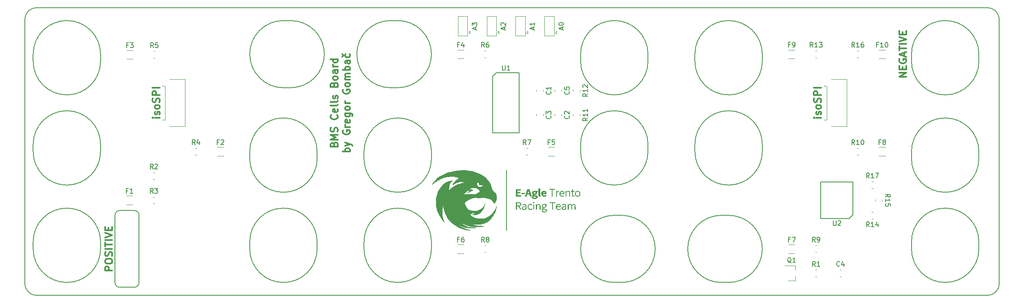
<source format=gbr>
%TF.GenerationSoftware,KiCad,Pcbnew,(5.0.0-rc2-dev-632-g76d3b6f04)*%
%TF.CreationDate,2018-06-22T20:28:34+02:00*%
%TF.ProjectId,CellsBoard,43656C6C73426F6172642E6B69636164,rev?*%
%TF.SameCoordinates,Original*%
%TF.FileFunction,Legend,Top*%
%TF.FilePolarity,Positive*%
%FSLAX46Y46*%
G04 Gerber Fmt 4.6, Leading zero omitted, Abs format (unit mm)*
G04 Created by KiCad (PCBNEW (5.0.0-rc2-dev-632-g76d3b6f04)) date 06/22/18 20:28:34*
%MOMM*%
%LPD*%
G01*
G04 APERTURE LIST*
%ADD10C,0.300000*%
%ADD11C,0.150000*%
%ADD12C,0.120000*%
%ADD13C,0.010000*%
G04 APERTURE END LIST*
D10*
X215428571Y-112957142D02*
X214428571Y-112957142D01*
X213928571Y-112957142D02*
X214000000Y-113028571D01*
X214071428Y-112957142D01*
X214000000Y-112885714D01*
X213928571Y-112957142D01*
X214071428Y-112957142D01*
X215357142Y-112314285D02*
X215428571Y-112171428D01*
X215428571Y-111885714D01*
X215357142Y-111742857D01*
X215214285Y-111671428D01*
X215142857Y-111671428D01*
X215000000Y-111742857D01*
X214928571Y-111885714D01*
X214928571Y-112100000D01*
X214857142Y-112242857D01*
X214714285Y-112314285D01*
X214642857Y-112314285D01*
X214500000Y-112242857D01*
X214428571Y-112100000D01*
X214428571Y-111885714D01*
X214500000Y-111742857D01*
X215428571Y-110814285D02*
X215357142Y-110957142D01*
X215285714Y-111028571D01*
X215142857Y-111100000D01*
X214714285Y-111100000D01*
X214571428Y-111028571D01*
X214500000Y-110957142D01*
X214428571Y-110814285D01*
X214428571Y-110600000D01*
X214500000Y-110457142D01*
X214571428Y-110385714D01*
X214714285Y-110314285D01*
X215142857Y-110314285D01*
X215285714Y-110385714D01*
X215357142Y-110457142D01*
X215428571Y-110600000D01*
X215428571Y-110814285D01*
X215357142Y-109742857D02*
X215428571Y-109528571D01*
X215428571Y-109171428D01*
X215357142Y-109028571D01*
X215285714Y-108957142D01*
X215142857Y-108885714D01*
X215000000Y-108885714D01*
X214857142Y-108957142D01*
X214785714Y-109028571D01*
X214714285Y-109171428D01*
X214642857Y-109457142D01*
X214571428Y-109600000D01*
X214500000Y-109671428D01*
X214357142Y-109742857D01*
X214214285Y-109742857D01*
X214071428Y-109671428D01*
X214000000Y-109600000D01*
X213928571Y-109457142D01*
X213928571Y-109100000D01*
X214000000Y-108885714D01*
X215428571Y-108242857D02*
X213928571Y-108242857D01*
X213928571Y-107671428D01*
X214000000Y-107528571D01*
X214071428Y-107457142D01*
X214214285Y-107385714D01*
X214428571Y-107385714D01*
X214571428Y-107457142D01*
X214642857Y-107528571D01*
X214714285Y-107671428D01*
X214714285Y-108242857D01*
X215428571Y-106742857D02*
X213928571Y-106742857D01*
X114242857Y-118522857D02*
X114314285Y-118308571D01*
X114385714Y-118237142D01*
X114528571Y-118165714D01*
X114742857Y-118165714D01*
X114885714Y-118237142D01*
X114957142Y-118308571D01*
X115028571Y-118451428D01*
X115028571Y-119022857D01*
X113528571Y-119022857D01*
X113528571Y-118522857D01*
X113600000Y-118380000D01*
X113671428Y-118308571D01*
X113814285Y-118237142D01*
X113957142Y-118237142D01*
X114100000Y-118308571D01*
X114171428Y-118380000D01*
X114242857Y-118522857D01*
X114242857Y-119022857D01*
X115028571Y-117522857D02*
X113528571Y-117522857D01*
X114600000Y-117022857D01*
X113528571Y-116522857D01*
X115028571Y-116522857D01*
X114957142Y-115880000D02*
X115028571Y-115665714D01*
X115028571Y-115308571D01*
X114957142Y-115165714D01*
X114885714Y-115094285D01*
X114742857Y-115022857D01*
X114600000Y-115022857D01*
X114457142Y-115094285D01*
X114385714Y-115165714D01*
X114314285Y-115308571D01*
X114242857Y-115594285D01*
X114171428Y-115737142D01*
X114100000Y-115808571D01*
X113957142Y-115880000D01*
X113814285Y-115880000D01*
X113671428Y-115808571D01*
X113600000Y-115737142D01*
X113528571Y-115594285D01*
X113528571Y-115237142D01*
X113600000Y-115022857D01*
X114885714Y-112380000D02*
X114957142Y-112451428D01*
X115028571Y-112665714D01*
X115028571Y-112808571D01*
X114957142Y-113022857D01*
X114814285Y-113165714D01*
X114671428Y-113237142D01*
X114385714Y-113308571D01*
X114171428Y-113308571D01*
X113885714Y-113237142D01*
X113742857Y-113165714D01*
X113600000Y-113022857D01*
X113528571Y-112808571D01*
X113528571Y-112665714D01*
X113600000Y-112451428D01*
X113671428Y-112380000D01*
X114957142Y-111165714D02*
X115028571Y-111308571D01*
X115028571Y-111594285D01*
X114957142Y-111737142D01*
X114814285Y-111808571D01*
X114242857Y-111808571D01*
X114100000Y-111737142D01*
X114028571Y-111594285D01*
X114028571Y-111308571D01*
X114100000Y-111165714D01*
X114242857Y-111094285D01*
X114385714Y-111094285D01*
X114528571Y-111808571D01*
X115028571Y-110237142D02*
X114957142Y-110380000D01*
X114814285Y-110451428D01*
X113528571Y-110451428D01*
X115028571Y-109451428D02*
X114957142Y-109594285D01*
X114814285Y-109665714D01*
X113528571Y-109665714D01*
X114957142Y-108951428D02*
X115028571Y-108808571D01*
X115028571Y-108522857D01*
X114957142Y-108380000D01*
X114814285Y-108308571D01*
X114742857Y-108308571D01*
X114600000Y-108380000D01*
X114528571Y-108522857D01*
X114528571Y-108737142D01*
X114457142Y-108880000D01*
X114314285Y-108951428D01*
X114242857Y-108951428D01*
X114100000Y-108880000D01*
X114028571Y-108737142D01*
X114028571Y-108522857D01*
X114100000Y-108380000D01*
X114242857Y-106022857D02*
X114314285Y-105808571D01*
X114385714Y-105737142D01*
X114528571Y-105665714D01*
X114742857Y-105665714D01*
X114885714Y-105737142D01*
X114957142Y-105808571D01*
X115028571Y-105951428D01*
X115028571Y-106522857D01*
X113528571Y-106522857D01*
X113528571Y-106022857D01*
X113600000Y-105880000D01*
X113671428Y-105808571D01*
X113814285Y-105737142D01*
X113957142Y-105737142D01*
X114100000Y-105808571D01*
X114171428Y-105880000D01*
X114242857Y-106022857D01*
X114242857Y-106522857D01*
X115028571Y-104808571D02*
X114957142Y-104951428D01*
X114885714Y-105022857D01*
X114742857Y-105094285D01*
X114314285Y-105094285D01*
X114171428Y-105022857D01*
X114100000Y-104951428D01*
X114028571Y-104808571D01*
X114028571Y-104594285D01*
X114100000Y-104451428D01*
X114171428Y-104380000D01*
X114314285Y-104308571D01*
X114742857Y-104308571D01*
X114885714Y-104380000D01*
X114957142Y-104451428D01*
X115028571Y-104594285D01*
X115028571Y-104808571D01*
X115028571Y-103022857D02*
X114242857Y-103022857D01*
X114100000Y-103094285D01*
X114028571Y-103237142D01*
X114028571Y-103522857D01*
X114100000Y-103665714D01*
X114957142Y-103022857D02*
X115028571Y-103165714D01*
X115028571Y-103522857D01*
X114957142Y-103665714D01*
X114814285Y-103737142D01*
X114671428Y-103737142D01*
X114528571Y-103665714D01*
X114457142Y-103522857D01*
X114457142Y-103165714D01*
X114385714Y-103022857D01*
X115028571Y-102308571D02*
X114028571Y-102308571D01*
X114314285Y-102308571D02*
X114171428Y-102237142D01*
X114100000Y-102165714D01*
X114028571Y-102022857D01*
X114028571Y-101880000D01*
X115028571Y-100737142D02*
X113528571Y-100737142D01*
X114957142Y-100737142D02*
X115028571Y-100880000D01*
X115028571Y-101165714D01*
X114957142Y-101308571D01*
X114885714Y-101380000D01*
X114742857Y-101451428D01*
X114314285Y-101451428D01*
X114171428Y-101380000D01*
X114100000Y-101308571D01*
X114028571Y-101165714D01*
X114028571Y-100880000D01*
X114100000Y-100737142D01*
X117578571Y-120022857D02*
X116078571Y-120022857D01*
X116650000Y-120022857D02*
X116578571Y-119880000D01*
X116578571Y-119594285D01*
X116650000Y-119451428D01*
X116721428Y-119380000D01*
X116864285Y-119308571D01*
X117292857Y-119308571D01*
X117435714Y-119380000D01*
X117507142Y-119451428D01*
X117578571Y-119594285D01*
X117578571Y-119880000D01*
X117507142Y-120022857D01*
X116578571Y-118808571D02*
X117578571Y-118451428D01*
X116578571Y-118094285D02*
X117578571Y-118451428D01*
X117935714Y-118594285D01*
X118007142Y-118665714D01*
X118078571Y-118808571D01*
X116150000Y-115594285D02*
X116078571Y-115737142D01*
X116078571Y-115951428D01*
X116150000Y-116165714D01*
X116292857Y-116308571D01*
X116435714Y-116380000D01*
X116721428Y-116451428D01*
X116935714Y-116451428D01*
X117221428Y-116380000D01*
X117364285Y-116308571D01*
X117507142Y-116165714D01*
X117578571Y-115951428D01*
X117578571Y-115808571D01*
X117507142Y-115594285D01*
X117435714Y-115522857D01*
X116935714Y-115522857D01*
X116935714Y-115808571D01*
X117578571Y-114880000D02*
X116578571Y-114880000D01*
X116864285Y-114880000D02*
X116721428Y-114808571D01*
X116650000Y-114737142D01*
X116578571Y-114594285D01*
X116578571Y-114451428D01*
X117507142Y-113380000D02*
X117578571Y-113522857D01*
X117578571Y-113808571D01*
X117507142Y-113951428D01*
X117364285Y-114022857D01*
X116792857Y-114022857D01*
X116650000Y-113951428D01*
X116578571Y-113808571D01*
X116578571Y-113522857D01*
X116650000Y-113380000D01*
X116792857Y-113308571D01*
X116935714Y-113308571D01*
X117078571Y-114022857D01*
X116578571Y-112022857D02*
X117792857Y-112022857D01*
X117935714Y-112094285D01*
X118007142Y-112165714D01*
X118078571Y-112308571D01*
X118078571Y-112522857D01*
X118007142Y-112665714D01*
X117507142Y-112022857D02*
X117578571Y-112165714D01*
X117578571Y-112451428D01*
X117507142Y-112594285D01*
X117435714Y-112665714D01*
X117292857Y-112737142D01*
X116864285Y-112737142D01*
X116721428Y-112665714D01*
X116650000Y-112594285D01*
X116578571Y-112451428D01*
X116578571Y-112165714D01*
X116650000Y-112022857D01*
X117578571Y-111094285D02*
X117507142Y-111237142D01*
X117435714Y-111308571D01*
X117292857Y-111380000D01*
X116864285Y-111380000D01*
X116721428Y-111308571D01*
X116650000Y-111237142D01*
X116578571Y-111094285D01*
X116578571Y-110880000D01*
X116650000Y-110737142D01*
X116721428Y-110665714D01*
X116864285Y-110594285D01*
X117292857Y-110594285D01*
X117435714Y-110665714D01*
X117507142Y-110737142D01*
X117578571Y-110880000D01*
X117578571Y-111094285D01*
X117578571Y-109951428D02*
X116578571Y-109951428D01*
X116864285Y-109951428D02*
X116721428Y-109880000D01*
X116650000Y-109808571D01*
X116578571Y-109665714D01*
X116578571Y-109522857D01*
X116150000Y-107094285D02*
X116078571Y-107237142D01*
X116078571Y-107451428D01*
X116150000Y-107665714D01*
X116292857Y-107808571D01*
X116435714Y-107880000D01*
X116721428Y-107951428D01*
X116935714Y-107951428D01*
X117221428Y-107880000D01*
X117364285Y-107808571D01*
X117507142Y-107665714D01*
X117578571Y-107451428D01*
X117578571Y-107308571D01*
X117507142Y-107094285D01*
X117435714Y-107022857D01*
X116935714Y-107022857D01*
X116935714Y-107308571D01*
X117578571Y-106165714D02*
X117507142Y-106308571D01*
X117435714Y-106380000D01*
X117292857Y-106451428D01*
X116864285Y-106451428D01*
X116721428Y-106380000D01*
X116650000Y-106308571D01*
X116578571Y-106165714D01*
X116578571Y-105951428D01*
X116650000Y-105808571D01*
X116721428Y-105737142D01*
X116864285Y-105665714D01*
X117292857Y-105665714D01*
X117435714Y-105737142D01*
X117507142Y-105808571D01*
X117578571Y-105951428D01*
X117578571Y-106165714D01*
X117578571Y-105022857D02*
X116578571Y-105022857D01*
X116721428Y-105022857D02*
X116650000Y-104951428D01*
X116578571Y-104808571D01*
X116578571Y-104594285D01*
X116650000Y-104451428D01*
X116792857Y-104380000D01*
X117578571Y-104380000D01*
X116792857Y-104380000D02*
X116650000Y-104308571D01*
X116578571Y-104165714D01*
X116578571Y-103951428D01*
X116650000Y-103808571D01*
X116792857Y-103737142D01*
X117578571Y-103737142D01*
X117578571Y-103022857D02*
X116078571Y-103022857D01*
X116650000Y-103022857D02*
X116578571Y-102880000D01*
X116578571Y-102594285D01*
X116650000Y-102451428D01*
X116721428Y-102380000D01*
X116864285Y-102308571D01*
X117292857Y-102308571D01*
X117435714Y-102380000D01*
X117507142Y-102451428D01*
X117578571Y-102594285D01*
X117578571Y-102880000D01*
X117507142Y-103022857D01*
X117578571Y-101022857D02*
X116792857Y-101022857D01*
X116650000Y-101094285D01*
X116578571Y-101237142D01*
X116578571Y-101522857D01*
X116650000Y-101665714D01*
X117507142Y-101022857D02*
X117578571Y-101165714D01*
X117578571Y-101522857D01*
X117507142Y-101665714D01*
X117364285Y-101737142D01*
X117221428Y-101737142D01*
X117078571Y-101665714D01*
X117007142Y-101522857D01*
X117007142Y-101165714D01*
X116935714Y-101022857D01*
X117507142Y-99665714D02*
X117578571Y-99808571D01*
X117578571Y-100094285D01*
X117507142Y-100237142D01*
X117435714Y-100308571D01*
X117292857Y-100380000D01*
X116864285Y-100380000D01*
X116721428Y-100308571D01*
X116650000Y-100237142D01*
X116578571Y-100094285D01*
X116578571Y-99808571D01*
X116650000Y-99665714D01*
X116007142Y-100237142D02*
X116221428Y-99951428D01*
X116007142Y-99665714D01*
X78028571Y-112957142D02*
X77028571Y-112957142D01*
X76528571Y-112957142D02*
X76600000Y-113028571D01*
X76671428Y-112957142D01*
X76600000Y-112885714D01*
X76528571Y-112957142D01*
X76671428Y-112957142D01*
X77957142Y-112314285D02*
X78028571Y-112171428D01*
X78028571Y-111885714D01*
X77957142Y-111742857D01*
X77814285Y-111671428D01*
X77742857Y-111671428D01*
X77600000Y-111742857D01*
X77528571Y-111885714D01*
X77528571Y-112100000D01*
X77457142Y-112242857D01*
X77314285Y-112314285D01*
X77242857Y-112314285D01*
X77100000Y-112242857D01*
X77028571Y-112100000D01*
X77028571Y-111885714D01*
X77100000Y-111742857D01*
X78028571Y-110814285D02*
X77957142Y-110957142D01*
X77885714Y-111028571D01*
X77742857Y-111100000D01*
X77314285Y-111100000D01*
X77171428Y-111028571D01*
X77100000Y-110957142D01*
X77028571Y-110814285D01*
X77028571Y-110600000D01*
X77100000Y-110457142D01*
X77171428Y-110385714D01*
X77314285Y-110314285D01*
X77742857Y-110314285D01*
X77885714Y-110385714D01*
X77957142Y-110457142D01*
X78028571Y-110600000D01*
X78028571Y-110814285D01*
X77957142Y-109742857D02*
X78028571Y-109528571D01*
X78028571Y-109171428D01*
X77957142Y-109028571D01*
X77885714Y-108957142D01*
X77742857Y-108885714D01*
X77600000Y-108885714D01*
X77457142Y-108957142D01*
X77385714Y-109028571D01*
X77314285Y-109171428D01*
X77242857Y-109457142D01*
X77171428Y-109600000D01*
X77100000Y-109671428D01*
X76957142Y-109742857D01*
X76814285Y-109742857D01*
X76671428Y-109671428D01*
X76600000Y-109600000D01*
X76528571Y-109457142D01*
X76528571Y-109100000D01*
X76600000Y-108885714D01*
X78028571Y-108242857D02*
X76528571Y-108242857D01*
X76528571Y-107671428D01*
X76600000Y-107528571D01*
X76671428Y-107457142D01*
X76814285Y-107385714D01*
X77028571Y-107385714D01*
X77171428Y-107457142D01*
X77242857Y-107528571D01*
X77314285Y-107671428D01*
X77314285Y-108242857D01*
X78028571Y-106742857D02*
X76528571Y-106742857D01*
X68178571Y-144800000D02*
X66678571Y-144800000D01*
X66678571Y-144228571D01*
X66750000Y-144085714D01*
X66821428Y-144014285D01*
X66964285Y-143942857D01*
X67178571Y-143942857D01*
X67321428Y-144014285D01*
X67392857Y-144085714D01*
X67464285Y-144228571D01*
X67464285Y-144800000D01*
X66678571Y-143014285D02*
X66678571Y-142728571D01*
X66750000Y-142585714D01*
X66892857Y-142442857D01*
X67178571Y-142371428D01*
X67678571Y-142371428D01*
X67964285Y-142442857D01*
X68107142Y-142585714D01*
X68178571Y-142728571D01*
X68178571Y-143014285D01*
X68107142Y-143157142D01*
X67964285Y-143300000D01*
X67678571Y-143371428D01*
X67178571Y-143371428D01*
X66892857Y-143300000D01*
X66750000Y-143157142D01*
X66678571Y-143014285D01*
X68107142Y-141800000D02*
X68178571Y-141585714D01*
X68178571Y-141228571D01*
X68107142Y-141085714D01*
X68035714Y-141014285D01*
X67892857Y-140942857D01*
X67750000Y-140942857D01*
X67607142Y-141014285D01*
X67535714Y-141085714D01*
X67464285Y-141228571D01*
X67392857Y-141514285D01*
X67321428Y-141657142D01*
X67250000Y-141728571D01*
X67107142Y-141800000D01*
X66964285Y-141800000D01*
X66821428Y-141728571D01*
X66750000Y-141657142D01*
X66678571Y-141514285D01*
X66678571Y-141157142D01*
X66750000Y-140942857D01*
X68178571Y-140300000D02*
X66678571Y-140300000D01*
X66678571Y-139800000D02*
X66678571Y-138942857D01*
X68178571Y-139371428D02*
X66678571Y-139371428D01*
X68178571Y-138442857D02*
X66678571Y-138442857D01*
X66678571Y-137942857D02*
X68178571Y-137442857D01*
X66678571Y-136942857D01*
X67392857Y-136442857D02*
X67392857Y-135942857D01*
X68178571Y-135728571D02*
X68178571Y-136442857D01*
X66678571Y-136442857D01*
X66678571Y-135728571D01*
X233178571Y-104450000D02*
X231678571Y-104450000D01*
X233178571Y-103592857D01*
X231678571Y-103592857D01*
X232392857Y-102878571D02*
X232392857Y-102378571D01*
X233178571Y-102164285D02*
X233178571Y-102878571D01*
X231678571Y-102878571D01*
X231678571Y-102164285D01*
X231750000Y-100735714D02*
X231678571Y-100878571D01*
X231678571Y-101092857D01*
X231750000Y-101307142D01*
X231892857Y-101450000D01*
X232035714Y-101521428D01*
X232321428Y-101592857D01*
X232535714Y-101592857D01*
X232821428Y-101521428D01*
X232964285Y-101450000D01*
X233107142Y-101307142D01*
X233178571Y-101092857D01*
X233178571Y-100950000D01*
X233107142Y-100735714D01*
X233035714Y-100664285D01*
X232535714Y-100664285D01*
X232535714Y-100950000D01*
X232750000Y-100092857D02*
X232750000Y-99378571D01*
X233178571Y-100235714D02*
X231678571Y-99735714D01*
X233178571Y-99235714D01*
X231678571Y-98950000D02*
X231678571Y-98092857D01*
X233178571Y-98521428D02*
X231678571Y-98521428D01*
X233178571Y-97592857D02*
X231678571Y-97592857D01*
X231678571Y-97092857D02*
X233178571Y-96592857D01*
X231678571Y-96092857D01*
X232392857Y-95592857D02*
X232392857Y-95092857D01*
X233178571Y-94878571D02*
X233178571Y-95592857D01*
X231678571Y-95592857D01*
X231678571Y-94878571D01*
D11*
X69750000Y-132300000D02*
X72750000Y-132300000D01*
X68750000Y-147300000D02*
X68750000Y-133300000D01*
X72750000Y-148300000D02*
X69750000Y-148300000D01*
X73750000Y-133300000D02*
X73750000Y-147300000D01*
X69750000Y-148300000D02*
G75*
G02X68750000Y-147300000I0J1000000D01*
G01*
X68750000Y-133300000D02*
G75*
G02X69750000Y-132300000I1000000J0D01*
G01*
X72750000Y-132300000D02*
G75*
G02X73750000Y-133300000I0J-1000000D01*
G01*
X73750000Y-147300000D02*
G75*
G02X72750000Y-148300000I-1000000J0D01*
G01*
X250000000Y-90000000D02*
X52500000Y-90000000D01*
X250000000Y-90000000D02*
G75*
G02X252500000Y-92500000I0J-2500000D01*
G01*
X252500000Y-147500000D02*
X252500000Y-92500000D01*
X252500000Y-147500000D02*
G75*
G02X250000000Y-150000000I-2500000J0D01*
G01*
X52500000Y-150000000D02*
X250000000Y-150000000D01*
X52500000Y-150000000D02*
G75*
G02X50000000Y-147500000I0J2500000D01*
G01*
X50000000Y-92500000D02*
X50000000Y-147500000D01*
X50000000Y-92500000D02*
G75*
G02X52500000Y-90000000I2500000J0D01*
G01*
X127500000Y-92700000D02*
G75*
G02X127500000Y-106700000I0J-7000000D01*
G01*
X126000000Y-106700000D02*
X127500000Y-106700000D01*
X126000000Y-92700000D02*
X127500000Y-92700000D01*
X126000000Y-106700000D02*
G75*
G02X126000000Y-92700000I0J7000000D01*
G01*
X103750000Y-106700000D02*
X105250000Y-106700000D01*
X103750000Y-92700000D02*
X105250000Y-92700000D01*
X105250000Y-92700000D02*
G75*
G02X105250000Y-106700000I0J-7000000D01*
G01*
X103750000Y-106700000D02*
G75*
G02X103750000Y-92700000I0J7000000D01*
G01*
X196250000Y-133300000D02*
G75*
G02X196250000Y-147300000I0J-7000000D01*
G01*
X194750000Y-147300000D02*
X196250000Y-147300000D01*
X194750000Y-133300000D02*
X196250000Y-133300000D01*
X194750000Y-147300000D02*
G75*
G02X194750000Y-133300000I0J7000000D01*
G01*
X172500000Y-147300000D02*
X174000000Y-147300000D01*
X172500000Y-133300000D02*
X174000000Y-133300000D01*
X174000000Y-133300000D02*
G75*
G02X174000000Y-147300000I0J-7000000D01*
G01*
X172500000Y-147300000D02*
G75*
G02X172500000Y-133300000I0J7000000D01*
G01*
X110750000Y-121500000D02*
G75*
G02X96750000Y-121500000I-7000000J0D01*
G01*
X96750000Y-120000000D02*
G75*
G02X110750000Y-120000000I7000000J0D01*
G01*
X110750000Y-120000000D02*
X110750000Y-121500000D01*
X96750000Y-120000000D02*
X96750000Y-121500000D01*
X96750000Y-138800000D02*
G75*
G02X110750000Y-138800000I7000000J0D01*
G01*
X110750000Y-140300000D02*
G75*
G02X96750000Y-140300000I-7000000J0D01*
G01*
X110750000Y-138800000D02*
X110750000Y-140300000D01*
X96750000Y-138800000D02*
X96750000Y-140300000D01*
X65750000Y-101200000D02*
G75*
G02X51750000Y-101200000I-7000000J0D01*
G01*
X51750000Y-99700000D02*
G75*
G02X65750000Y-99700000I7000000J0D01*
G01*
X65750000Y-99700000D02*
X65750000Y-101200000D01*
X51750000Y-99700000D02*
X51750000Y-101200000D01*
X51750000Y-118500000D02*
G75*
G02X65750000Y-118500000I7000000J0D01*
G01*
X65750000Y-120000000D02*
G75*
G02X51750000Y-120000000I-7000000J0D01*
G01*
X65750000Y-118500000D02*
X65750000Y-120000000D01*
X51750000Y-118500000D02*
X51750000Y-120000000D01*
X165500000Y-118500000D02*
G75*
G02X179500000Y-118500000I7000000J0D01*
G01*
X179500000Y-120000000D02*
G75*
G02X165500000Y-120000000I-7000000J0D01*
G01*
X165500000Y-120000000D02*
X165500000Y-118500000D01*
X179500000Y-120000000D02*
X179500000Y-118500000D01*
X179500000Y-101200000D02*
G75*
G02X165500000Y-101200000I-7000000J0D01*
G01*
X165500000Y-99700000D02*
G75*
G02X179500000Y-99700000I7000000J0D01*
G01*
X165500000Y-101200000D02*
X165500000Y-99700000D01*
X179500000Y-101200000D02*
X179500000Y-99700000D01*
X120500000Y-138800000D02*
G75*
G02X134500000Y-138800000I7000000J0D01*
G01*
X134500000Y-140300000D02*
G75*
G02X120500000Y-140300000I-7000000J0D01*
G01*
X120500000Y-140300000D02*
X120500000Y-138800000D01*
X134500000Y-140300000D02*
X134500000Y-138800000D01*
X134500000Y-121500000D02*
G75*
G02X120500000Y-121500000I-7000000J0D01*
G01*
X120500000Y-120000000D02*
G75*
G02X134500000Y-120000000I7000000J0D01*
G01*
X120500000Y-121500000D02*
X120500000Y-120000000D01*
X134500000Y-121500000D02*
X134500000Y-120000000D01*
X248250000Y-121500000D02*
G75*
G02X234250000Y-121500000I-7000000J0D01*
G01*
X234250000Y-120000000D02*
G75*
G02X248250000Y-120000000I7000000J0D01*
G01*
X248250000Y-120000000D02*
X248250000Y-121500000D01*
X234250000Y-120000000D02*
X234250000Y-121500000D01*
X234250000Y-138800000D02*
G75*
G02X248250000Y-138800000I7000000J0D01*
G01*
X248250000Y-140300000D02*
G75*
G02X234250000Y-140300000I-7000000J0D01*
G01*
X248250000Y-138800000D02*
X248250000Y-140300000D01*
X234250000Y-138800000D02*
X234250000Y-140300000D01*
X203250000Y-101200000D02*
G75*
G02X189250000Y-101200000I-7000000J0D01*
G01*
X189250000Y-99700000D02*
G75*
G02X203250000Y-99700000I7000000J0D01*
G01*
X203250000Y-99700000D02*
X203250000Y-101200000D01*
X189250000Y-99700000D02*
X189250000Y-101200000D01*
X189250000Y-118500000D02*
G75*
G02X203250000Y-118500000I7000000J0D01*
G01*
X203250000Y-120000000D02*
G75*
G02X189250000Y-120000000I-7000000J0D01*
G01*
X203250000Y-118500000D02*
X203250000Y-120000000D01*
X189250000Y-118500000D02*
X189250000Y-120000000D01*
X51750000Y-138800000D02*
G75*
G02X65750000Y-138800000I7000000J0D01*
G01*
X65750000Y-138800000D02*
X65750000Y-140300000D01*
X51750000Y-138800000D02*
X51750000Y-140300000D01*
X65750000Y-140300000D02*
G75*
G02X51750000Y-140300000I-7000000J0D01*
G01*
D12*
X78670000Y-106335000D02*
X78670000Y-106220000D01*
X79170000Y-106335000D02*
X78670000Y-106335000D01*
X79170000Y-113365000D02*
X79170000Y-106335000D01*
X78670000Y-113365000D02*
X79170000Y-113365000D01*
X78670000Y-113480000D02*
X78670000Y-113365000D01*
X83260000Y-104915000D02*
X80050000Y-104915000D01*
X83260000Y-114785000D02*
X83260000Y-104915000D01*
X80050000Y-114785000D02*
X83260000Y-114785000D01*
X216170000Y-106335000D02*
X216170000Y-106220000D01*
X216670000Y-106335000D02*
X216170000Y-106335000D01*
X216670000Y-113365000D02*
X216670000Y-106335000D01*
X216170000Y-113365000D02*
X216670000Y-113365000D01*
X216170000Y-113480000D02*
X216170000Y-113365000D01*
X220760000Y-104915000D02*
X217550000Y-104915000D01*
X220760000Y-114785000D02*
X220760000Y-104915000D01*
X217550000Y-114785000D02*
X220760000Y-114785000D01*
D13*
G36*
X153820160Y-128839360D02*
X153251200Y-128839360D01*
X153251200Y-128656480D01*
X153820160Y-128656480D01*
X153820160Y-128839360D01*
X153820160Y-128839360D01*
G37*
X153820160Y-128839360D02*
X153251200Y-128839360D01*
X153251200Y-128656480D01*
X153820160Y-128656480D01*
X153820160Y-128839360D01*
G36*
X162940619Y-128210428D02*
X163020922Y-128229610D01*
X163086867Y-128262873D01*
X163139555Y-128311113D01*
X163180089Y-128375225D01*
X163198435Y-128419951D01*
X163204389Y-128437611D01*
X163209290Y-128454554D01*
X163213260Y-128472935D01*
X163216425Y-128494909D01*
X163218908Y-128522632D01*
X163220833Y-128558258D01*
X163222322Y-128603943D01*
X163223501Y-128661843D01*
X163224493Y-128734111D01*
X163225422Y-128822904D01*
X163226162Y-128902860D01*
X163229911Y-129316880D01*
X163128168Y-129316880D01*
X163124300Y-128913020D01*
X163123209Y-128809056D01*
X163122049Y-128723327D01*
X163120723Y-128653749D01*
X163119132Y-128598236D01*
X163117179Y-128554704D01*
X163114766Y-128521067D01*
X163111794Y-128495240D01*
X163108166Y-128475140D01*
X163103784Y-128458680D01*
X163102820Y-128455676D01*
X163074362Y-128395829D01*
X163033371Y-128346300D01*
X162983703Y-128311653D01*
X162979487Y-128309668D01*
X162942281Y-128298841D01*
X162892653Y-128292452D01*
X162838073Y-128290786D01*
X162786012Y-128294130D01*
X162750195Y-128300879D01*
X162709663Y-128317038D01*
X162659835Y-128344389D01*
X162605771Y-128379745D01*
X162552532Y-128419921D01*
X162527397Y-128441179D01*
X162466320Y-128495118D01*
X162466320Y-129316880D01*
X162364720Y-129316880D01*
X162364720Y-128229760D01*
X162456160Y-128229760D01*
X162456160Y-128284370D01*
X162457365Y-128322426D01*
X162460428Y-128357388D01*
X162462461Y-128370485D01*
X162468762Y-128401991D01*
X162536121Y-128345836D01*
X162626921Y-128280699D01*
X162718755Y-128235811D01*
X162811575Y-128211186D01*
X162905333Y-128206841D01*
X162940619Y-128210428D01*
X162940619Y-128210428D01*
G37*
X162940619Y-128210428D02*
X163020922Y-128229610D01*
X163086867Y-128262873D01*
X163139555Y-128311113D01*
X163180089Y-128375225D01*
X163198435Y-128419951D01*
X163204389Y-128437611D01*
X163209290Y-128454554D01*
X163213260Y-128472935D01*
X163216425Y-128494909D01*
X163218908Y-128522632D01*
X163220833Y-128558258D01*
X163222322Y-128603943D01*
X163223501Y-128661843D01*
X163224493Y-128734111D01*
X163225422Y-128822904D01*
X163226162Y-128902860D01*
X163229911Y-129316880D01*
X163128168Y-129316880D01*
X163124300Y-128913020D01*
X163123209Y-128809056D01*
X163122049Y-128723327D01*
X163120723Y-128653749D01*
X163119132Y-128598236D01*
X163117179Y-128554704D01*
X163114766Y-128521067D01*
X163111794Y-128495240D01*
X163108166Y-128475140D01*
X163103784Y-128458680D01*
X163102820Y-128455676D01*
X163074362Y-128395829D01*
X163033371Y-128346300D01*
X162983703Y-128311653D01*
X162979487Y-128309668D01*
X162942281Y-128298841D01*
X162892653Y-128292452D01*
X162838073Y-128290786D01*
X162786012Y-128294130D01*
X162750195Y-128300879D01*
X162709663Y-128317038D01*
X162659835Y-128344389D01*
X162605771Y-128379745D01*
X162552532Y-128419921D01*
X162527397Y-128441179D01*
X162466320Y-128495118D01*
X162466320Y-129316880D01*
X162364720Y-129316880D01*
X162364720Y-128229760D01*
X162456160Y-128229760D01*
X162456160Y-128284370D01*
X162457365Y-128322426D01*
X162460428Y-128357388D01*
X162462461Y-128370485D01*
X162468762Y-128401991D01*
X162536121Y-128345836D01*
X162626921Y-128280699D01*
X162718755Y-128235811D01*
X162811575Y-128211186D01*
X162905333Y-128206841D01*
X162940619Y-128210428D01*
G36*
X160921066Y-128205528D02*
X160950914Y-128214348D01*
X160967257Y-128226406D01*
X160968373Y-128236801D01*
X160961207Y-128258849D01*
X160956670Y-128275405D01*
X160952650Y-128287034D01*
X160944871Y-128293594D01*
X160928857Y-128296020D01*
X160900130Y-128295249D01*
X160870819Y-128293361D01*
X160827959Y-128291227D01*
X160797439Y-128292746D01*
X160771417Y-128299179D01*
X160742055Y-128311786D01*
X160734986Y-128315211D01*
X160679889Y-128351054D01*
X160625734Y-128402731D01*
X160576647Y-128466004D01*
X160556561Y-128498437D01*
X160525760Y-128552273D01*
X160525760Y-129316880D01*
X160424160Y-129316880D01*
X160424160Y-128229760D01*
X160463712Y-128229760D01*
X160487002Y-128231242D01*
X160502060Y-128238094D01*
X160510675Y-128253921D01*
X160514636Y-128282330D01*
X160515729Y-128326927D01*
X160515755Y-128334730D01*
X160517016Y-128382697D01*
X160521153Y-128411355D01*
X160529069Y-128421619D01*
X160541669Y-128414405D01*
X160559857Y-128390628D01*
X160564292Y-128383892D01*
X160619445Y-128313581D01*
X160682774Y-128259011D01*
X160752128Y-128221620D01*
X160825358Y-128202847D01*
X160836411Y-128201737D01*
X160881602Y-128200980D01*
X160921066Y-128205528D01*
X160921066Y-128205528D01*
G37*
X160921066Y-128205528D02*
X160950914Y-128214348D01*
X160967257Y-128226406D01*
X160968373Y-128236801D01*
X160961207Y-128258849D01*
X160956670Y-128275405D01*
X160952650Y-128287034D01*
X160944871Y-128293594D01*
X160928857Y-128296020D01*
X160900130Y-128295249D01*
X160870819Y-128293361D01*
X160827959Y-128291227D01*
X160797439Y-128292746D01*
X160771417Y-128299179D01*
X160742055Y-128311786D01*
X160734986Y-128315211D01*
X160679889Y-128351054D01*
X160625734Y-128402731D01*
X160576647Y-128466004D01*
X160556561Y-128498437D01*
X160525760Y-128552273D01*
X160525760Y-129316880D01*
X160424160Y-129316880D01*
X160424160Y-128229760D01*
X160463712Y-128229760D01*
X160487002Y-128231242D01*
X160502060Y-128238094D01*
X160510675Y-128253921D01*
X160514636Y-128282330D01*
X160515729Y-128326927D01*
X160515755Y-128334730D01*
X160517016Y-128382697D01*
X160521153Y-128411355D01*
X160529069Y-128421619D01*
X160541669Y-128414405D01*
X160559857Y-128390628D01*
X160564292Y-128383892D01*
X160619445Y-128313581D01*
X160682774Y-128259011D01*
X160752128Y-128221620D01*
X160825358Y-128202847D01*
X160836411Y-128201737D01*
X160881602Y-128200980D01*
X160921066Y-128205528D01*
G36*
X160129520Y-127904640D02*
X159621520Y-127904640D01*
X159621520Y-129316880D01*
X159509760Y-129316880D01*
X159509760Y-127904640D01*
X159001760Y-127904640D01*
X159001760Y-127823360D01*
X160129520Y-127823360D01*
X160129520Y-127904640D01*
X160129520Y-127904640D01*
G37*
X160129520Y-127904640D02*
X159621520Y-127904640D01*
X159621520Y-129316880D01*
X159509760Y-129316880D01*
X159509760Y-127904640D01*
X159001760Y-127904640D01*
X159001760Y-127823360D01*
X160129520Y-127823360D01*
X160129520Y-127904640D01*
G36*
X154798537Y-127907180D02*
X154808367Y-127935714D01*
X154823700Y-127979927D01*
X154843871Y-128037914D01*
X154868213Y-128107774D01*
X154896062Y-128187605D01*
X154926751Y-128275503D01*
X154959614Y-128369567D01*
X154993987Y-128467894D01*
X155029202Y-128568581D01*
X155064594Y-128669725D01*
X155099498Y-128769426D01*
X155133248Y-128865779D01*
X155165177Y-128956883D01*
X155194621Y-129040835D01*
X155220914Y-129115732D01*
X155243389Y-129179673D01*
X155261381Y-129230754D01*
X155274224Y-129267073D01*
X155281252Y-129286728D01*
X155282173Y-129289210D01*
X155293062Y-129317421D01*
X155144707Y-129314610D01*
X154996352Y-129311800D01*
X154938854Y-129121546D01*
X154920549Y-129062180D01*
X154903549Y-129009280D01*
X154888931Y-128966024D01*
X154877772Y-128935590D01*
X154871149Y-128921155D01*
X154870775Y-128920711D01*
X154856604Y-128917110D01*
X154822562Y-128914503D01*
X154769072Y-128912900D01*
X154696559Y-128912316D01*
X154605449Y-128912761D01*
X154597096Y-128912844D01*
X154334000Y-128915560D01*
X154273288Y-129116220D01*
X154212575Y-129316880D01*
X153932540Y-129316880D01*
X154007061Y-129100980D01*
X154025210Y-129048369D01*
X154048995Y-128979374D01*
X154077441Y-128896828D01*
X154109572Y-128803560D01*
X154144414Y-128702403D01*
X154146794Y-128695490D01*
X154402653Y-128695490D01*
X154406818Y-128699965D01*
X154418154Y-128703143D01*
X154439156Y-128705244D01*
X154472321Y-128706487D01*
X154520145Y-128707090D01*
X154585124Y-128707274D01*
X154605772Y-128707280D01*
X154813633Y-128707280D01*
X154789019Y-128628540D01*
X154779318Y-128596872D01*
X154765030Y-128549380D01*
X154747249Y-128489748D01*
X154727073Y-128421661D01*
X154705596Y-128348802D01*
X154688919Y-128291963D01*
X154668578Y-128222964D01*
X154649900Y-128160522D01*
X154633689Y-128107250D01*
X154620749Y-128065763D01*
X154611884Y-128038676D01*
X154607956Y-128028650D01*
X154603115Y-128026151D01*
X154598003Y-128030289D01*
X154591729Y-128043504D01*
X154583402Y-128068236D01*
X154572130Y-128106926D01*
X154557023Y-128162016D01*
X154550725Y-128185395D01*
X154532597Y-128251400D01*
X154510796Y-128328502D01*
X154487704Y-128408399D01*
X154465704Y-128482790D01*
X154459282Y-128504080D01*
X154442219Y-128560341D01*
X154426962Y-128610697D01*
X154414598Y-128651554D01*
X154406216Y-128679318D01*
X154403163Y-128689500D01*
X154402653Y-128695490D01*
X154146794Y-128695490D01*
X154180990Y-128596187D01*
X154218327Y-128487743D01*
X154255448Y-128379903D01*
X154262539Y-128359300D01*
X154443496Y-127833520D01*
X154773363Y-127833520D01*
X154798537Y-127907180D01*
X154798537Y-127907180D01*
G37*
X154798537Y-127907180D02*
X154808367Y-127935714D01*
X154823700Y-127979927D01*
X154843871Y-128037914D01*
X154868213Y-128107774D01*
X154896062Y-128187605D01*
X154926751Y-128275503D01*
X154959614Y-128369567D01*
X154993987Y-128467894D01*
X155029202Y-128568581D01*
X155064594Y-128669725D01*
X155099498Y-128769426D01*
X155133248Y-128865779D01*
X155165177Y-128956883D01*
X155194621Y-129040835D01*
X155220914Y-129115732D01*
X155243389Y-129179673D01*
X155261381Y-129230754D01*
X155274224Y-129267073D01*
X155281252Y-129286728D01*
X155282173Y-129289210D01*
X155293062Y-129317421D01*
X155144707Y-129314610D01*
X154996352Y-129311800D01*
X154938854Y-129121546D01*
X154920549Y-129062180D01*
X154903549Y-129009280D01*
X154888931Y-128966024D01*
X154877772Y-128935590D01*
X154871149Y-128921155D01*
X154870775Y-128920711D01*
X154856604Y-128917110D01*
X154822562Y-128914503D01*
X154769072Y-128912900D01*
X154696559Y-128912316D01*
X154605449Y-128912761D01*
X154597096Y-128912844D01*
X154334000Y-128915560D01*
X154273288Y-129116220D01*
X154212575Y-129316880D01*
X153932540Y-129316880D01*
X154007061Y-129100980D01*
X154025210Y-129048369D01*
X154048995Y-128979374D01*
X154077441Y-128896828D01*
X154109572Y-128803560D01*
X154144414Y-128702403D01*
X154146794Y-128695490D01*
X154402653Y-128695490D01*
X154406818Y-128699965D01*
X154418154Y-128703143D01*
X154439156Y-128705244D01*
X154472321Y-128706487D01*
X154520145Y-128707090D01*
X154585124Y-128707274D01*
X154605772Y-128707280D01*
X154813633Y-128707280D01*
X154789019Y-128628540D01*
X154779318Y-128596872D01*
X154765030Y-128549380D01*
X154747249Y-128489748D01*
X154727073Y-128421661D01*
X154705596Y-128348802D01*
X154688919Y-128291963D01*
X154668578Y-128222964D01*
X154649900Y-128160522D01*
X154633689Y-128107250D01*
X154620749Y-128065763D01*
X154611884Y-128038676D01*
X154607956Y-128028650D01*
X154603115Y-128026151D01*
X154598003Y-128030289D01*
X154591729Y-128043504D01*
X154583402Y-128068236D01*
X154572130Y-128106926D01*
X154557023Y-128162016D01*
X154550725Y-128185395D01*
X154532597Y-128251400D01*
X154510796Y-128328502D01*
X154487704Y-128408399D01*
X154465704Y-128482790D01*
X154459282Y-128504080D01*
X154442219Y-128560341D01*
X154426962Y-128610697D01*
X154414598Y-128651554D01*
X154406216Y-128679318D01*
X154403163Y-128689500D01*
X154402653Y-128695490D01*
X154146794Y-128695490D01*
X154180990Y-128596187D01*
X154218327Y-128487743D01*
X154255448Y-128379903D01*
X154262539Y-128359300D01*
X154443496Y-127833520D01*
X154773363Y-127833520D01*
X154798537Y-127907180D01*
G36*
X152997200Y-128046880D02*
X152326640Y-128046880D01*
X152326640Y-128432960D01*
X152895600Y-128432960D01*
X152895600Y-128646320D01*
X152326251Y-128646320D01*
X152328985Y-128872380D01*
X152331720Y-129098440D01*
X153027680Y-129103786D01*
X153027680Y-129316880D01*
X152042160Y-129316880D01*
X152042160Y-127833520D01*
X152997200Y-127833520D01*
X152997200Y-128046880D01*
X152997200Y-128046880D01*
G37*
X152997200Y-128046880D02*
X152326640Y-128046880D01*
X152326640Y-128432960D01*
X152895600Y-128432960D01*
X152895600Y-128646320D01*
X152326251Y-128646320D01*
X152328985Y-128872380D01*
X152331720Y-129098440D01*
X153027680Y-129103786D01*
X153027680Y-129316880D01*
X152042160Y-129316880D01*
X152042160Y-127833520D01*
X152997200Y-127833520D01*
X152997200Y-128046880D01*
G36*
X164918175Y-128204097D02*
X165004530Y-128222768D01*
X165086792Y-128255705D01*
X165162646Y-128302898D01*
X165229784Y-128364337D01*
X165285891Y-128440015D01*
X165306196Y-128477226D01*
X165340476Y-128566565D01*
X165361942Y-128666096D01*
X165370104Y-128769857D01*
X165364470Y-128871882D01*
X165346038Y-128961280D01*
X165307506Y-129058640D01*
X165253768Y-129143926D01*
X165186236Y-129215725D01*
X165106320Y-129272630D01*
X165015430Y-129313230D01*
X164984664Y-129322441D01*
X164932594Y-129331536D01*
X164869114Y-129335626D01*
X164802502Y-129334739D01*
X164741036Y-129328900D01*
X164704207Y-129321537D01*
X164619349Y-129289244D01*
X164540055Y-129241016D01*
X164470248Y-129180077D01*
X164413852Y-129109650D01*
X164386198Y-129060215D01*
X164349198Y-128958016D01*
X164329400Y-128848991D01*
X164327474Y-128767353D01*
X164427200Y-128767353D01*
X164435435Y-128873473D01*
X164459648Y-128970574D01*
X164499101Y-129056964D01*
X164553055Y-129130954D01*
X164608137Y-129181596D01*
X164675477Y-129220803D01*
X164752444Y-129245117D01*
X164834385Y-129254104D01*
X164916647Y-129247327D01*
X164994577Y-129224350D01*
X165006810Y-129218919D01*
X165083303Y-129172365D01*
X165146277Y-129110765D01*
X165195513Y-129034429D01*
X165230793Y-128943673D01*
X165246681Y-128873997D01*
X165256000Y-128773435D01*
X165249451Y-128677536D01*
X165228324Y-128588044D01*
X165193908Y-128506702D01*
X165147493Y-128435252D01*
X165090368Y-128375438D01*
X165023823Y-128329003D01*
X164949148Y-128297690D01*
X164867632Y-128283241D01*
X164810063Y-128283844D01*
X164726178Y-128300547D01*
X164649792Y-128334844D01*
X164582328Y-128384939D01*
X164525207Y-128449035D01*
X164479852Y-128525337D01*
X164447685Y-128612048D01*
X164430129Y-128707372D01*
X164427200Y-128767353D01*
X164327474Y-128767353D01*
X164326758Y-128737055D01*
X164341225Y-128626124D01*
X164372753Y-128520112D01*
X164393206Y-128473600D01*
X164443501Y-128392156D01*
X164505881Y-128325043D01*
X164578036Y-128272249D01*
X164657655Y-128233768D01*
X164742425Y-128209588D01*
X164830036Y-128199701D01*
X164918175Y-128204097D01*
X164918175Y-128204097D01*
G37*
X164918175Y-128204097D02*
X165004530Y-128222768D01*
X165086792Y-128255705D01*
X165162646Y-128302898D01*
X165229784Y-128364337D01*
X165285891Y-128440015D01*
X165306196Y-128477226D01*
X165340476Y-128566565D01*
X165361942Y-128666096D01*
X165370104Y-128769857D01*
X165364470Y-128871882D01*
X165346038Y-128961280D01*
X165307506Y-129058640D01*
X165253768Y-129143926D01*
X165186236Y-129215725D01*
X165106320Y-129272630D01*
X165015430Y-129313230D01*
X164984664Y-129322441D01*
X164932594Y-129331536D01*
X164869114Y-129335626D01*
X164802502Y-129334739D01*
X164741036Y-129328900D01*
X164704207Y-129321537D01*
X164619349Y-129289244D01*
X164540055Y-129241016D01*
X164470248Y-129180077D01*
X164413852Y-129109650D01*
X164386198Y-129060215D01*
X164349198Y-128958016D01*
X164329400Y-128848991D01*
X164327474Y-128767353D01*
X164427200Y-128767353D01*
X164435435Y-128873473D01*
X164459648Y-128970574D01*
X164499101Y-129056964D01*
X164553055Y-129130954D01*
X164608137Y-129181596D01*
X164675477Y-129220803D01*
X164752444Y-129245117D01*
X164834385Y-129254104D01*
X164916647Y-129247327D01*
X164994577Y-129224350D01*
X165006810Y-129218919D01*
X165083303Y-129172365D01*
X165146277Y-129110765D01*
X165195513Y-129034429D01*
X165230793Y-128943673D01*
X165246681Y-128873997D01*
X165256000Y-128773435D01*
X165249451Y-128677536D01*
X165228324Y-128588044D01*
X165193908Y-128506702D01*
X165147493Y-128435252D01*
X165090368Y-128375438D01*
X165023823Y-128329003D01*
X164949148Y-128297690D01*
X164867632Y-128283241D01*
X164810063Y-128283844D01*
X164726178Y-128300547D01*
X164649792Y-128334844D01*
X164582328Y-128384939D01*
X164525207Y-128449035D01*
X164479852Y-128525337D01*
X164447685Y-128612048D01*
X164430129Y-128707372D01*
X164427200Y-128767353D01*
X164327474Y-128767353D01*
X164326758Y-128737055D01*
X164341225Y-128626124D01*
X164372753Y-128520112D01*
X164393206Y-128473600D01*
X164443501Y-128392156D01*
X164505881Y-128325043D01*
X164578036Y-128272249D01*
X164657655Y-128233768D01*
X164742425Y-128209588D01*
X164830036Y-128199701D01*
X164918175Y-128204097D01*
G36*
X157940707Y-128178690D02*
X157943111Y-128179038D01*
X158040378Y-128202389D01*
X158125453Y-128241767D01*
X158197785Y-128296542D01*
X158256825Y-128366085D01*
X158302022Y-128449769D01*
X158332825Y-128546964D01*
X158347375Y-128640770D01*
X158349847Y-128688112D01*
X158349546Y-128737044D01*
X158347013Y-128772249D01*
X158339897Y-128829200D01*
X157581519Y-128829200D01*
X157591084Y-128872380D01*
X157618422Y-128952798D01*
X157661226Y-129020749D01*
X157717973Y-129074908D01*
X157787138Y-129113952D01*
X157867196Y-129136557D01*
X157899972Y-129140547D01*
X157986050Y-129138690D01*
X158074490Y-129120914D01*
X158157379Y-129088829D01*
X158159581Y-129087722D01*
X158187909Y-129074086D01*
X158207742Y-129065899D01*
X158213857Y-129064736D01*
X158222922Y-129078568D01*
X158237864Y-129103634D01*
X158255804Y-129134824D01*
X158273863Y-129167029D01*
X158289163Y-129195138D01*
X158298824Y-129214042D01*
X158300720Y-129218911D01*
X158291771Y-129228080D01*
X158267683Y-129241905D01*
X158232591Y-129258610D01*
X158190630Y-129276419D01*
X158145936Y-129293554D01*
X158102643Y-129308240D01*
X158073034Y-129316718D01*
X158003126Y-129329421D01*
X157923440Y-129335684D01*
X157842008Y-129335407D01*
X157766864Y-129328487D01*
X157728086Y-129321091D01*
X157628432Y-129286992D01*
X157539558Y-129236292D01*
X157462978Y-129170476D01*
X157400206Y-129091026D01*
X157352753Y-128999426D01*
X157329968Y-128930800D01*
X157318428Y-128867045D01*
X157313059Y-128792104D01*
X157313861Y-128714143D01*
X157319383Y-128656480D01*
X157567585Y-128656480D01*
X158107680Y-128656480D01*
X158107680Y-128622764D01*
X158099741Y-128561192D01*
X158077778Y-128502404D01*
X158044574Y-128450625D01*
X158002909Y-128410085D01*
X157955565Y-128385009D01*
X157950166Y-128383386D01*
X157873924Y-128371803D01*
X157798859Y-128378487D01*
X157728950Y-128402698D01*
X157680396Y-128433405D01*
X157651226Y-128464222D01*
X157621881Y-128508033D01*
X157596229Y-128557920D01*
X157578139Y-128606962D01*
X157574147Y-128623460D01*
X157567585Y-128656480D01*
X157319383Y-128656480D01*
X157320835Y-128641327D01*
X157329978Y-128595520D01*
X157366058Y-128495394D01*
X157417456Y-128406398D01*
X157482265Y-128329827D01*
X157558577Y-128266975D01*
X157644485Y-128219141D01*
X157738081Y-128187618D01*
X157837458Y-128173702D01*
X157940707Y-128178690D01*
X157940707Y-128178690D01*
G37*
X157940707Y-128178690D02*
X157943111Y-128179038D01*
X158040378Y-128202389D01*
X158125453Y-128241767D01*
X158197785Y-128296542D01*
X158256825Y-128366085D01*
X158302022Y-128449769D01*
X158332825Y-128546964D01*
X158347375Y-128640770D01*
X158349847Y-128688112D01*
X158349546Y-128737044D01*
X158347013Y-128772249D01*
X158339897Y-128829200D01*
X157581519Y-128829200D01*
X157591084Y-128872380D01*
X157618422Y-128952798D01*
X157661226Y-129020749D01*
X157717973Y-129074908D01*
X157787138Y-129113952D01*
X157867196Y-129136557D01*
X157899972Y-129140547D01*
X157986050Y-129138690D01*
X158074490Y-129120914D01*
X158157379Y-129088829D01*
X158159581Y-129087722D01*
X158187909Y-129074086D01*
X158207742Y-129065899D01*
X158213857Y-129064736D01*
X158222922Y-129078568D01*
X158237864Y-129103634D01*
X158255804Y-129134824D01*
X158273863Y-129167029D01*
X158289163Y-129195138D01*
X158298824Y-129214042D01*
X158300720Y-129218911D01*
X158291771Y-129228080D01*
X158267683Y-129241905D01*
X158232591Y-129258610D01*
X158190630Y-129276419D01*
X158145936Y-129293554D01*
X158102643Y-129308240D01*
X158073034Y-129316718D01*
X158003126Y-129329421D01*
X157923440Y-129335684D01*
X157842008Y-129335407D01*
X157766864Y-129328487D01*
X157728086Y-129321091D01*
X157628432Y-129286992D01*
X157539558Y-129236292D01*
X157462978Y-129170476D01*
X157400206Y-129091026D01*
X157352753Y-128999426D01*
X157329968Y-128930800D01*
X157318428Y-128867045D01*
X157313059Y-128792104D01*
X157313861Y-128714143D01*
X157319383Y-128656480D01*
X157567585Y-128656480D01*
X158107680Y-128656480D01*
X158107680Y-128622764D01*
X158099741Y-128561192D01*
X158077778Y-128502404D01*
X158044574Y-128450625D01*
X158002909Y-128410085D01*
X157955565Y-128385009D01*
X157950166Y-128383386D01*
X157873924Y-128371803D01*
X157798859Y-128378487D01*
X157728950Y-128402698D01*
X157680396Y-128433405D01*
X157651226Y-128464222D01*
X157621881Y-128508033D01*
X157596229Y-128557920D01*
X157578139Y-128606962D01*
X157574147Y-128623460D01*
X157567585Y-128656480D01*
X157319383Y-128656480D01*
X157320835Y-128641327D01*
X157329978Y-128595520D01*
X157366058Y-128495394D01*
X157417456Y-128406398D01*
X157482265Y-128329827D01*
X157558577Y-128266975D01*
X157644485Y-128219141D01*
X157738081Y-128187618D01*
X157837458Y-128173702D01*
X157940707Y-128178690D01*
G36*
X163787120Y-128229760D02*
X164122400Y-128229760D01*
X164122400Y-128311040D01*
X163786263Y-128311040D01*
X163789231Y-128725060D01*
X163790007Y-128827902D01*
X163790791Y-128912426D01*
X163791688Y-128980633D01*
X163792805Y-129034523D01*
X163794247Y-129076098D01*
X163796122Y-129107359D01*
X163798534Y-129130307D01*
X163801590Y-129146944D01*
X163805397Y-129159270D01*
X163810060Y-129169286D01*
X163813069Y-129174605D01*
X163850675Y-129220221D01*
X163899803Y-129249465D01*
X163959566Y-129262060D01*
X164029080Y-129257726D01*
X164057826Y-129251593D01*
X164091692Y-129243565D01*
X164116571Y-129238573D01*
X164127197Y-129237670D01*
X164127234Y-129237709D01*
X164134961Y-129254017D01*
X164141518Y-129277439D01*
X164145025Y-129299375D01*
X164143598Y-129311228D01*
X164143365Y-129311401D01*
X164122889Y-129319251D01*
X164088667Y-129327854D01*
X164047175Y-129336006D01*
X164004891Y-129342499D01*
X163968294Y-129346129D01*
X163954760Y-129346502D01*
X163911884Y-129342796D01*
X163867019Y-129334232D01*
X163855266Y-129330978D01*
X163800565Y-129304091D01*
X163753839Y-129261474D01*
X163719245Y-129207353D01*
X163709534Y-129182819D01*
X163704991Y-129166908D01*
X163701219Y-129147926D01*
X163698121Y-129123800D01*
X163695601Y-129092453D01*
X163693561Y-129051811D01*
X163691906Y-128999799D01*
X163690537Y-128934342D01*
X163689358Y-128853364D01*
X163688273Y-128754792D01*
X163687937Y-128719980D01*
X163684086Y-128311040D01*
X163502640Y-128311040D01*
X163502640Y-128242540D01*
X163592944Y-128235476D01*
X163683249Y-128228412D01*
X163689464Y-128197336D01*
X163692060Y-128174276D01*
X163694124Y-128136757D01*
X163695397Y-128090634D01*
X163695680Y-128056600D01*
X163696229Y-128010036D01*
X163697716Y-127970050D01*
X163699894Y-127941629D01*
X163701847Y-127930870D01*
X163716794Y-127918583D01*
X163747567Y-127914800D01*
X163787120Y-127914800D01*
X163787120Y-128229760D01*
X163787120Y-128229760D01*
G37*
X163787120Y-128229760D02*
X164122400Y-128229760D01*
X164122400Y-128311040D01*
X163786263Y-128311040D01*
X163789231Y-128725060D01*
X163790007Y-128827902D01*
X163790791Y-128912426D01*
X163791688Y-128980633D01*
X163792805Y-129034523D01*
X163794247Y-129076098D01*
X163796122Y-129107359D01*
X163798534Y-129130307D01*
X163801590Y-129146944D01*
X163805397Y-129159270D01*
X163810060Y-129169286D01*
X163813069Y-129174605D01*
X163850675Y-129220221D01*
X163899803Y-129249465D01*
X163959566Y-129262060D01*
X164029080Y-129257726D01*
X164057826Y-129251593D01*
X164091692Y-129243565D01*
X164116571Y-129238573D01*
X164127197Y-129237670D01*
X164127234Y-129237709D01*
X164134961Y-129254017D01*
X164141518Y-129277439D01*
X164145025Y-129299375D01*
X164143598Y-129311228D01*
X164143365Y-129311401D01*
X164122889Y-129319251D01*
X164088667Y-129327854D01*
X164047175Y-129336006D01*
X164004891Y-129342499D01*
X163968294Y-129346129D01*
X163954760Y-129346502D01*
X163911884Y-129342796D01*
X163867019Y-129334232D01*
X163855266Y-129330978D01*
X163800565Y-129304091D01*
X163753839Y-129261474D01*
X163719245Y-129207353D01*
X163709534Y-129182819D01*
X163704991Y-129166908D01*
X163701219Y-129147926D01*
X163698121Y-129123800D01*
X163695601Y-129092453D01*
X163693561Y-129051811D01*
X163691906Y-128999799D01*
X163690537Y-128934342D01*
X163689358Y-128853364D01*
X163688273Y-128754792D01*
X163687937Y-128719980D01*
X163684086Y-128311040D01*
X163502640Y-128311040D01*
X163502640Y-128242540D01*
X163592944Y-128235476D01*
X163683249Y-128228412D01*
X163689464Y-128197336D01*
X163692060Y-128174276D01*
X163694124Y-128136757D01*
X163695397Y-128090634D01*
X163695680Y-128056600D01*
X163696229Y-128010036D01*
X163697716Y-127970050D01*
X163699894Y-127941629D01*
X163701847Y-127930870D01*
X163716794Y-127918583D01*
X163747567Y-127914800D01*
X163787120Y-127914800D01*
X163787120Y-128229760D01*
G36*
X161664323Y-128204861D02*
X161700738Y-128206213D01*
X161728470Y-128210006D01*
X161753335Y-128217370D01*
X161781152Y-128229438D01*
X161808438Y-128242743D01*
X161884682Y-128290708D01*
X161945486Y-128351758D01*
X161991154Y-128426269D01*
X162019116Y-128503473D01*
X162027669Y-128543562D01*
X162035022Y-128593042D01*
X162040547Y-128645370D01*
X162043616Y-128694003D01*
X162043603Y-128732399D01*
X162042317Y-128745267D01*
X162036941Y-128778400D01*
X161206480Y-128778400D01*
X161206480Y-128828129D01*
X161212312Y-128883004D01*
X161228124Y-128945876D01*
X161251382Y-129008730D01*
X161279555Y-129063549D01*
X161282106Y-129067597D01*
X161339016Y-129138561D01*
X161407566Y-129194114D01*
X161485562Y-129233730D01*
X161570809Y-129256881D01*
X161661113Y-129263040D01*
X161754281Y-129251681D01*
X161848117Y-129222277D01*
X161875554Y-129210103D01*
X161910557Y-129193693D01*
X161937790Y-129181310D01*
X161952666Y-129175025D01*
X161954033Y-129174640D01*
X161960664Y-129182594D01*
X161971382Y-129201152D01*
X161982005Y-129222353D01*
X161988353Y-129238238D01*
X161988800Y-129240836D01*
X161980234Y-129247650D01*
X161957417Y-129260362D01*
X161924670Y-129276625D01*
X161911928Y-129282599D01*
X161809876Y-129320035D01*
X161703571Y-129341045D01*
X161597779Y-129344986D01*
X161518509Y-129335762D01*
X161425294Y-129307962D01*
X161340899Y-129262983D01*
X161266866Y-129202617D01*
X161204733Y-129128654D01*
X161156042Y-129042887D01*
X161122333Y-128947107D01*
X161106319Y-128856299D01*
X161103083Y-128740323D01*
X161107142Y-128707280D01*
X161204218Y-128707280D01*
X161960687Y-128707280D01*
X161953346Y-128638700D01*
X161935697Y-128541024D01*
X161905458Y-128458170D01*
X161863006Y-128390649D01*
X161808718Y-128338970D01*
X161742972Y-128303643D01*
X161695798Y-128290005D01*
X161608786Y-128281469D01*
X161526064Y-128291828D01*
X161449222Y-128319838D01*
X161379854Y-128364254D01*
X161319550Y-128423831D01*
X161269903Y-128497325D01*
X161232503Y-128583490D01*
X161210922Y-128669180D01*
X161204218Y-128707280D01*
X161107142Y-128707280D01*
X161116539Y-128630784D01*
X161146006Y-128529495D01*
X161190804Y-128438267D01*
X161250253Y-128358913D01*
X161315448Y-128299352D01*
X161371954Y-128260182D01*
X161424747Y-128233050D01*
X161479835Y-128216047D01*
X161543227Y-128207268D01*
X161613406Y-128204818D01*
X161664323Y-128204861D01*
X161664323Y-128204861D01*
G37*
X161664323Y-128204861D02*
X161700738Y-128206213D01*
X161728470Y-128210006D01*
X161753335Y-128217370D01*
X161781152Y-128229438D01*
X161808438Y-128242743D01*
X161884682Y-128290708D01*
X161945486Y-128351758D01*
X161991154Y-128426269D01*
X162019116Y-128503473D01*
X162027669Y-128543562D01*
X162035022Y-128593042D01*
X162040547Y-128645370D01*
X162043616Y-128694003D01*
X162043603Y-128732399D01*
X162042317Y-128745267D01*
X162036941Y-128778400D01*
X161206480Y-128778400D01*
X161206480Y-128828129D01*
X161212312Y-128883004D01*
X161228124Y-128945876D01*
X161251382Y-129008730D01*
X161279555Y-129063549D01*
X161282106Y-129067597D01*
X161339016Y-129138561D01*
X161407566Y-129194114D01*
X161485562Y-129233730D01*
X161570809Y-129256881D01*
X161661113Y-129263040D01*
X161754281Y-129251681D01*
X161848117Y-129222277D01*
X161875554Y-129210103D01*
X161910557Y-129193693D01*
X161937790Y-129181310D01*
X161952666Y-129175025D01*
X161954033Y-129174640D01*
X161960664Y-129182594D01*
X161971382Y-129201152D01*
X161982005Y-129222353D01*
X161988353Y-129238238D01*
X161988800Y-129240836D01*
X161980234Y-129247650D01*
X161957417Y-129260362D01*
X161924670Y-129276625D01*
X161911928Y-129282599D01*
X161809876Y-129320035D01*
X161703571Y-129341045D01*
X161597779Y-129344986D01*
X161518509Y-129335762D01*
X161425294Y-129307962D01*
X161340899Y-129262983D01*
X161266866Y-129202617D01*
X161204733Y-129128654D01*
X161156042Y-129042887D01*
X161122333Y-128947107D01*
X161106319Y-128856299D01*
X161103083Y-128740323D01*
X161107142Y-128707280D01*
X161204218Y-128707280D01*
X161960687Y-128707280D01*
X161953346Y-128638700D01*
X161935697Y-128541024D01*
X161905458Y-128458170D01*
X161863006Y-128390649D01*
X161808718Y-128338970D01*
X161742972Y-128303643D01*
X161695798Y-128290005D01*
X161608786Y-128281469D01*
X161526064Y-128291828D01*
X161449222Y-128319838D01*
X161379854Y-128364254D01*
X161319550Y-128423831D01*
X161269903Y-128497325D01*
X161232503Y-128583490D01*
X161210922Y-128669180D01*
X161204218Y-128707280D01*
X161107142Y-128707280D01*
X161116539Y-128630784D01*
X161146006Y-128529495D01*
X161190804Y-128438267D01*
X161250253Y-128358913D01*
X161315448Y-128299352D01*
X161371954Y-128260182D01*
X161424747Y-128233050D01*
X161479835Y-128216047D01*
X161543227Y-128207268D01*
X161613406Y-128204818D01*
X161664323Y-128204861D01*
G36*
X157002442Y-128401419D02*
X157003025Y-128536734D01*
X157003595Y-128653196D01*
X157004197Y-128752271D01*
X157004876Y-128835427D01*
X157005679Y-128904129D01*
X157006652Y-128959846D01*
X157007840Y-129004043D01*
X157009289Y-129038188D01*
X157011046Y-129063746D01*
X157013155Y-129082186D01*
X157015663Y-129094973D01*
X157018616Y-129103574D01*
X157022059Y-129109456D01*
X157024674Y-129112619D01*
X157053128Y-129130323D01*
X157076258Y-129134000D01*
X157093659Y-129134940D01*
X157104374Y-129140760D01*
X157111432Y-129155961D01*
X157117862Y-129185043D01*
X157120634Y-129199923D01*
X157127974Y-129239371D01*
X157134723Y-129275000D01*
X157138687Y-129295375D01*
X157140935Y-129312786D01*
X157135815Y-129323025D01*
X157118899Y-129329974D01*
X157092236Y-129336131D01*
X157007300Y-129346375D01*
X156928551Y-129338715D01*
X156888480Y-129327488D01*
X156831534Y-129299036D01*
X156799413Y-129270055D01*
X156787677Y-129256403D01*
X156777489Y-129243372D01*
X156768738Y-129229496D01*
X156761316Y-129213308D01*
X156755113Y-129193342D01*
X156750021Y-129168131D01*
X156745928Y-129136209D01*
X156742727Y-129096109D01*
X156740307Y-129046366D01*
X156738560Y-128985512D01*
X156737375Y-128912081D01*
X156736644Y-128824607D01*
X156736258Y-128721623D01*
X156736106Y-128601664D01*
X156736079Y-128463262D01*
X156736080Y-128420955D01*
X156736080Y-127711600D01*
X156999564Y-127711600D01*
X157002442Y-128401419D01*
X157002442Y-128401419D01*
G37*
X157002442Y-128401419D02*
X157003025Y-128536734D01*
X157003595Y-128653196D01*
X157004197Y-128752271D01*
X157004876Y-128835427D01*
X157005679Y-128904129D01*
X157006652Y-128959846D01*
X157007840Y-129004043D01*
X157009289Y-129038188D01*
X157011046Y-129063746D01*
X157013155Y-129082186D01*
X157015663Y-129094973D01*
X157018616Y-129103574D01*
X157022059Y-129109456D01*
X157024674Y-129112619D01*
X157053128Y-129130323D01*
X157076258Y-129134000D01*
X157093659Y-129134940D01*
X157104374Y-129140760D01*
X157111432Y-129155961D01*
X157117862Y-129185043D01*
X157120634Y-129199923D01*
X157127974Y-129239371D01*
X157134723Y-129275000D01*
X157138687Y-129295375D01*
X157140935Y-129312786D01*
X157135815Y-129323025D01*
X157118899Y-129329974D01*
X157092236Y-129336131D01*
X157007300Y-129346375D01*
X156928551Y-129338715D01*
X156888480Y-129327488D01*
X156831534Y-129299036D01*
X156799413Y-129270055D01*
X156787677Y-129256403D01*
X156777489Y-129243372D01*
X156768738Y-129229496D01*
X156761316Y-129213308D01*
X156755113Y-129193342D01*
X156750021Y-129168131D01*
X156745928Y-129136209D01*
X156742727Y-129096109D01*
X156740307Y-129046366D01*
X156738560Y-128985512D01*
X156737375Y-128912081D01*
X156736644Y-128824607D01*
X156736258Y-128721623D01*
X156736106Y-128601664D01*
X156736079Y-128463262D01*
X156736080Y-128420955D01*
X156736080Y-127711600D01*
X156999564Y-127711600D01*
X157002442Y-128401419D01*
G36*
X155915589Y-128183299D02*
X155943614Y-128185251D01*
X155988280Y-128187438D01*
X156045910Y-128189722D01*
X156112828Y-128191967D01*
X156185357Y-128194034D01*
X156235700Y-128195262D01*
X156492240Y-128201073D01*
X156492240Y-128392320D01*
X156384713Y-128392320D01*
X156341231Y-128392985D01*
X156306936Y-128394786D01*
X156285811Y-128397430D01*
X156281060Y-128399940D01*
X156306083Y-128449912D01*
X156323023Y-128487166D01*
X156333269Y-128516960D01*
X156338214Y-128544553D01*
X156339248Y-128575202D01*
X156337761Y-128614165D01*
X156337755Y-128614284D01*
X156328435Y-128689904D01*
X156307554Y-128752436D01*
X156272929Y-128806820D01*
X156235079Y-128846666D01*
X156175062Y-128893383D01*
X156108702Y-128926846D01*
X156048455Y-128946088D01*
X155994966Y-128955696D01*
X155932529Y-128960297D01*
X155868798Y-128959865D01*
X155811428Y-128954372D01*
X155777627Y-128947050D01*
X155748862Y-128939102D01*
X155731757Y-128938721D01*
X155718546Y-128947528D01*
X155705753Y-128962046D01*
X155679891Y-129004729D01*
X155672997Y-129046510D01*
X155684595Y-129084580D01*
X155714207Y-129116128D01*
X155733906Y-129127755D01*
X155749131Y-129134016D01*
X155768091Y-129139031D01*
X155793530Y-129143060D01*
X155828197Y-129146362D01*
X155874837Y-129149196D01*
X155936198Y-129151822D01*
X156015026Y-129154498D01*
X156018386Y-129154603D01*
X156093804Y-129157436D01*
X156162483Y-129160911D01*
X156221344Y-129164813D01*
X156267309Y-129168926D01*
X156297301Y-129173033D01*
X156304280Y-129174669D01*
X156379010Y-129204809D01*
X156436085Y-129244676D01*
X156476024Y-129294908D01*
X156499346Y-129356147D01*
X156506581Y-129423922D01*
X156497348Y-129500652D01*
X156469299Y-129570782D01*
X156423026Y-129633727D01*
X156359121Y-129688905D01*
X156278177Y-129735732D01*
X156180785Y-129773623D01*
X156139646Y-129785542D01*
X156085252Y-129796373D01*
X156017312Y-129804488D01*
X155941665Y-129809695D01*
X155864152Y-129811806D01*
X155790613Y-129810629D01*
X155726887Y-129805974D01*
X155689600Y-129800203D01*
X155593831Y-129773486D01*
X155515929Y-129737470D01*
X155455976Y-129692218D01*
X155414052Y-129637789D01*
X155390238Y-129574247D01*
X155389863Y-129572482D01*
X155387203Y-129511694D01*
X155393735Y-129486671D01*
X155618480Y-129486671D01*
X155627914Y-129533511D01*
X155655989Y-129572768D01*
X155702363Y-129604112D01*
X155762199Y-129626028D01*
X155811020Y-129634990D01*
X155871467Y-129639985D01*
X155936580Y-129641018D01*
X155999401Y-129638090D01*
X156052968Y-129631205D01*
X156075394Y-129625903D01*
X156138541Y-129601183D01*
X156188616Y-129569482D01*
X156224322Y-129532789D01*
X156244367Y-129493093D01*
X156247456Y-129452384D01*
X156232294Y-129412651D01*
X156222642Y-129399588D01*
X156206938Y-129384345D01*
X156186733Y-129372275D01*
X156159550Y-129362957D01*
X156122910Y-129355968D01*
X156074337Y-129350887D01*
X156011352Y-129347293D01*
X155931480Y-129344764D01*
X155895919Y-129343990D01*
X155700919Y-129340116D01*
X155671078Y-129371678D01*
X155640430Y-129408790D01*
X155624010Y-129442702D01*
X155618554Y-129480551D01*
X155618480Y-129486671D01*
X155393735Y-129486671D01*
X155403168Y-129450544D01*
X155436346Y-129392034D01*
X155485321Y-129339167D01*
X155508402Y-129320725D01*
X155559388Y-129283297D01*
X155527692Y-129258492D01*
X155488063Y-129215070D01*
X155462393Y-129159695D01*
X155452728Y-129096877D01*
X155452702Y-129093360D01*
X155461495Y-129029386D01*
X155488515Y-128971944D01*
X155534719Y-128919019D01*
X155536464Y-128917433D01*
X155559286Y-128895957D01*
X155574313Y-128880173D01*
X155577840Y-128874920D01*
X155570935Y-128865825D01*
X155553186Y-128847926D01*
X155537298Y-128833160D01*
X155488259Y-128775749D01*
X155453354Y-128707233D01*
X155433071Y-128631566D01*
X155429103Y-128571050D01*
X155681064Y-128571050D01*
X155685369Y-128632156D01*
X155690265Y-128653776D01*
X155710795Y-128698567D01*
X155744122Y-128741615D01*
X155784444Y-128776644D01*
X155821784Y-128796082D01*
X155872201Y-128804289D01*
X155928401Y-128799866D01*
X155981119Y-128783835D01*
X155994646Y-128777040D01*
X156040854Y-128740127D01*
X156074655Y-128690892D01*
X156095402Y-128633584D01*
X156102446Y-128572454D01*
X156095140Y-128511752D01*
X156072836Y-128455726D01*
X156048706Y-128422396D01*
X156001467Y-128383495D01*
X155947055Y-128360332D01*
X155889314Y-128352512D01*
X155832088Y-128359642D01*
X155779220Y-128381329D01*
X155734554Y-128417178D01*
X155706446Y-128457443D01*
X155688333Y-128509861D01*
X155681064Y-128571050D01*
X155429103Y-128571050D01*
X155427899Y-128552698D01*
X155438325Y-128474581D01*
X155464838Y-128401167D01*
X155480514Y-128373275D01*
X155530032Y-128312904D01*
X155594621Y-128261993D01*
X155670614Y-128222143D01*
X155754344Y-128194957D01*
X155842144Y-128182034D01*
X155915589Y-128183299D01*
X155915589Y-128183299D01*
G37*
X155915589Y-128183299D02*
X155943614Y-128185251D01*
X155988280Y-128187438D01*
X156045910Y-128189722D01*
X156112828Y-128191967D01*
X156185357Y-128194034D01*
X156235700Y-128195262D01*
X156492240Y-128201073D01*
X156492240Y-128392320D01*
X156384713Y-128392320D01*
X156341231Y-128392985D01*
X156306936Y-128394786D01*
X156285811Y-128397430D01*
X156281060Y-128399940D01*
X156306083Y-128449912D01*
X156323023Y-128487166D01*
X156333269Y-128516960D01*
X156338214Y-128544553D01*
X156339248Y-128575202D01*
X156337761Y-128614165D01*
X156337755Y-128614284D01*
X156328435Y-128689904D01*
X156307554Y-128752436D01*
X156272929Y-128806820D01*
X156235079Y-128846666D01*
X156175062Y-128893383D01*
X156108702Y-128926846D01*
X156048455Y-128946088D01*
X155994966Y-128955696D01*
X155932529Y-128960297D01*
X155868798Y-128959865D01*
X155811428Y-128954372D01*
X155777627Y-128947050D01*
X155748862Y-128939102D01*
X155731757Y-128938721D01*
X155718546Y-128947528D01*
X155705753Y-128962046D01*
X155679891Y-129004729D01*
X155672997Y-129046510D01*
X155684595Y-129084580D01*
X155714207Y-129116128D01*
X155733906Y-129127755D01*
X155749131Y-129134016D01*
X155768091Y-129139031D01*
X155793530Y-129143060D01*
X155828197Y-129146362D01*
X155874837Y-129149196D01*
X155936198Y-129151822D01*
X156015026Y-129154498D01*
X156018386Y-129154603D01*
X156093804Y-129157436D01*
X156162483Y-129160911D01*
X156221344Y-129164813D01*
X156267309Y-129168926D01*
X156297301Y-129173033D01*
X156304280Y-129174669D01*
X156379010Y-129204809D01*
X156436085Y-129244676D01*
X156476024Y-129294908D01*
X156499346Y-129356147D01*
X156506581Y-129423922D01*
X156497348Y-129500652D01*
X156469299Y-129570782D01*
X156423026Y-129633727D01*
X156359121Y-129688905D01*
X156278177Y-129735732D01*
X156180785Y-129773623D01*
X156139646Y-129785542D01*
X156085252Y-129796373D01*
X156017312Y-129804488D01*
X155941665Y-129809695D01*
X155864152Y-129811806D01*
X155790613Y-129810629D01*
X155726887Y-129805974D01*
X155689600Y-129800203D01*
X155593831Y-129773486D01*
X155515929Y-129737470D01*
X155455976Y-129692218D01*
X155414052Y-129637789D01*
X155390238Y-129574247D01*
X155389863Y-129572482D01*
X155387203Y-129511694D01*
X155393735Y-129486671D01*
X155618480Y-129486671D01*
X155627914Y-129533511D01*
X155655989Y-129572768D01*
X155702363Y-129604112D01*
X155762199Y-129626028D01*
X155811020Y-129634990D01*
X155871467Y-129639985D01*
X155936580Y-129641018D01*
X155999401Y-129638090D01*
X156052968Y-129631205D01*
X156075394Y-129625903D01*
X156138541Y-129601183D01*
X156188616Y-129569482D01*
X156224322Y-129532789D01*
X156244367Y-129493093D01*
X156247456Y-129452384D01*
X156232294Y-129412651D01*
X156222642Y-129399588D01*
X156206938Y-129384345D01*
X156186733Y-129372275D01*
X156159550Y-129362957D01*
X156122910Y-129355968D01*
X156074337Y-129350887D01*
X156011352Y-129347293D01*
X155931480Y-129344764D01*
X155895919Y-129343990D01*
X155700919Y-129340116D01*
X155671078Y-129371678D01*
X155640430Y-129408790D01*
X155624010Y-129442702D01*
X155618554Y-129480551D01*
X155618480Y-129486671D01*
X155393735Y-129486671D01*
X155403168Y-129450544D01*
X155436346Y-129392034D01*
X155485321Y-129339167D01*
X155508402Y-129320725D01*
X155559388Y-129283297D01*
X155527692Y-129258492D01*
X155488063Y-129215070D01*
X155462393Y-129159695D01*
X155452728Y-129096877D01*
X155452702Y-129093360D01*
X155461495Y-129029386D01*
X155488515Y-128971944D01*
X155534719Y-128919019D01*
X155536464Y-128917433D01*
X155559286Y-128895957D01*
X155574313Y-128880173D01*
X155577840Y-128874920D01*
X155570935Y-128865825D01*
X155553186Y-128847926D01*
X155537298Y-128833160D01*
X155488259Y-128775749D01*
X155453354Y-128707233D01*
X155433071Y-128631566D01*
X155429103Y-128571050D01*
X155681064Y-128571050D01*
X155685369Y-128632156D01*
X155690265Y-128653776D01*
X155710795Y-128698567D01*
X155744122Y-128741615D01*
X155784444Y-128776644D01*
X155821784Y-128796082D01*
X155872201Y-128804289D01*
X155928401Y-128799866D01*
X155981119Y-128783835D01*
X155994646Y-128777040D01*
X156040854Y-128740127D01*
X156074655Y-128690892D01*
X156095402Y-128633584D01*
X156102446Y-128572454D01*
X156095140Y-128511752D01*
X156072836Y-128455726D01*
X156048706Y-128422396D01*
X156001467Y-128383495D01*
X155947055Y-128360332D01*
X155889314Y-128352512D01*
X155832088Y-128359642D01*
X155779220Y-128381329D01*
X155734554Y-128417178D01*
X155706446Y-128457443D01*
X155688333Y-128509861D01*
X155681064Y-128571050D01*
X155429103Y-128571050D01*
X155427899Y-128552698D01*
X155438325Y-128474581D01*
X155464838Y-128401167D01*
X155480514Y-128373275D01*
X155530032Y-128312904D01*
X155594621Y-128261993D01*
X155670614Y-128222143D01*
X155754344Y-128194957D01*
X155842144Y-128182034D01*
X155915589Y-128183299D01*
G36*
X155769252Y-130538298D02*
X155799172Y-130559659D01*
X155814038Y-130594282D01*
X155815584Y-130613370D01*
X155806918Y-130650491D01*
X155784101Y-130678248D01*
X155751898Y-130694694D01*
X155715077Y-130697881D01*
X155678404Y-130685860D01*
X155663750Y-130675430D01*
X155643630Y-130651107D01*
X155636896Y-130620053D01*
X155636768Y-130613228D01*
X155644241Y-130572462D01*
X155666624Y-130545494D01*
X155703863Y-130532373D01*
X155725160Y-130531000D01*
X155769252Y-130538298D01*
X155769252Y-130538298D01*
G37*
X155769252Y-130538298D02*
X155799172Y-130559659D01*
X155814038Y-130594282D01*
X155815584Y-130613370D01*
X155806918Y-130650491D01*
X155784101Y-130678248D01*
X155751898Y-130694694D01*
X155715077Y-130697881D01*
X155678404Y-130685860D01*
X155663750Y-130675430D01*
X155643630Y-130651107D01*
X155636896Y-130620053D01*
X155636768Y-130613228D01*
X155644241Y-130572462D01*
X155666624Y-130545494D01*
X155703863Y-130532373D01*
X155725160Y-130531000D01*
X155769252Y-130538298D01*
G36*
X148015413Y-131331946D02*
X148016629Y-131344004D01*
X148015413Y-131345493D01*
X148009373Y-131344098D01*
X148008640Y-131338720D01*
X148012357Y-131330357D01*
X148015413Y-131331946D01*
X148015413Y-131331946D01*
G37*
X148015413Y-131331946D02*
X148016629Y-131344004D01*
X148015413Y-131345493D01*
X148009373Y-131344098D01*
X148008640Y-131338720D01*
X148012357Y-131330357D01*
X148015413Y-131331946D01*
G36*
X164088866Y-130952247D02*
X164163354Y-130970275D01*
X164221946Y-130996835D01*
X164268109Y-131034309D01*
X164305314Y-131085082D01*
X164318698Y-131110120D01*
X164330107Y-131134635D01*
X164339544Y-131159065D01*
X164347194Y-131185563D01*
X164353240Y-131216284D01*
X164357869Y-131253382D01*
X164361265Y-131299011D01*
X164363612Y-131355324D01*
X164365096Y-131424477D01*
X164365901Y-131508623D01*
X164366211Y-131609916D01*
X164366240Y-131664340D01*
X164366240Y-132060080D01*
X164264640Y-132060080D01*
X164264640Y-131671054D01*
X164264469Y-131560097D01*
X164263811Y-131467385D01*
X164262443Y-131390844D01*
X164260145Y-131328403D01*
X164256694Y-131277988D01*
X164251871Y-131237526D01*
X164245454Y-131204944D01*
X164237222Y-131178168D01*
X164226953Y-131155126D01*
X164214426Y-131133744D01*
X164205967Y-131121184D01*
X164174338Y-131084469D01*
X164136999Y-131059708D01*
X164089862Y-131045224D01*
X164028838Y-131039340D01*
X164005560Y-131039000D01*
X163959907Y-131039618D01*
X163927366Y-131042541D01*
X163900741Y-131049371D01*
X163872836Y-131061710D01*
X163850439Y-131073531D01*
X163811247Y-131097894D01*
X163766677Y-131130270D01*
X163725585Y-131164174D01*
X163720899Y-131168411D01*
X163655040Y-131228760D01*
X163655040Y-132060080D01*
X163555229Y-132060080D01*
X163551013Y-131656220D01*
X163549792Y-131547851D01*
X163548432Y-131457687D01*
X163546687Y-131383613D01*
X163544312Y-131323513D01*
X163541061Y-131275271D01*
X163536689Y-131236774D01*
X163530949Y-131205905D01*
X163523597Y-131180549D01*
X163514386Y-131158592D01*
X163503070Y-131137917D01*
X163489405Y-131116411D01*
X163488086Y-131114414D01*
X163452707Y-131073910D01*
X163407844Y-131047074D01*
X163350579Y-131032622D01*
X163294211Y-131029115D01*
X163249001Y-131030049D01*
X163215079Y-131034533D01*
X163183472Y-131044549D01*
X163145523Y-131061919D01*
X163103950Y-131086172D01*
X163056800Y-131119558D01*
X163012230Y-131156231D01*
X163005972Y-131161930D01*
X162933680Y-131228862D01*
X162933680Y-132049920D01*
X162832080Y-132049920D01*
X162832080Y-130972960D01*
X162871450Y-130972960D01*
X162897515Y-130974632D01*
X162910288Y-130982869D01*
X162916720Y-131002497D01*
X162917170Y-131004710D01*
X162921142Y-131035155D01*
X162923355Y-131072671D01*
X162923520Y-131084296D01*
X162924780Y-131113916D01*
X162927975Y-131134262D01*
X162929953Y-131138566D01*
X162939769Y-131135109D01*
X162960486Y-131120375D01*
X162988344Y-131097157D01*
X163000959Y-131085830D01*
X163080460Y-131023722D01*
X163163076Y-130979614D01*
X163247118Y-130954120D01*
X163330899Y-130947849D01*
X163370770Y-130951887D01*
X163449401Y-130972130D01*
X163513580Y-131005864D01*
X163565094Y-131054368D01*
X163605732Y-131118919D01*
X163606404Y-131120295D01*
X163627527Y-131163774D01*
X163708036Y-131094204D01*
X163791785Y-131029403D01*
X163871606Y-130983628D01*
X163948995Y-130956319D01*
X164025450Y-130946919D01*
X164088866Y-130952247D01*
X164088866Y-130952247D01*
G37*
X164088866Y-130952247D02*
X164163354Y-130970275D01*
X164221946Y-130996835D01*
X164268109Y-131034309D01*
X164305314Y-131085082D01*
X164318698Y-131110120D01*
X164330107Y-131134635D01*
X164339544Y-131159065D01*
X164347194Y-131185563D01*
X164353240Y-131216284D01*
X164357869Y-131253382D01*
X164361265Y-131299011D01*
X164363612Y-131355324D01*
X164365096Y-131424477D01*
X164365901Y-131508623D01*
X164366211Y-131609916D01*
X164366240Y-131664340D01*
X164366240Y-132060080D01*
X164264640Y-132060080D01*
X164264640Y-131671054D01*
X164264469Y-131560097D01*
X164263811Y-131467385D01*
X164262443Y-131390844D01*
X164260145Y-131328403D01*
X164256694Y-131277988D01*
X164251871Y-131237526D01*
X164245454Y-131204944D01*
X164237222Y-131178168D01*
X164226953Y-131155126D01*
X164214426Y-131133744D01*
X164205967Y-131121184D01*
X164174338Y-131084469D01*
X164136999Y-131059708D01*
X164089862Y-131045224D01*
X164028838Y-131039340D01*
X164005560Y-131039000D01*
X163959907Y-131039618D01*
X163927366Y-131042541D01*
X163900741Y-131049371D01*
X163872836Y-131061710D01*
X163850439Y-131073531D01*
X163811247Y-131097894D01*
X163766677Y-131130270D01*
X163725585Y-131164174D01*
X163720899Y-131168411D01*
X163655040Y-131228760D01*
X163655040Y-132060080D01*
X163555229Y-132060080D01*
X163551013Y-131656220D01*
X163549792Y-131547851D01*
X163548432Y-131457687D01*
X163546687Y-131383613D01*
X163544312Y-131323513D01*
X163541061Y-131275271D01*
X163536689Y-131236774D01*
X163530949Y-131205905D01*
X163523597Y-131180549D01*
X163514386Y-131158592D01*
X163503070Y-131137917D01*
X163489405Y-131116411D01*
X163488086Y-131114414D01*
X163452707Y-131073910D01*
X163407844Y-131047074D01*
X163350579Y-131032622D01*
X163294211Y-131029115D01*
X163249001Y-131030049D01*
X163215079Y-131034533D01*
X163183472Y-131044549D01*
X163145523Y-131061919D01*
X163103950Y-131086172D01*
X163056800Y-131119558D01*
X163012230Y-131156231D01*
X163005972Y-131161930D01*
X162933680Y-131228862D01*
X162933680Y-132049920D01*
X162832080Y-132049920D01*
X162832080Y-130972960D01*
X162871450Y-130972960D01*
X162897515Y-130974632D01*
X162910288Y-130982869D01*
X162916720Y-131002497D01*
X162917170Y-131004710D01*
X162921142Y-131035155D01*
X162923355Y-131072671D01*
X162923520Y-131084296D01*
X162924780Y-131113916D01*
X162927975Y-131134262D01*
X162929953Y-131138566D01*
X162939769Y-131135109D01*
X162960486Y-131120375D01*
X162988344Y-131097157D01*
X163000959Y-131085830D01*
X163080460Y-131023722D01*
X163163076Y-130979614D01*
X163247118Y-130954120D01*
X163330899Y-130947849D01*
X163370770Y-130951887D01*
X163449401Y-130972130D01*
X163513580Y-131005864D01*
X163565094Y-131054368D01*
X163605732Y-131118919D01*
X163606404Y-131120295D01*
X163627527Y-131163774D01*
X163708036Y-131094204D01*
X163791785Y-131029403D01*
X163871606Y-130983628D01*
X163948995Y-130956319D01*
X164025450Y-130946919D01*
X164088866Y-130952247D01*
G36*
X160160000Y-130647840D02*
X159652000Y-130647840D01*
X159652000Y-132060080D01*
X159540240Y-132060080D01*
X159540240Y-130647840D01*
X159032240Y-130647840D01*
X159032240Y-130566560D01*
X160160000Y-130566560D01*
X160160000Y-130647840D01*
X160160000Y-130647840D01*
G37*
X160160000Y-130647840D02*
X159652000Y-130647840D01*
X159652000Y-132060080D01*
X159540240Y-132060080D01*
X159540240Y-130647840D01*
X159032240Y-130647840D01*
X159032240Y-130566560D01*
X160160000Y-130566560D01*
X160160000Y-130647840D01*
G36*
X156806349Y-130952630D02*
X156864716Y-130965084D01*
X156909444Y-130980923D01*
X156947211Y-131003078D01*
X156977356Y-131027732D01*
X157021084Y-131080582D01*
X157053974Y-131149959D01*
X157075647Y-131234971D01*
X157081097Y-131273193D01*
X157083619Y-131305552D01*
X157085926Y-131355023D01*
X157087942Y-131418401D01*
X157089589Y-131492478D01*
X157090791Y-131574048D01*
X157091471Y-131659904D01*
X157091596Y-131712100D01*
X157091680Y-132060080D01*
X156990080Y-132060080D01*
X156989996Y-131722260D01*
X156989641Y-131601745D01*
X156988471Y-131499622D01*
X156986233Y-131413972D01*
X156982677Y-131342875D01*
X156977548Y-131284410D01*
X156970596Y-131236657D01*
X156961567Y-131197697D01*
X156950210Y-131165610D01*
X156936271Y-131138475D01*
X156919500Y-131114373D01*
X156908348Y-131100997D01*
X156871540Y-131068029D01*
X156827666Y-131046983D01*
X156773002Y-131036713D01*
X156703823Y-131036074D01*
X156698300Y-131036362D01*
X156625954Y-131045310D01*
X156560485Y-131064922D01*
X156497808Y-131097218D01*
X156433843Y-131144216D01*
X156377940Y-131194781D01*
X156329680Y-131241436D01*
X156329680Y-132060080D01*
X156228080Y-132060080D01*
X156228080Y-130971791D01*
X156271260Y-130974915D01*
X156314440Y-130978040D01*
X156317055Y-131039000D01*
X156319411Y-131076495D01*
X156322732Y-131109002D01*
X156325233Y-131124272D01*
X156330796Y-131148584D01*
X156363258Y-131118424D01*
X156450186Y-131047974D01*
X156539255Y-130995688D01*
X156629175Y-130962049D01*
X156718655Y-130947538D01*
X156806349Y-130952630D01*
X156806349Y-130952630D01*
G37*
X156806349Y-130952630D02*
X156864716Y-130965084D01*
X156909444Y-130980923D01*
X156947211Y-131003078D01*
X156977356Y-131027732D01*
X157021084Y-131080582D01*
X157053974Y-131149959D01*
X157075647Y-131234971D01*
X157081097Y-131273193D01*
X157083619Y-131305552D01*
X157085926Y-131355023D01*
X157087942Y-131418401D01*
X157089589Y-131492478D01*
X157090791Y-131574048D01*
X157091471Y-131659904D01*
X157091596Y-131712100D01*
X157091680Y-132060080D01*
X156990080Y-132060080D01*
X156989996Y-131722260D01*
X156989641Y-131601745D01*
X156988471Y-131499622D01*
X156986233Y-131413972D01*
X156982677Y-131342875D01*
X156977548Y-131284410D01*
X156970596Y-131236657D01*
X156961567Y-131197697D01*
X156950210Y-131165610D01*
X156936271Y-131138475D01*
X156919500Y-131114373D01*
X156908348Y-131100997D01*
X156871540Y-131068029D01*
X156827666Y-131046983D01*
X156773002Y-131036713D01*
X156703823Y-131036074D01*
X156698300Y-131036362D01*
X156625954Y-131045310D01*
X156560485Y-131064922D01*
X156497808Y-131097218D01*
X156433843Y-131144216D01*
X156377940Y-131194781D01*
X156329680Y-131241436D01*
X156329680Y-132060080D01*
X156228080Y-132060080D01*
X156228080Y-130971791D01*
X156271260Y-130974915D01*
X156314440Y-130978040D01*
X156317055Y-131039000D01*
X156319411Y-131076495D01*
X156322732Y-131109002D01*
X156325233Y-131124272D01*
X156330796Y-131148584D01*
X156363258Y-131118424D01*
X156450186Y-131047974D01*
X156539255Y-130995688D01*
X156629175Y-130962049D01*
X156718655Y-130947538D01*
X156806349Y-130952630D01*
G36*
X155770880Y-132060080D02*
X155669280Y-132060080D01*
X155669280Y-130972960D01*
X155770880Y-130972960D01*
X155770880Y-132060080D01*
X155770880Y-132060080D01*
G37*
X155770880Y-132060080D02*
X155669280Y-132060080D01*
X155669280Y-130972960D01*
X155770880Y-130972960D01*
X155770880Y-132060080D01*
G36*
X152379980Y-130559202D02*
X152480103Y-130561103D01*
X152562531Y-130563478D01*
X152629885Y-130566669D01*
X152684789Y-130571016D01*
X152729866Y-130576861D01*
X152767738Y-130584546D01*
X152801030Y-130594412D01*
X152832363Y-130606802D01*
X152864362Y-130622056D01*
X152864939Y-130622348D01*
X152933409Y-130665633D01*
X152985362Y-130718639D01*
X153022297Y-130783496D01*
X153045710Y-130862333D01*
X153049727Y-130885123D01*
X153055428Y-130978968D01*
X153042559Y-131065789D01*
X153011418Y-131144642D01*
X152962305Y-131214583D01*
X152936929Y-131240571D01*
X152863835Y-131295276D01*
X152779112Y-131334422D01*
X152711960Y-131352248D01*
X152675042Y-131361179D01*
X152657615Y-131370370D01*
X152656305Y-131376552D01*
X152662660Y-131387753D01*
X152678663Y-131414183D01*
X152703104Y-131453893D01*
X152734774Y-131504934D01*
X152772464Y-131565359D01*
X152814964Y-131633219D01*
X152861065Y-131706567D01*
X152869847Y-131720512D01*
X152916229Y-131794239D01*
X152959027Y-131862473D01*
X152997069Y-131923331D01*
X153029185Y-131974929D01*
X153054203Y-132015383D01*
X153070950Y-132042810D01*
X153078255Y-132055326D01*
X153078480Y-132055879D01*
X153069267Y-132058107D01*
X153045408Y-132059556D01*
X153020060Y-132059894D01*
X152961640Y-132059709D01*
X152744313Y-131714454D01*
X152526987Y-131369200D01*
X152184400Y-131369200D01*
X152184400Y-132060080D01*
X152072640Y-132060080D01*
X152072640Y-131277242D01*
X152184111Y-131277242D01*
X152344275Y-131280976D01*
X152438000Y-131282696D01*
X152514321Y-131282918D01*
X152576114Y-131281461D01*
X152626252Y-131278144D01*
X152667608Y-131272787D01*
X152703058Y-131265210D01*
X152731277Y-131256689D01*
X152804263Y-131223755D01*
X152861705Y-131179407D01*
X152906025Y-131121725D01*
X152909800Y-131115200D01*
X152924395Y-131087859D01*
X152933627Y-131064478D01*
X152938714Y-131038978D01*
X152940873Y-131005278D01*
X152941320Y-130957720D01*
X152940861Y-130909841D01*
X152938678Y-130876192D01*
X152933554Y-130850687D01*
X152924276Y-130827242D01*
X152909893Y-130800240D01*
X152870813Y-130749391D01*
X152817145Y-130706177D01*
X152754306Y-130674658D01*
X152733179Y-130667715D01*
X152693802Y-130659520D01*
X152638509Y-130652312D01*
X152571693Y-130646399D01*
X152497745Y-130642086D01*
X152421059Y-130639679D01*
X152346027Y-130639484D01*
X152331720Y-130639735D01*
X152189480Y-130642760D01*
X152186795Y-130960001D01*
X152184111Y-131277242D01*
X152072640Y-131277242D01*
X152072640Y-130554226D01*
X152379980Y-130559202D01*
X152379980Y-130559202D01*
G37*
X152379980Y-130559202D02*
X152480103Y-130561103D01*
X152562531Y-130563478D01*
X152629885Y-130566669D01*
X152684789Y-130571016D01*
X152729866Y-130576861D01*
X152767738Y-130584546D01*
X152801030Y-130594412D01*
X152832363Y-130606802D01*
X152864362Y-130622056D01*
X152864939Y-130622348D01*
X152933409Y-130665633D01*
X152985362Y-130718639D01*
X153022297Y-130783496D01*
X153045710Y-130862333D01*
X153049727Y-130885123D01*
X153055428Y-130978968D01*
X153042559Y-131065789D01*
X153011418Y-131144642D01*
X152962305Y-131214583D01*
X152936929Y-131240571D01*
X152863835Y-131295276D01*
X152779112Y-131334422D01*
X152711960Y-131352248D01*
X152675042Y-131361179D01*
X152657615Y-131370370D01*
X152656305Y-131376552D01*
X152662660Y-131387753D01*
X152678663Y-131414183D01*
X152703104Y-131453893D01*
X152734774Y-131504934D01*
X152772464Y-131565359D01*
X152814964Y-131633219D01*
X152861065Y-131706567D01*
X152869847Y-131720512D01*
X152916229Y-131794239D01*
X152959027Y-131862473D01*
X152997069Y-131923331D01*
X153029185Y-131974929D01*
X153054203Y-132015383D01*
X153070950Y-132042810D01*
X153078255Y-132055326D01*
X153078480Y-132055879D01*
X153069267Y-132058107D01*
X153045408Y-132059556D01*
X153020060Y-132059894D01*
X152961640Y-132059709D01*
X152744313Y-131714454D01*
X152526987Y-131369200D01*
X152184400Y-131369200D01*
X152184400Y-132060080D01*
X152072640Y-132060080D01*
X152072640Y-131277242D01*
X152184111Y-131277242D01*
X152344275Y-131280976D01*
X152438000Y-131282696D01*
X152514321Y-131282918D01*
X152576114Y-131281461D01*
X152626252Y-131278144D01*
X152667608Y-131272787D01*
X152703058Y-131265210D01*
X152731277Y-131256689D01*
X152804263Y-131223755D01*
X152861705Y-131179407D01*
X152906025Y-131121725D01*
X152909800Y-131115200D01*
X152924395Y-131087859D01*
X152933627Y-131064478D01*
X152938714Y-131038978D01*
X152940873Y-131005278D01*
X152941320Y-130957720D01*
X152940861Y-130909841D01*
X152938678Y-130876192D01*
X152933554Y-130850687D01*
X152924276Y-130827242D01*
X152909893Y-130800240D01*
X152870813Y-130749391D01*
X152817145Y-130706177D01*
X152754306Y-130674658D01*
X152733179Y-130667715D01*
X152693802Y-130659520D01*
X152638509Y-130652312D01*
X152571693Y-130646399D01*
X152497745Y-130642086D01*
X152421059Y-130639679D01*
X152346027Y-130639484D01*
X152331720Y-130639735D01*
X152189480Y-130642760D01*
X152186795Y-130960001D01*
X152184111Y-131277242D01*
X152072640Y-131277242D01*
X152072640Y-130554226D01*
X152379980Y-130559202D01*
G36*
X155152257Y-130959109D02*
X155238291Y-130991219D01*
X155317044Y-131040276D01*
X155325692Y-131047175D01*
X155352945Y-131069480D01*
X155322962Y-131102872D01*
X155292980Y-131136264D01*
X155259721Y-131110896D01*
X155232117Y-131092683D01*
X155195084Y-131071785D01*
X155165931Y-131057184D01*
X155132404Y-131042856D01*
X155102340Y-131034310D01*
X155068211Y-131030148D01*
X155022491Y-131028972D01*
X155013960Y-131028967D01*
X154966635Y-131029852D01*
X154931766Y-131033410D01*
X154901516Y-131041231D01*
X154868049Y-131054903D01*
X154854033Y-131061409D01*
X154777223Y-131108536D01*
X154712321Y-131170734D01*
X154660431Y-131245866D01*
X154622656Y-131331793D01*
X154600100Y-131426378D01*
X154593866Y-131527484D01*
X154595593Y-131562091D01*
X154611803Y-131665416D01*
X154643194Y-131757487D01*
X154689133Y-131837008D01*
X154748987Y-131902682D01*
X154770288Y-131920042D01*
X154825571Y-131955817D01*
X154882540Y-131978835D01*
X154947189Y-131990912D01*
X155013960Y-131993935D01*
X155089977Y-131989862D01*
X155154200Y-131976202D01*
X155213748Y-131950791D01*
X155268520Y-131916583D01*
X155326933Y-131875665D01*
X155350421Y-131904372D01*
X155365982Y-131924881D01*
X155374001Y-131938349D01*
X155374274Y-131939506D01*
X155366214Y-131949521D01*
X155344225Y-131965952D01*
X155312608Y-131986242D01*
X155275666Y-132007832D01*
X155237700Y-132028165D01*
X155203013Y-132044683D01*
X155185554Y-132051703D01*
X155138179Y-132063981D01*
X155078386Y-132072557D01*
X155012833Y-132077142D01*
X154948177Y-132077446D01*
X154891076Y-132073181D01*
X154854579Y-132066075D01*
X154779717Y-132038686D01*
X154714983Y-132001082D01*
X154653174Y-131948935D01*
X154642935Y-131938810D01*
X154584798Y-131870979D01*
X154541411Y-131798121D01*
X154511660Y-131717151D01*
X154494429Y-131624982D01*
X154488604Y-131518528D01*
X154488594Y-131511440D01*
X154495269Y-131403703D01*
X154515665Y-131308178D01*
X154550751Y-131221254D01*
X154580242Y-131170198D01*
X154639214Y-131096562D01*
X154710412Y-131036654D01*
X154791049Y-130990931D01*
X154878339Y-130959856D01*
X154969494Y-130943887D01*
X155061729Y-130943485D01*
X155152257Y-130959109D01*
X155152257Y-130959109D01*
G37*
X155152257Y-130959109D02*
X155238291Y-130991219D01*
X155317044Y-131040276D01*
X155325692Y-131047175D01*
X155352945Y-131069480D01*
X155322962Y-131102872D01*
X155292980Y-131136264D01*
X155259721Y-131110896D01*
X155232117Y-131092683D01*
X155195084Y-131071785D01*
X155165931Y-131057184D01*
X155132404Y-131042856D01*
X155102340Y-131034310D01*
X155068211Y-131030148D01*
X155022491Y-131028972D01*
X155013960Y-131028967D01*
X154966635Y-131029852D01*
X154931766Y-131033410D01*
X154901516Y-131041231D01*
X154868049Y-131054903D01*
X154854033Y-131061409D01*
X154777223Y-131108536D01*
X154712321Y-131170734D01*
X154660431Y-131245866D01*
X154622656Y-131331793D01*
X154600100Y-131426378D01*
X154593866Y-131527484D01*
X154595593Y-131562091D01*
X154611803Y-131665416D01*
X154643194Y-131757487D01*
X154689133Y-131837008D01*
X154748987Y-131902682D01*
X154770288Y-131920042D01*
X154825571Y-131955817D01*
X154882540Y-131978835D01*
X154947189Y-131990912D01*
X155013960Y-131993935D01*
X155089977Y-131989862D01*
X155154200Y-131976202D01*
X155213748Y-131950791D01*
X155268520Y-131916583D01*
X155326933Y-131875665D01*
X155350421Y-131904372D01*
X155365982Y-131924881D01*
X155374001Y-131938349D01*
X155374274Y-131939506D01*
X155366214Y-131949521D01*
X155344225Y-131965952D01*
X155312608Y-131986242D01*
X155275666Y-132007832D01*
X155237700Y-132028165D01*
X155203013Y-132044683D01*
X155185554Y-132051703D01*
X155138179Y-132063981D01*
X155078386Y-132072557D01*
X155012833Y-132077142D01*
X154948177Y-132077446D01*
X154891076Y-132073181D01*
X154854579Y-132066075D01*
X154779717Y-132038686D01*
X154714983Y-132001082D01*
X154653174Y-131948935D01*
X154642935Y-131938810D01*
X154584798Y-131870979D01*
X154541411Y-131798121D01*
X154511660Y-131717151D01*
X154494429Y-131624982D01*
X154488604Y-131518528D01*
X154488594Y-131511440D01*
X154495269Y-131403703D01*
X154515665Y-131308178D01*
X154550751Y-131221254D01*
X154580242Y-131170198D01*
X154639214Y-131096562D01*
X154710412Y-131036654D01*
X154791049Y-130990931D01*
X154878339Y-130959856D01*
X154969494Y-130943887D01*
X155061729Y-130943485D01*
X155152257Y-130959109D01*
G36*
X160905838Y-130944952D02*
X160990050Y-130955956D01*
X161061737Y-130979412D01*
X161125785Y-131017300D01*
X161164657Y-131049696D01*
X161220963Y-131115530D01*
X161263637Y-131195638D01*
X161292254Y-131288848D01*
X161306385Y-131393989D01*
X161307903Y-131442860D01*
X161308080Y-131521600D01*
X160474960Y-131521600D01*
X160474960Y-131565185D01*
X160481231Y-131625712D01*
X160498564Y-131693743D01*
X160524740Y-131761405D01*
X160537582Y-131787340D01*
X160587422Y-131860473D01*
X160650138Y-131919460D01*
X160723433Y-131963671D01*
X160805012Y-131992479D01*
X160892578Y-132005255D01*
X160983836Y-132001371D01*
X161076491Y-131980199D01*
X161144034Y-131953303D01*
X161179037Y-131936893D01*
X161206270Y-131924510D01*
X161221146Y-131918225D01*
X161222513Y-131917840D01*
X161229144Y-131925794D01*
X161239862Y-131944352D01*
X161250485Y-131965553D01*
X161256833Y-131981438D01*
X161257280Y-131984036D01*
X161248288Y-131992973D01*
X161224189Y-132006168D01*
X161189294Y-132021901D01*
X161147916Y-132038448D01*
X161104366Y-132054090D01*
X161062957Y-132067103D01*
X161028000Y-132075766D01*
X161027114Y-132075938D01*
X160956146Y-132085715D01*
X160884666Y-132088906D01*
X160821502Y-132085203D01*
X160810240Y-132083540D01*
X160785622Y-132077968D01*
X160751791Y-132068618D01*
X160734040Y-132063199D01*
X160638698Y-132023907D01*
X160557731Y-131970664D01*
X160490448Y-131902785D01*
X160436158Y-131819586D01*
X160397042Y-131728776D01*
X160385142Y-131692505D01*
X160377164Y-131660849D01*
X160372346Y-131628008D01*
X160369924Y-131588186D01*
X160369136Y-131535585D01*
X160369104Y-131516520D01*
X160369556Y-131458915D01*
X160369920Y-131450480D01*
X160474960Y-131450480D01*
X161216640Y-131450480D01*
X161216489Y-131402220D01*
X161208444Y-131318888D01*
X161186060Y-131239292D01*
X161151185Y-131168228D01*
X161105666Y-131110493D01*
X161103204Y-131108100D01*
X161053370Y-131069234D01*
X160997446Y-131044163D01*
X160931067Y-131031364D01*
X160876280Y-131028891D01*
X160827775Y-131029807D01*
X160792098Y-131033527D01*
X160761805Y-131041406D01*
X160729455Y-131054803D01*
X160726393Y-131056230D01*
X160659621Y-131097103D01*
X160599184Y-131152335D01*
X160547805Y-131217900D01*
X160508208Y-131289769D01*
X160483120Y-131363912D01*
X160475208Y-131427620D01*
X160474960Y-131450480D01*
X160369920Y-131450480D01*
X160371418Y-131415835D01*
X160375448Y-131381497D01*
X160382402Y-131350115D01*
X160393040Y-131315907D01*
X160396825Y-131304909D01*
X160434166Y-131216561D01*
X160480838Y-131142139D01*
X160540421Y-131076080D01*
X160549466Y-131067666D01*
X160626064Y-131009256D01*
X160708083Y-130969700D01*
X160797481Y-130948324D01*
X160896217Y-130944453D01*
X160905838Y-130944952D01*
X160905838Y-130944952D01*
G37*
X160905838Y-130944952D02*
X160990050Y-130955956D01*
X161061737Y-130979412D01*
X161125785Y-131017300D01*
X161164657Y-131049696D01*
X161220963Y-131115530D01*
X161263637Y-131195638D01*
X161292254Y-131288848D01*
X161306385Y-131393989D01*
X161307903Y-131442860D01*
X161308080Y-131521600D01*
X160474960Y-131521600D01*
X160474960Y-131565185D01*
X160481231Y-131625712D01*
X160498564Y-131693743D01*
X160524740Y-131761405D01*
X160537582Y-131787340D01*
X160587422Y-131860473D01*
X160650138Y-131919460D01*
X160723433Y-131963671D01*
X160805012Y-131992479D01*
X160892578Y-132005255D01*
X160983836Y-132001371D01*
X161076491Y-131980199D01*
X161144034Y-131953303D01*
X161179037Y-131936893D01*
X161206270Y-131924510D01*
X161221146Y-131918225D01*
X161222513Y-131917840D01*
X161229144Y-131925794D01*
X161239862Y-131944352D01*
X161250485Y-131965553D01*
X161256833Y-131981438D01*
X161257280Y-131984036D01*
X161248288Y-131992973D01*
X161224189Y-132006168D01*
X161189294Y-132021901D01*
X161147916Y-132038448D01*
X161104366Y-132054090D01*
X161062957Y-132067103D01*
X161028000Y-132075766D01*
X161027114Y-132075938D01*
X160956146Y-132085715D01*
X160884666Y-132088906D01*
X160821502Y-132085203D01*
X160810240Y-132083540D01*
X160785622Y-132077968D01*
X160751791Y-132068618D01*
X160734040Y-132063199D01*
X160638698Y-132023907D01*
X160557731Y-131970664D01*
X160490448Y-131902785D01*
X160436158Y-131819586D01*
X160397042Y-131728776D01*
X160385142Y-131692505D01*
X160377164Y-131660849D01*
X160372346Y-131628008D01*
X160369924Y-131588186D01*
X160369136Y-131535585D01*
X160369104Y-131516520D01*
X160369556Y-131458915D01*
X160369920Y-131450480D01*
X160474960Y-131450480D01*
X161216640Y-131450480D01*
X161216489Y-131402220D01*
X161208444Y-131318888D01*
X161186060Y-131239292D01*
X161151185Y-131168228D01*
X161105666Y-131110493D01*
X161103204Y-131108100D01*
X161053370Y-131069234D01*
X160997446Y-131044163D01*
X160931067Y-131031364D01*
X160876280Y-131028891D01*
X160827775Y-131029807D01*
X160792098Y-131033527D01*
X160761805Y-131041406D01*
X160729455Y-131054803D01*
X160726393Y-131056230D01*
X160659621Y-131097103D01*
X160599184Y-131152335D01*
X160547805Y-131217900D01*
X160508208Y-131289769D01*
X160483120Y-131363912D01*
X160475208Y-131427620D01*
X160474960Y-131450480D01*
X160369920Y-131450480D01*
X160371418Y-131415835D01*
X160375448Y-131381497D01*
X160382402Y-131350115D01*
X160393040Y-131315907D01*
X160396825Y-131304909D01*
X160434166Y-131216561D01*
X160480838Y-131142139D01*
X160540421Y-131076080D01*
X160549466Y-131067666D01*
X160626064Y-131009256D01*
X160708083Y-130969700D01*
X160797481Y-130948324D01*
X160896217Y-130944453D01*
X160905838Y-130944952D01*
G36*
X162145277Y-130961762D02*
X162217887Y-130987639D01*
X162278861Y-131027003D01*
X162307619Y-131055567D01*
X162329408Y-131083322D01*
X162347765Y-131112732D01*
X162362971Y-131145730D01*
X162375309Y-131184250D01*
X162385064Y-131230226D01*
X162392517Y-131285591D01*
X162397951Y-131352279D01*
X162401650Y-131432223D01*
X162403896Y-131527357D01*
X162404973Y-131639615D01*
X162405179Y-131722260D01*
X162405360Y-132060080D01*
X162316742Y-132060080D01*
X162311141Y-131998317D01*
X162307454Y-131964981D01*
X162303525Y-131940699D01*
X162300723Y-131931736D01*
X162290655Y-131934700D01*
X162267851Y-131946722D01*
X162236448Y-131965541D01*
X162221453Y-131975081D01*
X162125816Y-132029384D01*
X162032232Y-132067725D01*
X161942950Y-132089385D01*
X161860220Y-132093647D01*
X161851640Y-132093025D01*
X161777249Y-132078835D01*
X161708065Y-132050853D01*
X161648155Y-132011490D01*
X161601586Y-131963160D01*
X161583219Y-131933796D01*
X161561218Y-131871742D01*
X161552911Y-131803989D01*
X161661248Y-131803989D01*
X161673709Y-131862401D01*
X161700097Y-131913534D01*
X161738552Y-131952966D01*
X161758119Y-131965111D01*
X161791898Y-131980974D01*
X161822926Y-131990723D01*
X161857711Y-131995500D01*
X161902762Y-131996448D01*
X161932920Y-131995792D01*
X161984773Y-131992934D01*
X162024404Y-131986893D01*
X162059849Y-131976060D01*
X162085320Y-131965292D01*
X162122994Y-131946146D01*
X162168754Y-131920043D01*
X162214163Y-131891853D01*
X162225020Y-131884682D01*
X162303760Y-131831854D01*
X162303760Y-131641167D01*
X162303624Y-131574333D01*
X162303050Y-131525148D01*
X162301791Y-131490945D01*
X162299595Y-131469054D01*
X162296216Y-131456806D01*
X162291403Y-131451532D01*
X162285980Y-131450539D01*
X162256830Y-131452738D01*
X162213046Y-131458588D01*
X162159793Y-131467178D01*
X162102237Y-131477594D01*
X162045543Y-131488922D01*
X161994877Y-131500249D01*
X161971523Y-131506130D01*
X161878251Y-131535760D01*
X161802878Y-131570566D01*
X161743411Y-131611573D01*
X161716647Y-131637264D01*
X161694137Y-131662787D01*
X161678465Y-131682654D01*
X161673397Y-131691552D01*
X161671336Y-131705632D01*
X161666691Y-131731604D01*
X161664575Y-131742722D01*
X161661248Y-131803989D01*
X161552911Y-131803989D01*
X161552622Y-131801639D01*
X161557930Y-131731132D01*
X161567524Y-131693222D01*
X161598404Y-131632366D01*
X161648428Y-131577659D01*
X161717331Y-131529229D01*
X161804850Y-131487208D01*
X161910720Y-131451726D01*
X162034677Y-131422912D01*
X162155862Y-131403523D01*
X162204560Y-131396917D01*
X162246562Y-131390870D01*
X162277377Y-131386051D01*
X162292508Y-131383133D01*
X162300209Y-131371045D01*
X162303108Y-131344157D01*
X162301669Y-131307292D01*
X162296355Y-131265278D01*
X162287630Y-131222938D01*
X162275957Y-131185098D01*
X162272729Y-131177131D01*
X162241038Y-131124341D01*
X162197380Y-131080599D01*
X162147029Y-131050851D01*
X162132478Y-131045711D01*
X162059266Y-131033207D01*
X161976632Y-131035579D01*
X161888279Y-131052189D01*
X161797908Y-131082399D01*
X161727606Y-131115418D01*
X161654372Y-131154538D01*
X161632159Y-131118595D01*
X161620948Y-131099879D01*
X161616939Y-131086720D01*
X161622565Y-131075638D01*
X161640256Y-131063152D01*
X161672446Y-131045782D01*
X161689080Y-131037128D01*
X161784985Y-130994524D01*
X161880883Y-130965755D01*
X161974448Y-130950751D01*
X162063355Y-130949443D01*
X162145277Y-130961762D01*
X162145277Y-130961762D01*
G37*
X162145277Y-130961762D02*
X162217887Y-130987639D01*
X162278861Y-131027003D01*
X162307619Y-131055567D01*
X162329408Y-131083322D01*
X162347765Y-131112732D01*
X162362971Y-131145730D01*
X162375309Y-131184250D01*
X162385064Y-131230226D01*
X162392517Y-131285591D01*
X162397951Y-131352279D01*
X162401650Y-131432223D01*
X162403896Y-131527357D01*
X162404973Y-131639615D01*
X162405179Y-131722260D01*
X162405360Y-132060080D01*
X162316742Y-132060080D01*
X162311141Y-131998317D01*
X162307454Y-131964981D01*
X162303525Y-131940699D01*
X162300723Y-131931736D01*
X162290655Y-131934700D01*
X162267851Y-131946722D01*
X162236448Y-131965541D01*
X162221453Y-131975081D01*
X162125816Y-132029384D01*
X162032232Y-132067725D01*
X161942950Y-132089385D01*
X161860220Y-132093647D01*
X161851640Y-132093025D01*
X161777249Y-132078835D01*
X161708065Y-132050853D01*
X161648155Y-132011490D01*
X161601586Y-131963160D01*
X161583219Y-131933796D01*
X161561218Y-131871742D01*
X161552911Y-131803989D01*
X161661248Y-131803989D01*
X161673709Y-131862401D01*
X161700097Y-131913534D01*
X161738552Y-131952966D01*
X161758119Y-131965111D01*
X161791898Y-131980974D01*
X161822926Y-131990723D01*
X161857711Y-131995500D01*
X161902762Y-131996448D01*
X161932920Y-131995792D01*
X161984773Y-131992934D01*
X162024404Y-131986893D01*
X162059849Y-131976060D01*
X162085320Y-131965292D01*
X162122994Y-131946146D01*
X162168754Y-131920043D01*
X162214163Y-131891853D01*
X162225020Y-131884682D01*
X162303760Y-131831854D01*
X162303760Y-131641167D01*
X162303624Y-131574333D01*
X162303050Y-131525148D01*
X162301791Y-131490945D01*
X162299595Y-131469054D01*
X162296216Y-131456806D01*
X162291403Y-131451532D01*
X162285980Y-131450539D01*
X162256830Y-131452738D01*
X162213046Y-131458588D01*
X162159793Y-131467178D01*
X162102237Y-131477594D01*
X162045543Y-131488922D01*
X161994877Y-131500249D01*
X161971523Y-131506130D01*
X161878251Y-131535760D01*
X161802878Y-131570566D01*
X161743411Y-131611573D01*
X161716647Y-131637264D01*
X161694137Y-131662787D01*
X161678465Y-131682654D01*
X161673397Y-131691552D01*
X161671336Y-131705632D01*
X161666691Y-131731604D01*
X161664575Y-131742722D01*
X161661248Y-131803989D01*
X161552911Y-131803989D01*
X161552622Y-131801639D01*
X161557930Y-131731132D01*
X161567524Y-131693222D01*
X161598404Y-131632366D01*
X161648428Y-131577659D01*
X161717331Y-131529229D01*
X161804850Y-131487208D01*
X161910720Y-131451726D01*
X162034677Y-131422912D01*
X162155862Y-131403523D01*
X162204560Y-131396917D01*
X162246562Y-131390870D01*
X162277377Y-131386051D01*
X162292508Y-131383133D01*
X162300209Y-131371045D01*
X162303108Y-131344157D01*
X162301669Y-131307292D01*
X162296355Y-131265278D01*
X162287630Y-131222938D01*
X162275957Y-131185098D01*
X162272729Y-131177131D01*
X162241038Y-131124341D01*
X162197380Y-131080599D01*
X162147029Y-131050851D01*
X162132478Y-131045711D01*
X162059266Y-131033207D01*
X161976632Y-131035579D01*
X161888279Y-131052189D01*
X161797908Y-131082399D01*
X161727606Y-131115418D01*
X161654372Y-131154538D01*
X161632159Y-131118595D01*
X161620948Y-131099879D01*
X161616939Y-131086720D01*
X161622565Y-131075638D01*
X161640256Y-131063152D01*
X161672446Y-131045782D01*
X161689080Y-131037128D01*
X161784985Y-130994524D01*
X161880883Y-130965755D01*
X161974448Y-130950751D01*
X162063355Y-130949443D01*
X162145277Y-130961762D01*
G36*
X153910222Y-130961581D02*
X153943850Y-130972202D01*
X154010628Y-131008127D01*
X154065454Y-131059986D01*
X154107600Y-131126772D01*
X154136335Y-131207481D01*
X154144927Y-131249486D01*
X154147327Y-131274427D01*
X154149535Y-131316904D01*
X154151484Y-131374131D01*
X154153107Y-131443324D01*
X154154339Y-131521699D01*
X154155113Y-131606471D01*
X154155363Y-131686700D01*
X154155440Y-132060080D01*
X154115887Y-132060080D01*
X154090047Y-132057907D01*
X154074480Y-132048739D01*
X154066675Y-132028602D01*
X154064119Y-131993523D01*
X154064000Y-131977969D01*
X154062330Y-131949261D01*
X154058067Y-131931192D01*
X154054860Y-131928000D01*
X154042261Y-131933309D01*
X154018408Y-131947162D01*
X153991360Y-131964643D01*
X153893007Y-132023672D01*
X153799905Y-132064182D01*
X153710262Y-132086713D01*
X153622288Y-132091806D01*
X153581400Y-132088379D01*
X153519544Y-132074479D01*
X153459409Y-132050313D01*
X153406824Y-132018867D01*
X153367623Y-131983126D01*
X153362242Y-131976196D01*
X153324734Y-131908628D01*
X153306046Y-131837773D01*
X153305696Y-131787305D01*
X153413760Y-131787305D01*
X153421184Y-131844090D01*
X153441628Y-131896220D01*
X153472350Y-131937591D01*
X153486663Y-131949590D01*
X153542823Y-131978263D01*
X153610652Y-131994617D01*
X153685357Y-131998242D01*
X153762144Y-131988728D01*
X153806206Y-131976878D01*
X153845120Y-131960972D01*
X153892973Y-131936833D01*
X153942382Y-131908328D01*
X153966440Y-131892931D01*
X154058920Y-131831226D01*
X154064448Y-131450480D01*
X154040097Y-131450480D01*
X154010633Y-131452732D01*
X153966366Y-131458861D01*
X153912231Y-131467927D01*
X153853165Y-131478988D01*
X153794104Y-131491105D01*
X153739986Y-131503336D01*
X153695746Y-131514742D01*
X153683000Y-131518523D01*
X153593584Y-131551666D01*
X153523210Y-131589669D01*
X153470992Y-131633416D01*
X153436044Y-131683791D01*
X153417480Y-131741678D01*
X153413760Y-131787305D01*
X153305696Y-131787305D01*
X153305549Y-131766234D01*
X153322615Y-131696614D01*
X153356616Y-131631518D01*
X153406924Y-131573548D01*
X153470699Y-131526596D01*
X153520768Y-131502373D01*
X153587142Y-131477944D01*
X153665842Y-131454304D01*
X153752886Y-131432447D01*
X153844296Y-131413368D01*
X153936092Y-131398063D01*
X154024295Y-131387527D01*
X154028440Y-131387152D01*
X154058920Y-131384440D01*
X154055954Y-131323480D01*
X154044812Y-131237389D01*
X154020532Y-131166633D01*
X153984854Y-131113191D01*
X153944431Y-131075517D01*
X153900837Y-131051181D01*
X153848748Y-131038088D01*
X153784194Y-131034143D01*
X153707458Y-131038369D01*
X153635129Y-131052622D01*
X153560672Y-131078597D01*
X153494524Y-131109288D01*
X153407611Y-131153121D01*
X153384313Y-131117580D01*
X153373220Y-131100392D01*
X153368361Y-131087923D01*
X153372100Y-131077393D01*
X153386802Y-131066019D01*
X153414833Y-131051020D01*
X153458556Y-131029615D01*
X153459480Y-131029164D01*
X153552472Y-130990837D01*
X153647877Y-130964464D01*
X153741860Y-130950496D01*
X153830587Y-130949385D01*
X153910222Y-130961581D01*
X153910222Y-130961581D01*
G37*
X153910222Y-130961581D02*
X153943850Y-130972202D01*
X154010628Y-131008127D01*
X154065454Y-131059986D01*
X154107600Y-131126772D01*
X154136335Y-131207481D01*
X154144927Y-131249486D01*
X154147327Y-131274427D01*
X154149535Y-131316904D01*
X154151484Y-131374131D01*
X154153107Y-131443324D01*
X154154339Y-131521699D01*
X154155113Y-131606471D01*
X154155363Y-131686700D01*
X154155440Y-132060080D01*
X154115887Y-132060080D01*
X154090047Y-132057907D01*
X154074480Y-132048739D01*
X154066675Y-132028602D01*
X154064119Y-131993523D01*
X154064000Y-131977969D01*
X154062330Y-131949261D01*
X154058067Y-131931192D01*
X154054860Y-131928000D01*
X154042261Y-131933309D01*
X154018408Y-131947162D01*
X153991360Y-131964643D01*
X153893007Y-132023672D01*
X153799905Y-132064182D01*
X153710262Y-132086713D01*
X153622288Y-132091806D01*
X153581400Y-132088379D01*
X153519544Y-132074479D01*
X153459409Y-132050313D01*
X153406824Y-132018867D01*
X153367623Y-131983126D01*
X153362242Y-131976196D01*
X153324734Y-131908628D01*
X153306046Y-131837773D01*
X153305696Y-131787305D01*
X153413760Y-131787305D01*
X153421184Y-131844090D01*
X153441628Y-131896220D01*
X153472350Y-131937591D01*
X153486663Y-131949590D01*
X153542823Y-131978263D01*
X153610652Y-131994617D01*
X153685357Y-131998242D01*
X153762144Y-131988728D01*
X153806206Y-131976878D01*
X153845120Y-131960972D01*
X153892973Y-131936833D01*
X153942382Y-131908328D01*
X153966440Y-131892931D01*
X154058920Y-131831226D01*
X154064448Y-131450480D01*
X154040097Y-131450480D01*
X154010633Y-131452732D01*
X153966366Y-131458861D01*
X153912231Y-131467927D01*
X153853165Y-131478988D01*
X153794104Y-131491105D01*
X153739986Y-131503336D01*
X153695746Y-131514742D01*
X153683000Y-131518523D01*
X153593584Y-131551666D01*
X153523210Y-131589669D01*
X153470992Y-131633416D01*
X153436044Y-131683791D01*
X153417480Y-131741678D01*
X153413760Y-131787305D01*
X153305696Y-131787305D01*
X153305549Y-131766234D01*
X153322615Y-131696614D01*
X153356616Y-131631518D01*
X153406924Y-131573548D01*
X153470699Y-131526596D01*
X153520768Y-131502373D01*
X153587142Y-131477944D01*
X153665842Y-131454304D01*
X153752886Y-131432447D01*
X153844296Y-131413368D01*
X153936092Y-131398063D01*
X154024295Y-131387527D01*
X154028440Y-131387152D01*
X154058920Y-131384440D01*
X154055954Y-131323480D01*
X154044812Y-131237389D01*
X154020532Y-131166633D01*
X153984854Y-131113191D01*
X153944431Y-131075517D01*
X153900837Y-131051181D01*
X153848748Y-131038088D01*
X153784194Y-131034143D01*
X153707458Y-131038369D01*
X153635129Y-131052622D01*
X153560672Y-131078597D01*
X153494524Y-131109288D01*
X153407611Y-131153121D01*
X153384313Y-131117580D01*
X153373220Y-131100392D01*
X153368361Y-131087923D01*
X153372100Y-131077393D01*
X153386802Y-131066019D01*
X153414833Y-131051020D01*
X153458556Y-131029615D01*
X153459480Y-131029164D01*
X153552472Y-130990837D01*
X153647877Y-130964464D01*
X153741860Y-130950496D01*
X153830587Y-130949385D01*
X153910222Y-130961581D01*
G36*
X157945120Y-130953768D02*
X157972546Y-130957516D01*
X158016155Y-130961225D01*
X158071808Y-130964646D01*
X158135367Y-130967529D01*
X158202695Y-130969624D01*
X158211820Y-130969833D01*
X158422640Y-130974431D01*
X158422640Y-131054240D01*
X158156375Y-131054240D01*
X158189420Y-131091876D01*
X158212832Y-131123194D01*
X158236806Y-131162412D01*
X158248892Y-131185856D01*
X158262344Y-131217825D01*
X158270318Y-131247735D01*
X158274107Y-131282897D01*
X158275001Y-131330624D01*
X158274992Y-131333640D01*
X158273855Y-131382289D01*
X158269865Y-131418482D01*
X158261540Y-131450037D01*
X158247394Y-131484771D01*
X158245518Y-131488905D01*
X158207398Y-131551904D01*
X158155049Y-131609686D01*
X158094016Y-131656975D01*
X158039451Y-131684978D01*
X157979285Y-131701140D01*
X157908723Y-131708871D01*
X157835931Y-131708003D01*
X157769075Y-131698371D01*
X157742804Y-131691032D01*
X157711204Y-131680916D01*
X157691830Y-131677597D01*
X157677729Y-131681155D01*
X157661949Y-131691672D01*
X157661524Y-131691987D01*
X157627488Y-131727797D01*
X157602216Y-131774640D01*
X157590134Y-131823786D01*
X157589687Y-131833666D01*
X157598978Y-131877351D01*
X157624464Y-131916973D01*
X157662051Y-131947376D01*
X157689415Y-131959266D01*
X157709786Y-131962755D01*
X157747194Y-131966468D01*
X157798363Y-131970188D01*
X157860015Y-131973698D01*
X157928872Y-131976780D01*
X157980680Y-131978600D01*
X158052582Y-131981235D01*
X158119532Y-131984439D01*
X158178274Y-131987999D01*
X158225553Y-131991699D01*
X158258110Y-131995323D01*
X158270590Y-131997760D01*
X158337712Y-132027412D01*
X158389026Y-132068797D01*
X158423737Y-132120920D01*
X158441053Y-132182786D01*
X158442960Y-132213877D01*
X158435031Y-132286458D01*
X158410186Y-132351513D01*
X158366840Y-132412988D01*
X158359560Y-132421144D01*
X158306374Y-132468157D01*
X158238755Y-132510802D01*
X158162549Y-132545987D01*
X158083603Y-132570621D01*
X158072120Y-132573166D01*
X158009917Y-132582075D01*
X157935732Y-132586390D01*
X157857367Y-132586143D01*
X157782626Y-132581365D01*
X157719311Y-132572089D01*
X157717550Y-132571715D01*
X157636756Y-132547530D01*
X157565222Y-132512535D01*
X157505902Y-132468759D01*
X157461752Y-132418231D01*
X157442696Y-132382986D01*
X157429760Y-132330868D01*
X157429208Y-132299160D01*
X157520825Y-132299160D01*
X157538041Y-132353439D01*
X157572489Y-132402105D01*
X157622724Y-132443763D01*
X157687299Y-132477018D01*
X157764770Y-132500474D01*
X157797800Y-132506608D01*
X157860519Y-132512134D01*
X157931428Y-132511660D01*
X158001955Y-132505667D01*
X158063533Y-132494638D01*
X158077521Y-132490858D01*
X158162389Y-132458915D01*
X158231869Y-132418514D01*
X158284973Y-132370699D01*
X158320715Y-132316513D01*
X158338107Y-132257000D01*
X158338987Y-132214484D01*
X158334193Y-132178747D01*
X158324419Y-132154297D01*
X158305536Y-132132118D01*
X158298021Y-132125057D01*
X158265443Y-132101525D01*
X158228346Y-132083318D01*
X158217716Y-132079855D01*
X158195380Y-132076217D01*
X158156114Y-132072361D01*
X158103300Y-132068515D01*
X158040323Y-132064903D01*
X157970567Y-132061753D01*
X157919720Y-132059949D01*
X157665720Y-132051971D01*
X157630160Y-132079617D01*
X157594793Y-132113604D01*
X157561925Y-132156416D01*
X157536201Y-132201117D01*
X157522287Y-132240664D01*
X157520825Y-132299160D01*
X157429208Y-132299160D01*
X157428730Y-132271768D01*
X157439376Y-132215002D01*
X157447310Y-132194021D01*
X157463848Y-132166041D01*
X157490160Y-132130547D01*
X157521314Y-132094047D01*
X157530282Y-132084483D01*
X157593351Y-132018803D01*
X157560504Y-131988802D01*
X157522721Y-131941669D01*
X157502089Y-131887292D01*
X157498395Y-131828979D01*
X157511428Y-131770041D01*
X157540974Y-131713786D01*
X157581088Y-131668566D01*
X157622269Y-131631362D01*
X157581164Y-131589181D01*
X157552444Y-131554899D01*
X157524317Y-131513750D01*
X157511449Y-131491120D01*
X157498334Y-131463656D01*
X157489958Y-131439164D01*
X157485280Y-131411718D01*
X157483255Y-131375389D01*
X157482840Y-131328560D01*
X157482893Y-131323480D01*
X157574689Y-131323480D01*
X157581014Y-131399768D01*
X157600902Y-131463616D01*
X157636056Y-131519082D01*
X157672429Y-131556695D01*
X157722657Y-131594795D01*
X157775137Y-131618588D01*
X157836077Y-131630334D01*
X157880732Y-131632557D01*
X157924064Y-131631622D01*
X157957302Y-131626081D01*
X157990551Y-131613544D01*
X158017578Y-131600190D01*
X158080521Y-131557387D01*
X158128447Y-131503861D01*
X158161441Y-131442488D01*
X158179588Y-131376138D01*
X158182973Y-131307686D01*
X158171683Y-131240004D01*
X158145803Y-131175965D01*
X158105417Y-131118441D01*
X158050612Y-131070307D01*
X158001000Y-131042500D01*
X157936286Y-131023287D01*
X157864771Y-131018569D01*
X157793743Y-131028201D01*
X157738792Y-131047759D01*
X157673198Y-131089764D01*
X157624233Y-131143439D01*
X157591921Y-131208749D01*
X157576282Y-131285656D01*
X157574689Y-131323480D01*
X157482893Y-131323480D01*
X157483373Y-131278304D01*
X157485662Y-131242323D01*
X157490741Y-131214582D01*
X157499644Y-131189050D01*
X157510923Y-131164715D01*
X157548437Y-131106508D01*
X157599761Y-131051957D01*
X157658540Y-131007199D01*
X157693984Y-130987944D01*
X157760600Y-130964609D01*
X157832975Y-130951152D01*
X157903064Y-130948670D01*
X157945120Y-130953768D01*
X157945120Y-130953768D01*
G37*
X157945120Y-130953768D02*
X157972546Y-130957516D01*
X158016155Y-130961225D01*
X158071808Y-130964646D01*
X158135367Y-130967529D01*
X158202695Y-130969624D01*
X158211820Y-130969833D01*
X158422640Y-130974431D01*
X158422640Y-131054240D01*
X158156375Y-131054240D01*
X158189420Y-131091876D01*
X158212832Y-131123194D01*
X158236806Y-131162412D01*
X158248892Y-131185856D01*
X158262344Y-131217825D01*
X158270318Y-131247735D01*
X158274107Y-131282897D01*
X158275001Y-131330624D01*
X158274992Y-131333640D01*
X158273855Y-131382289D01*
X158269865Y-131418482D01*
X158261540Y-131450037D01*
X158247394Y-131484771D01*
X158245518Y-131488905D01*
X158207398Y-131551904D01*
X158155049Y-131609686D01*
X158094016Y-131656975D01*
X158039451Y-131684978D01*
X157979285Y-131701140D01*
X157908723Y-131708871D01*
X157835931Y-131708003D01*
X157769075Y-131698371D01*
X157742804Y-131691032D01*
X157711204Y-131680916D01*
X157691830Y-131677597D01*
X157677729Y-131681155D01*
X157661949Y-131691672D01*
X157661524Y-131691987D01*
X157627488Y-131727797D01*
X157602216Y-131774640D01*
X157590134Y-131823786D01*
X157589687Y-131833666D01*
X157598978Y-131877351D01*
X157624464Y-131916973D01*
X157662051Y-131947376D01*
X157689415Y-131959266D01*
X157709786Y-131962755D01*
X157747194Y-131966468D01*
X157798363Y-131970188D01*
X157860015Y-131973698D01*
X157928872Y-131976780D01*
X157980680Y-131978600D01*
X158052582Y-131981235D01*
X158119532Y-131984439D01*
X158178274Y-131987999D01*
X158225553Y-131991699D01*
X158258110Y-131995323D01*
X158270590Y-131997760D01*
X158337712Y-132027412D01*
X158389026Y-132068797D01*
X158423737Y-132120920D01*
X158441053Y-132182786D01*
X158442960Y-132213877D01*
X158435031Y-132286458D01*
X158410186Y-132351513D01*
X158366840Y-132412988D01*
X158359560Y-132421144D01*
X158306374Y-132468157D01*
X158238755Y-132510802D01*
X158162549Y-132545987D01*
X158083603Y-132570621D01*
X158072120Y-132573166D01*
X158009917Y-132582075D01*
X157935732Y-132586390D01*
X157857367Y-132586143D01*
X157782626Y-132581365D01*
X157719311Y-132572089D01*
X157717550Y-132571715D01*
X157636756Y-132547530D01*
X157565222Y-132512535D01*
X157505902Y-132468759D01*
X157461752Y-132418231D01*
X157442696Y-132382986D01*
X157429760Y-132330868D01*
X157429208Y-132299160D01*
X157520825Y-132299160D01*
X157538041Y-132353439D01*
X157572489Y-132402105D01*
X157622724Y-132443763D01*
X157687299Y-132477018D01*
X157764770Y-132500474D01*
X157797800Y-132506608D01*
X157860519Y-132512134D01*
X157931428Y-132511660D01*
X158001955Y-132505667D01*
X158063533Y-132494638D01*
X158077521Y-132490858D01*
X158162389Y-132458915D01*
X158231869Y-132418514D01*
X158284973Y-132370699D01*
X158320715Y-132316513D01*
X158338107Y-132257000D01*
X158338987Y-132214484D01*
X158334193Y-132178747D01*
X158324419Y-132154297D01*
X158305536Y-132132118D01*
X158298021Y-132125057D01*
X158265443Y-132101525D01*
X158228346Y-132083318D01*
X158217716Y-132079855D01*
X158195380Y-132076217D01*
X158156114Y-132072361D01*
X158103300Y-132068515D01*
X158040323Y-132064903D01*
X157970567Y-132061753D01*
X157919720Y-132059949D01*
X157665720Y-132051971D01*
X157630160Y-132079617D01*
X157594793Y-132113604D01*
X157561925Y-132156416D01*
X157536201Y-132201117D01*
X157522287Y-132240664D01*
X157520825Y-132299160D01*
X157429208Y-132299160D01*
X157428730Y-132271768D01*
X157439376Y-132215002D01*
X157447310Y-132194021D01*
X157463848Y-132166041D01*
X157490160Y-132130547D01*
X157521314Y-132094047D01*
X157530282Y-132084483D01*
X157593351Y-132018803D01*
X157560504Y-131988802D01*
X157522721Y-131941669D01*
X157502089Y-131887292D01*
X157498395Y-131828979D01*
X157511428Y-131770041D01*
X157540974Y-131713786D01*
X157581088Y-131668566D01*
X157622269Y-131631362D01*
X157581164Y-131589181D01*
X157552444Y-131554899D01*
X157524317Y-131513750D01*
X157511449Y-131491120D01*
X157498334Y-131463656D01*
X157489958Y-131439164D01*
X157485280Y-131411718D01*
X157483255Y-131375389D01*
X157482840Y-131328560D01*
X157482893Y-131323480D01*
X157574689Y-131323480D01*
X157581014Y-131399768D01*
X157600902Y-131463616D01*
X157636056Y-131519082D01*
X157672429Y-131556695D01*
X157722657Y-131594795D01*
X157775137Y-131618588D01*
X157836077Y-131630334D01*
X157880732Y-131632557D01*
X157924064Y-131631622D01*
X157957302Y-131626081D01*
X157990551Y-131613544D01*
X158017578Y-131600190D01*
X158080521Y-131557387D01*
X158128447Y-131503861D01*
X158161441Y-131442488D01*
X158179588Y-131376138D01*
X158182973Y-131307686D01*
X158171683Y-131240004D01*
X158145803Y-131175965D01*
X158105417Y-131118441D01*
X158050612Y-131070307D01*
X158001000Y-131042500D01*
X157936286Y-131023287D01*
X157864771Y-131018569D01*
X157793743Y-131028201D01*
X157738792Y-131047759D01*
X157673198Y-131089764D01*
X157624233Y-131143439D01*
X157591921Y-131208749D01*
X157576282Y-131285656D01*
X157574689Y-131323480D01*
X157482893Y-131323480D01*
X157483373Y-131278304D01*
X157485662Y-131242323D01*
X157490741Y-131214582D01*
X157499644Y-131189050D01*
X157510923Y-131164715D01*
X157548437Y-131106508D01*
X157599761Y-131051957D01*
X157658540Y-131007199D01*
X157693984Y-130987944D01*
X157760600Y-130964609D01*
X157832975Y-130951152D01*
X157903064Y-130948670D01*
X157945120Y-130953768D01*
G36*
X150121920Y-136398400D02*
X150000000Y-136398400D01*
X150000000Y-123901600D01*
X150121920Y-123901600D01*
X150121920Y-136398400D01*
X150121920Y-136398400D01*
G37*
X150121920Y-136398400D02*
X150000000Y-136398400D01*
X150000000Y-123901600D01*
X150121920Y-123901600D01*
X150121920Y-136398400D01*
G36*
X141179195Y-123913949D02*
X141304752Y-123915360D01*
X141427164Y-123917931D01*
X141542764Y-123921608D01*
X141647886Y-123926338D01*
X141738865Y-123932068D01*
X141790720Y-123936502D01*
X142140001Y-123977468D01*
X142479140Y-124031175D01*
X142811686Y-124098481D01*
X143141183Y-124180240D01*
X143471180Y-124277310D01*
X143805223Y-124390547D01*
X144046240Y-124481012D01*
X144115877Y-124507993D01*
X144191717Y-124537111D01*
X144266726Y-124565682D01*
X144333871Y-124591023D01*
X144365941Y-124602998D01*
X144625107Y-124709654D01*
X144876903Y-124834056D01*
X145120042Y-124975188D01*
X145353236Y-125132035D01*
X145575196Y-125303579D01*
X145784635Y-125488806D01*
X145980264Y-125686699D01*
X146160797Y-125896243D01*
X146324945Y-126116422D01*
X146370911Y-126184563D01*
X146435684Y-126283220D01*
X146490382Y-126367412D01*
X146536333Y-126439497D01*
X146574862Y-126501832D01*
X146607295Y-126556774D01*
X146634958Y-126606680D01*
X146659177Y-126653907D01*
X146681277Y-126700812D01*
X146702585Y-126749752D01*
X146724427Y-126803084D01*
X146737779Y-126836749D01*
X146757740Y-126890212D01*
X146781911Y-126959345D01*
X146809050Y-127040241D01*
X146837912Y-127128995D01*
X146867254Y-127221703D01*
X146895833Y-127314458D01*
X146922405Y-127403355D01*
X146945727Y-127484490D01*
X146956721Y-127524398D01*
X146978211Y-127603055D01*
X146996015Y-127665722D01*
X147011363Y-127716125D01*
X147025482Y-127757992D01*
X147039603Y-127795049D01*
X147054954Y-127831022D01*
X147065360Y-127853838D01*
X147142470Y-127998681D01*
X147236817Y-128140129D01*
X147345321Y-128274431D01*
X147464901Y-128397837D01*
X147592477Y-128506597D01*
X147615857Y-128524184D01*
X147695416Y-128590001D01*
X147763407Y-128662833D01*
X147823662Y-128747302D01*
X147873184Y-128834650D01*
X147934485Y-128975122D01*
X147978826Y-129125248D01*
X148006309Y-129283651D01*
X148017039Y-129448954D01*
X148011120Y-129619778D01*
X147988655Y-129794748D01*
X147949747Y-129972486D01*
X147894502Y-130151614D01*
X147823023Y-130330755D01*
X147748895Y-130483304D01*
X147719321Y-130537644D01*
X147687698Y-130592803D01*
X147656153Y-130645358D01*
X147626815Y-130691887D01*
X147601811Y-130728969D01*
X147583270Y-130753180D01*
X147577364Y-130759164D01*
X147565596Y-130762701D01*
X147549435Y-130756083D01*
X147527838Y-130738163D01*
X147499759Y-130707798D01*
X147464153Y-130663842D01*
X147419976Y-130605150D01*
X147366181Y-130530576D01*
X147357119Y-130517810D01*
X147261438Y-130388504D01*
X147169539Y-130276758D01*
X147079267Y-130180696D01*
X146988469Y-130098447D01*
X146894988Y-130028136D01*
X146796671Y-129967888D01*
X146691362Y-129915832D01*
X146639750Y-129894028D01*
X146586398Y-129873483D01*
X146530134Y-129853832D01*
X146468133Y-129834264D01*
X146397569Y-129813966D01*
X146315619Y-129792126D01*
X146219455Y-129767934D01*
X146106253Y-129740576D01*
X146103640Y-129739953D01*
X145988977Y-129712014D01*
X145890586Y-129686497D01*
X145804731Y-129662281D01*
X145727676Y-129638243D01*
X145655684Y-129613261D01*
X145585018Y-129586215D01*
X145565829Y-129578473D01*
X145464898Y-129537349D01*
X145301669Y-129549097D01*
X145241045Y-129554276D01*
X145166280Y-129561933D01*
X145083306Y-129571385D01*
X144998056Y-129581951D01*
X144916460Y-129592947D01*
X144899443Y-129595377D01*
X144823227Y-129606165D01*
X144745586Y-129616755D01*
X144671479Y-129626499D01*
X144605867Y-129634751D01*
X144553707Y-129640861D01*
X144539931Y-129642335D01*
X144463728Y-129647823D01*
X144376901Y-129650173D01*
X144285189Y-129649544D01*
X144194331Y-129646099D01*
X144110063Y-129639999D01*
X144038125Y-129631403D01*
X144015760Y-129627619D01*
X143832872Y-129602881D01*
X143641604Y-129595206D01*
X143444197Y-129604334D01*
X143242895Y-129630006D01*
X143039942Y-129671964D01*
X142837581Y-129729948D01*
X142698142Y-129779679D01*
X142473405Y-129876445D01*
X142248322Y-129993038D01*
X142023632Y-130128997D01*
X141800073Y-130283858D01*
X141578384Y-130457158D01*
X141468101Y-130550901D01*
X141363863Y-130641923D01*
X141370064Y-130693141D01*
X141381722Y-130761251D01*
X141401498Y-130843829D01*
X141428263Y-130937247D01*
X141460889Y-131037880D01*
X141498249Y-131142098D01*
X141539217Y-131246276D01*
X141550203Y-131272631D01*
X141621756Y-131430992D01*
X141697214Y-131576755D01*
X141775671Y-131708582D01*
X141856221Y-131825136D01*
X141937958Y-131925079D01*
X142019977Y-132007072D01*
X142080445Y-132055496D01*
X142137474Y-132090674D01*
X142214246Y-132128964D01*
X142310444Y-132170228D01*
X142425752Y-132214327D01*
X142522240Y-132248378D01*
X142656223Y-132291007D01*
X142783630Y-132324245D01*
X142910159Y-132349096D01*
X143041512Y-132366566D01*
X143183387Y-132377659D01*
X143279160Y-132381775D01*
X143500538Y-132380158D01*
X143717079Y-132361433D01*
X143927653Y-132326128D01*
X144131130Y-132274770D01*
X144326380Y-132207887D01*
X144512275Y-132126007D01*
X144687685Y-132029656D01*
X144851480Y-131919364D01*
X145002530Y-131795656D01*
X145139707Y-131659060D01*
X145261881Y-131510105D01*
X145318105Y-131429464D01*
X145370358Y-131344877D01*
X145417104Y-131257338D01*
X145461035Y-131161347D01*
X145504844Y-131051404D01*
X145510212Y-131037034D01*
X145536793Y-130966402D01*
X145556981Y-130915002D01*
X145570839Y-130882801D01*
X145578435Y-130869764D01*
X145579835Y-130875859D01*
X145575103Y-130901052D01*
X145564306Y-130945309D01*
X145547509Y-131008596D01*
X145544542Y-131019488D01*
X145505056Y-131157629D01*
X145461781Y-131297515D01*
X145415942Y-131435732D01*
X145368763Y-131568864D01*
X145321469Y-131693496D01*
X145275284Y-131806212D01*
X145231432Y-131903597D01*
X145217048Y-131933055D01*
X145113018Y-132121683D01*
X144996243Y-132297924D01*
X144867762Y-132460828D01*
X144728613Y-132609449D01*
X144579835Y-132742840D01*
X144422467Y-132860051D01*
X144257547Y-132960136D01*
X144086113Y-133042147D01*
X143944363Y-133094302D01*
X143823063Y-133127837D01*
X143696912Y-133153091D01*
X143571688Y-133169269D01*
X143453170Y-133175577D01*
X143370600Y-133173242D01*
X143328116Y-133169526D01*
X143277127Y-133164008D01*
X143221174Y-133157196D01*
X143163798Y-133149596D01*
X143108542Y-133141716D01*
X143058947Y-133134063D01*
X143018554Y-133127143D01*
X142990906Y-133121464D01*
X142979544Y-133117533D01*
X142979440Y-133117250D01*
X142988727Y-133112925D01*
X143013835Y-133105843D01*
X143050628Y-133097083D01*
X143083580Y-133090027D01*
X143168746Y-133069054D01*
X143245052Y-133043386D01*
X143310950Y-133014126D01*
X143364894Y-132982381D01*
X143405336Y-132949255D01*
X143430731Y-132915855D01*
X143439531Y-132883285D01*
X143430191Y-132852650D01*
X143425210Y-132845868D01*
X143408175Y-132832263D01*
X143379871Y-132815952D01*
X143360440Y-132806695D01*
X143341788Y-132798874D01*
X143322099Y-132791614D01*
X143298838Y-132784266D01*
X143269470Y-132776184D01*
X143231459Y-132766721D01*
X143182271Y-132755230D01*
X143119370Y-132741065D01*
X143040221Y-132723578D01*
X143000630Y-132714892D01*
X142880161Y-132686299D01*
X142778256Y-132657138D01*
X142693159Y-132626660D01*
X142623115Y-132594117D01*
X142566369Y-132558758D01*
X142521165Y-132519836D01*
X142506867Y-132504210D01*
X142485402Y-132480601D01*
X142470595Y-132470313D01*
X142456712Y-132470561D01*
X142446161Y-132474735D01*
X142427399Y-132487024D01*
X142420640Y-132497911D01*
X142429520Y-132515387D01*
X142455036Y-132540327D01*
X142495500Y-132571415D01*
X142549224Y-132607331D01*
X142601129Y-132638954D01*
X142657298Y-132671973D01*
X142721621Y-132709817D01*
X142784753Y-132746985D01*
X142821960Y-132768907D01*
X142897204Y-132814836D01*
X142954177Y-132853300D01*
X142993309Y-132884784D01*
X143015029Y-132909769D01*
X143019768Y-132928738D01*
X143007956Y-132942175D01*
X142983302Y-132949978D01*
X142946512Y-132952934D01*
X142896264Y-132951666D01*
X142838855Y-132946709D01*
X142780579Y-132938596D01*
X142730520Y-132928542D01*
X142673567Y-132918205D01*
X142618388Y-132914221D01*
X142570912Y-132916698D01*
X142538644Y-132924997D01*
X142516563Y-132942631D01*
X142501020Y-132966491D01*
X142495983Y-133003475D01*
X142505876Y-133051108D01*
X142529650Y-133107484D01*
X142566258Y-133170695D01*
X142614654Y-133238835D01*
X142673789Y-133309997D01*
X142712817Y-133352134D01*
X142833963Y-133466864D01*
X142965210Y-133569313D01*
X143107625Y-133659932D01*
X143262274Y-133739169D01*
X143430223Y-133807474D01*
X143612539Y-133865298D01*
X143810288Y-133913090D01*
X144024537Y-133951300D01*
X144183400Y-133972412D01*
X144232357Y-133976540D01*
X144301336Y-133979888D01*
X144390053Y-133982450D01*
X144498225Y-133984219D01*
X144625568Y-133985189D01*
X144726960Y-133985388D01*
X144845478Y-133985215D01*
X144946482Y-133984524D01*
X145032776Y-133983053D01*
X145107164Y-133980540D01*
X145172450Y-133976721D01*
X145231438Y-133971332D01*
X145286931Y-133964112D01*
X145341735Y-133954796D01*
X145398653Y-133943122D01*
X145460489Y-133928827D01*
X145530047Y-133911647D01*
X145540177Y-133909094D01*
X145765817Y-133841743D01*
X145986615Y-133755168D01*
X146201776Y-133650059D01*
X146410503Y-133527106D01*
X146611999Y-133386997D01*
X146805468Y-133230424D01*
X146990114Y-133058075D01*
X147165140Y-132870640D01*
X147329751Y-132668809D01*
X147483149Y-132453270D01*
X147624539Y-132224715D01*
X147745358Y-131999473D01*
X147792521Y-131903241D01*
X147832250Y-131817814D01*
X147867390Y-131736467D01*
X147900786Y-131652476D01*
X147935284Y-131559118D01*
X147953998Y-131506360D01*
X147971924Y-131456546D01*
X147987355Y-131416058D01*
X147999195Y-131387581D01*
X148006348Y-131373799D01*
X148007977Y-131374280D01*
X148006190Y-131391034D01*
X148000945Y-131423645D01*
X147992950Y-131468079D01*
X147982917Y-131520306D01*
X147977576Y-131547000D01*
X147899353Y-131885251D01*
X147803694Y-132214634D01*
X147690882Y-132534558D01*
X147561198Y-132844433D01*
X147414924Y-133143668D01*
X147252344Y-133431672D01*
X147073738Y-133707856D01*
X146879390Y-133971628D01*
X146735128Y-134147404D01*
X146657387Y-134234286D01*
X146580902Y-134311212D01*
X146500288Y-134383070D01*
X146410163Y-134454749D01*
X146339158Y-134506988D01*
X146138261Y-134638696D01*
X145923742Y-134755613D01*
X145695981Y-134857678D01*
X145455355Y-134944828D01*
X145202246Y-135017000D01*
X144937030Y-135074131D01*
X144660087Y-135116158D01*
X144371796Y-135143019D01*
X144072537Y-135154652D01*
X143762686Y-135150993D01*
X143442625Y-135131979D01*
X143112731Y-135097549D01*
X142925915Y-135071821D01*
X142869234Y-135063629D01*
X142819891Y-135057015D01*
X142781239Y-135052384D01*
X142756629Y-135050145D01*
X142749302Y-135050351D01*
X142756449Y-135055677D01*
X142779022Y-135067245D01*
X142813702Y-135083458D01*
X142857166Y-135102718D01*
X142866847Y-135106892D01*
X143125408Y-135208663D01*
X143397218Y-135298028D01*
X143678650Y-135373898D01*
X143949720Y-135432125D01*
X144078628Y-135455518D01*
X144197846Y-135474995D01*
X144311377Y-135490936D01*
X144423223Y-135503716D01*
X144537387Y-135513714D01*
X144657870Y-135521307D01*
X144788676Y-135526871D01*
X144933807Y-135530785D01*
X145011440Y-135532216D01*
X145114149Y-135534093D01*
X145199006Y-135536108D01*
X145265571Y-135538243D01*
X145313405Y-135540479D01*
X145342070Y-135542797D01*
X145351125Y-135545178D01*
X145346720Y-135546673D01*
X145321264Y-135550937D01*
X145280196Y-135557403D01*
X145228014Y-135565381D01*
X145169219Y-135574179D01*
X145128280Y-135580203D01*
X144738710Y-135629810D01*
X144361182Y-135663070D01*
X143995699Y-135679981D01*
X143642263Y-135680545D01*
X143300877Y-135664763D01*
X142971545Y-135632633D01*
X142654270Y-135584157D01*
X142349055Y-135519335D01*
X142055903Y-135438167D01*
X141774816Y-135340654D01*
X141505799Y-135226796D01*
X141470680Y-135210302D01*
X141346319Y-135148265D01*
X141223961Y-135081637D01*
X141106766Y-135012402D01*
X140997894Y-134942544D01*
X140900504Y-134874047D01*
X140817757Y-134808894D01*
X140784072Y-134779303D01*
X140744889Y-134744381D01*
X140708190Y-134713499D01*
X140678013Y-134689940D01*
X140658398Y-134676990D01*
X140657988Y-134676786D01*
X140637072Y-134667726D01*
X140627826Y-134669308D01*
X140624103Y-134682153D01*
X140627842Y-134708273D01*
X140644080Y-134745898D01*
X140670870Y-134792244D01*
X140706265Y-134844525D01*
X140748319Y-134899955D01*
X140795086Y-134955749D01*
X140844619Y-135009121D01*
X140870328Y-135034520D01*
X141020078Y-135165334D01*
X141183469Y-135284309D01*
X141361023Y-135391669D01*
X141553262Y-135487634D01*
X141760707Y-135572428D01*
X141983882Y-135646274D01*
X142223307Y-135709392D01*
X142479506Y-135762007D01*
X142639080Y-135788264D01*
X142719212Y-135799358D01*
X142812372Y-135810637D01*
X142914908Y-135821791D01*
X143023172Y-135832505D01*
X143133512Y-135842467D01*
X143242281Y-135851364D01*
X143345828Y-135858884D01*
X143440503Y-135864714D01*
X143522658Y-135868540D01*
X143588641Y-135870051D01*
X143593612Y-135870063D01*
X143633409Y-135870959D01*
X143653803Y-135873478D01*
X143655629Y-135877403D01*
X143639718Y-135882516D01*
X143606906Y-135888599D01*
X143558025Y-135895435D01*
X143493909Y-135902806D01*
X143451880Y-135907065D01*
X143364981Y-135913891D01*
X143262298Y-135919264D01*
X143147691Y-135923185D01*
X143025016Y-135925651D01*
X142898132Y-135926663D01*
X142770899Y-135926219D01*
X142647174Y-135924318D01*
X142530816Y-135920959D01*
X142425683Y-135916141D01*
X142335633Y-135909863D01*
X142308880Y-135907369D01*
X141969399Y-135865211D01*
X141642791Y-135808304D01*
X141327501Y-135736212D01*
X141021976Y-135648499D01*
X140724663Y-135544728D01*
X140434010Y-135424462D01*
X140205465Y-135316193D01*
X140138931Y-135282118D01*
X140066018Y-135243486D01*
X139991268Y-135202814D01*
X139919223Y-135162616D01*
X139854423Y-135125407D01*
X139801411Y-135093701D01*
X139784120Y-135082865D01*
X139753640Y-135063390D01*
X139779040Y-135092025D01*
X139800833Y-135113421D01*
X139836176Y-135144402D01*
X139882145Y-135182657D01*
X139935817Y-135225874D01*
X139994266Y-135271741D01*
X140054572Y-135317946D01*
X140113808Y-135362177D01*
X140169053Y-135402124D01*
X140188266Y-135415613D01*
X140405943Y-135557519D01*
X140642869Y-135693974D01*
X140899150Y-135825033D01*
X141174893Y-135950753D01*
X141338600Y-136019149D01*
X141445561Y-136060964D01*
X141564549Y-136104850D01*
X141691515Y-136149487D01*
X141822410Y-136193560D01*
X141953186Y-136235749D01*
X142079795Y-136274737D01*
X142198188Y-136309207D01*
X142304317Y-136337841D01*
X142359680Y-136351497D01*
X142406384Y-136362895D01*
X142447990Y-136373749D01*
X142479066Y-136382603D01*
X142491760Y-136386879D01*
X142504056Y-136392800D01*
X142501407Y-136395776D01*
X142481633Y-136396636D01*
X142466360Y-136396553D01*
X142434094Y-136394921D01*
X142388938Y-136390992D01*
X142338103Y-136385443D01*
X142308880Y-136381753D01*
X142112376Y-136354519D01*
X141933182Y-136327458D01*
X141768303Y-136299967D01*
X141614743Y-136271448D01*
X141469507Y-136241299D01*
X141329600Y-136208919D01*
X141192026Y-136173708D01*
X141053790Y-136135064D01*
X141000396Y-136119335D01*
X140681196Y-136014774D01*
X140370973Y-135894550D01*
X140070527Y-135759252D01*
X139780660Y-135609467D01*
X139502173Y-135445782D01*
X139235867Y-135268785D01*
X138982543Y-135079064D01*
X138743002Y-134877206D01*
X138518045Y-134663798D01*
X138308474Y-134439428D01*
X138115089Y-134204684D01*
X137938693Y-133960152D01*
X137834259Y-133797440D01*
X137735121Y-133630104D01*
X137642839Y-133463839D01*
X137559249Y-133302181D01*
X137486188Y-133148665D01*
X137432512Y-133024216D01*
X137406698Y-132960887D01*
X137379337Y-132893829D01*
X137353172Y-132829759D01*
X137330944Y-132775391D01*
X137324473Y-132759584D01*
X137299205Y-132693925D01*
X137271157Y-132614051D01*
X137240884Y-132522056D01*
X137208940Y-132420033D01*
X137175878Y-132310074D01*
X137142252Y-132194272D01*
X137108617Y-132074721D01*
X137075527Y-131953511D01*
X137043534Y-131832738D01*
X137013194Y-131714493D01*
X136985060Y-131600869D01*
X136959687Y-131493959D01*
X136937627Y-131395856D01*
X136919435Y-131308653D01*
X136905666Y-131234442D01*
X136896872Y-131175317D01*
X136893608Y-131133369D01*
X136893600Y-131131711D01*
X136891970Y-131109957D01*
X136887138Y-131108010D01*
X136879190Y-131125624D01*
X136868213Y-131162553D01*
X136854292Y-131218552D01*
X136838696Y-131287920D01*
X136774410Y-131630679D01*
X136730433Y-131972801D01*
X136706767Y-132314306D01*
X136703411Y-132655215D01*
X136720365Y-132995552D01*
X136757631Y-133335337D01*
X136815208Y-133674593D01*
X136884606Y-133980320D01*
X136899523Y-134035301D01*
X136919674Y-134104206D01*
X136943762Y-134183050D01*
X136970491Y-134267848D01*
X136998566Y-134354615D01*
X137026690Y-134439366D01*
X137053569Y-134518116D01*
X137077905Y-134586880D01*
X137098405Y-134641673D01*
X137105122Y-134658500D01*
X137116280Y-134687257D01*
X137122591Y-134706623D01*
X137123028Y-134711840D01*
X137114759Y-134704165D01*
X137096039Y-134682727D01*
X137068763Y-134649905D01*
X137034823Y-134608077D01*
X136996111Y-134559624D01*
X136954521Y-134506924D01*
X136911943Y-134452356D01*
X136870272Y-134398300D01*
X136831400Y-134347135D01*
X136807822Y-134315600D01*
X136580750Y-133993995D01*
X136373548Y-133668309D01*
X136186225Y-133338558D01*
X136018787Y-133004764D01*
X135871244Y-132666945D01*
X135743601Y-132325120D01*
X135635868Y-131979308D01*
X135548051Y-131629529D01*
X135480159Y-131275802D01*
X135432199Y-130918146D01*
X135428945Y-130886600D01*
X135423962Y-130821488D01*
X135420230Y-130740447D01*
X135417749Y-130647828D01*
X135416518Y-130547984D01*
X135416538Y-130445266D01*
X135417807Y-130344027D01*
X135420325Y-130248617D01*
X135424094Y-130163390D01*
X135428983Y-130094120D01*
X135466803Y-129773319D01*
X135521725Y-129459378D01*
X135593368Y-129153063D01*
X135665289Y-128909532D01*
X140729000Y-128909532D01*
X142179398Y-128910006D01*
X143629797Y-128910480D01*
X143794838Y-128807201D01*
X143930922Y-128723734D01*
X144074418Y-128638792D01*
X144218645Y-128556230D01*
X144356921Y-128479901D01*
X144427210Y-128442397D01*
X144565497Y-128369648D01*
X144558787Y-128337804D01*
X144545785Y-128293647D01*
X144523959Y-128238373D01*
X144495883Y-128177686D01*
X144464132Y-128117292D01*
X144443225Y-128081676D01*
X144353551Y-127954799D01*
X144250459Y-127843020D01*
X144134348Y-127746539D01*
X144005616Y-127665555D01*
X143864664Y-127600267D01*
X143711890Y-127550875D01*
X143547694Y-127517579D01*
X143372474Y-127500576D01*
X143275061Y-127498240D01*
X143113142Y-127506881D01*
X142961151Y-127532698D01*
X142819503Y-127575533D01*
X142688614Y-127635227D01*
X142568901Y-127711621D01*
X142460779Y-127804556D01*
X142453518Y-127811815D01*
X142423128Y-127843028D01*
X142399333Y-127868476D01*
X142384983Y-127885048D01*
X142382128Y-127889775D01*
X142392396Y-127888067D01*
X142417029Y-127880958D01*
X142451247Y-127869858D01*
X142461280Y-127866439D01*
X142559267Y-127842961D01*
X142657238Y-127839600D01*
X142753981Y-127856187D01*
X142848285Y-127892553D01*
X142911152Y-127928992D01*
X142939165Y-127949578D01*
X142972331Y-127976921D01*
X143007096Y-128007689D01*
X143039908Y-128038553D01*
X143067214Y-128066183D01*
X143085459Y-128087249D01*
X143091200Y-128097737D01*
X143081831Y-128102146D01*
X143056502Y-128108433D01*
X143019377Y-128115670D01*
X142985902Y-128121223D01*
X142877780Y-128143135D01*
X142764038Y-128175335D01*
X142654475Y-128214872D01*
X142606860Y-128235310D01*
X142506258Y-128286186D01*
X142399152Y-128349237D01*
X142291410Y-128420519D01*
X142188899Y-128496085D01*
X142097486Y-128571992D01*
X142073221Y-128594131D01*
X142006151Y-128656871D01*
X142015189Y-128616647D01*
X142049392Y-128509524D01*
X142101273Y-128410899D01*
X142169531Y-128322006D01*
X142252865Y-128244080D01*
X142349976Y-128178356D01*
X142459563Y-128126070D01*
X142568271Y-128091400D01*
X142603471Y-128082127D01*
X142621410Y-128075701D01*
X142624655Y-128070530D01*
X142615776Y-128065024D01*
X142612879Y-128063788D01*
X142591181Y-128059325D01*
X142553328Y-128056102D01*
X142503444Y-128054101D01*
X142445656Y-128053302D01*
X142384090Y-128053685D01*
X142322869Y-128055230D01*
X142266121Y-128057917D01*
X142217970Y-128061728D01*
X142186960Y-128065822D01*
X142136703Y-128075097D01*
X142082357Y-128085840D01*
X142042054Y-128094349D01*
X141973349Y-128109525D01*
X141901461Y-128206435D01*
X141815314Y-128313547D01*
X141722814Y-128410265D01*
X141621974Y-128497886D01*
X141510805Y-128577705D01*
X141387320Y-128651020D01*
X141249532Y-128719127D01*
X141095452Y-128783322D01*
X140923095Y-128844901D01*
X140922040Y-128845252D01*
X140729000Y-128909532D01*
X135665289Y-128909532D01*
X135681352Y-128855142D01*
X135785294Y-128566383D01*
X135904813Y-128287553D01*
X136039530Y-128019419D01*
X136189061Y-127762749D01*
X136353026Y-127518311D01*
X136531044Y-127286872D01*
X136722734Y-127069199D01*
X136927715Y-126866060D01*
X137111962Y-126705516D01*
X137221403Y-126618638D01*
X137323178Y-126544530D01*
X137422350Y-126480125D01*
X137523983Y-126422354D01*
X137633137Y-126368148D01*
X137754877Y-126314439D01*
X137762280Y-126311338D01*
X137889800Y-126261232D01*
X138020492Y-126215822D01*
X138151160Y-126175913D01*
X138278608Y-126142312D01*
X138399642Y-126115823D01*
X138511065Y-126097252D01*
X138609683Y-126087406D01*
X138656099Y-126086000D01*
X138712329Y-126087242D01*
X138757379Y-126090728D01*
X138788461Y-126096097D01*
X138802786Y-126102990D01*
X138803420Y-126105050D01*
X138795315Y-126113025D01*
X138773949Y-126128746D01*
X138743365Y-126149298D01*
X138731399Y-126156986D01*
X138620010Y-126239664D01*
X138518711Y-126339429D01*
X138427999Y-126455454D01*
X138348372Y-126586913D01*
X138280326Y-126732978D01*
X138224360Y-126892822D01*
X138180970Y-127065620D01*
X138179032Y-127075115D01*
X138164098Y-127160205D01*
X138150530Y-127258781D01*
X138138633Y-127366509D01*
X138128712Y-127479055D01*
X138121073Y-127592086D01*
X138116021Y-127701266D01*
X138113862Y-127802262D01*
X138114900Y-127890739D01*
X138117803Y-127944307D01*
X138125073Y-128036169D01*
X138223076Y-127947387D01*
X138474900Y-127732071D01*
X138739322Y-127530595D01*
X139014727Y-127343861D01*
X139299497Y-127172772D01*
X139592018Y-127018232D01*
X139890674Y-126881142D01*
X140193848Y-126762405D01*
X140285031Y-126732769D01*
X143876448Y-126732769D01*
X143888864Y-126852642D01*
X143918602Y-126965455D01*
X143965085Y-127069524D01*
X144027738Y-127163165D01*
X144097332Y-127237005D01*
X144187028Y-127305329D01*
X144283938Y-127354736D01*
X144387485Y-127385078D01*
X144497090Y-127396204D01*
X144612178Y-127387966D01*
X144652598Y-127380697D01*
X144782788Y-127344767D01*
X144912845Y-127291454D01*
X144989057Y-127251688D01*
X145028773Y-127228260D01*
X145073137Y-127200635D01*
X145118895Y-127171019D01*
X145162793Y-127141623D01*
X145201574Y-127114653D01*
X145231983Y-127092320D01*
X145250766Y-127076830D01*
X145255267Y-127071078D01*
X145246903Y-127064462D01*
X145223750Y-127049664D01*
X145188731Y-127028464D01*
X145144770Y-127002642D01*
X145109597Y-126982402D01*
X144963914Y-126899246D01*
X144873377Y-126936950D01*
X144832752Y-126953399D01*
X144800965Y-126964215D01*
X144771528Y-126970584D01*
X144737956Y-126973691D01*
X144693759Y-126974721D01*
X144666000Y-126974827D01*
X144597895Y-126972912D01*
X144545566Y-126965999D01*
X144504791Y-126952684D01*
X144471345Y-126931560D01*
X144441005Y-126901220D01*
X144439467Y-126899403D01*
X144409402Y-126851004D01*
X144386041Y-126787514D01*
X144370164Y-126713280D01*
X144362547Y-126632648D01*
X144363971Y-126549965D01*
X144368880Y-126505244D01*
X144373291Y-126469956D01*
X144373243Y-126449871D01*
X144368257Y-126440267D01*
X144362038Y-126437379D01*
X144343497Y-126433626D01*
X144310031Y-126428219D01*
X144265236Y-126421624D01*
X144212707Y-126414305D01*
X144156042Y-126406730D01*
X144098837Y-126399362D01*
X144044687Y-126392667D01*
X143997189Y-126387111D01*
X143959940Y-126383159D01*
X143936534Y-126381277D01*
X143930237Y-126381495D01*
X143922952Y-126396964D01*
X143913996Y-126428143D01*
X143904320Y-126470590D01*
X143894872Y-126519864D01*
X143886602Y-126571524D01*
X143881931Y-126607520D01*
X143876448Y-126732769D01*
X140285031Y-126732769D01*
X140499925Y-126662925D01*
X140545481Y-126649862D01*
X140702474Y-126608812D01*
X140868714Y-126571134D01*
X141037382Y-126538156D01*
X141201661Y-126511207D01*
X141354733Y-126491614D01*
X141361460Y-126490904D01*
X141408957Y-126485471D01*
X141448098Y-126480090D01*
X141475020Y-126475356D01*
X141485862Y-126471867D01*
X141485920Y-126471671D01*
X141477177Y-126464400D01*
X141453552Y-126451195D01*
X141418950Y-126433861D01*
X141377278Y-126414206D01*
X141332440Y-126394037D01*
X141288343Y-126375160D01*
X141248891Y-126359382D01*
X141223469Y-126350261D01*
X141059574Y-126306563D01*
X140886406Y-126280060D01*
X140705427Y-126270695D01*
X140518101Y-126278411D01*
X140325891Y-126303149D01*
X140130258Y-126344854D01*
X139941600Y-126400460D01*
X139844770Y-126434931D01*
X139743113Y-126474841D01*
X139639779Y-126518678D01*
X139537920Y-126564930D01*
X139440686Y-126612086D01*
X139351228Y-126658632D01*
X139272698Y-126703059D01*
X139208247Y-126743853D01*
X139174223Y-126768626D01*
X139103084Y-126822783D01*
X139045291Y-126862591D01*
X139000208Y-126888445D01*
X138967196Y-126900740D01*
X138959475Y-126901850D01*
X138938763Y-126900509D01*
X138930033Y-126888444D01*
X138927773Y-126873400D01*
X138931803Y-126844940D01*
X138946851Y-126803191D01*
X138971366Y-126750831D01*
X139003797Y-126690539D01*
X139042595Y-126624992D01*
X139086207Y-126556868D01*
X139133084Y-126488846D01*
X139181676Y-126423603D01*
X139205729Y-126393352D01*
X139275806Y-126307701D01*
X139336075Y-126235449D01*
X139389298Y-126174031D01*
X139438241Y-126120880D01*
X139485666Y-126073434D01*
X139534337Y-126029126D01*
X139587019Y-125985392D01*
X139646476Y-125939666D01*
X139715470Y-125889385D01*
X139796766Y-125831982D01*
X139852540Y-125793097D01*
X139941357Y-125729677D01*
X140013083Y-125674599D01*
X140068661Y-125626835D01*
X140109032Y-125585358D01*
X140135138Y-125549143D01*
X140147920Y-125517162D01*
X140148320Y-125488388D01*
X140144249Y-125475070D01*
X140136206Y-125459355D01*
X140124586Y-125446033D01*
X140106560Y-125433707D01*
X140079302Y-125420984D01*
X140039982Y-125406468D01*
X139985773Y-125388764D01*
X139940999Y-125374820D01*
X139743108Y-125318480D01*
X139546065Y-125272197D01*
X139342969Y-125234513D01*
X139138858Y-125205440D01*
X139088407Y-125199821D01*
X139035796Y-125195393D01*
X138977913Y-125192039D01*
X138911645Y-125189641D01*
X138833878Y-125188081D01*
X138741500Y-125187242D01*
X138651280Y-125187008D01*
X138538000Y-125187280D01*
X138440988Y-125188392D01*
X138356199Y-125190608D01*
X138279590Y-125194190D01*
X138207116Y-125199403D01*
X138134734Y-125206508D01*
X138058399Y-125215769D01*
X137974067Y-125227449D01*
X137929920Y-125233938D01*
X137624218Y-125289199D01*
X137316561Y-125363892D01*
X137008268Y-125457393D01*
X136700659Y-125569081D01*
X136395055Y-125698332D01*
X136092777Y-125844524D01*
X135795142Y-126007035D01*
X135503474Y-126185242D01*
X135219090Y-126378522D01*
X134943312Y-126586252D01*
X134780435Y-126719327D01*
X134737784Y-126754878D01*
X134700802Y-126784985D01*
X134672136Y-126807548D01*
X134654436Y-126820471D01*
X134649997Y-126822664D01*
X134651571Y-126811038D01*
X134662308Y-126785456D01*
X134680487Y-126749126D01*
X134704390Y-126705252D01*
X134732299Y-126657041D01*
X134762493Y-126607699D01*
X134779403Y-126581315D01*
X134922685Y-126375974D01*
X135079042Y-126179481D01*
X135249918Y-125990327D01*
X135436761Y-125807005D01*
X135641016Y-125628007D01*
X135859276Y-125455481D01*
X136149309Y-125249508D01*
X136453451Y-125058111D01*
X136771627Y-124881313D01*
X137103763Y-124719138D01*
X137449785Y-124571608D01*
X137809619Y-124438748D01*
X138183191Y-124320580D01*
X138570427Y-124217129D01*
X138971253Y-124128416D01*
X139385595Y-124054467D01*
X139813379Y-123995303D01*
X140254532Y-123950949D01*
X140708978Y-123921428D01*
X140718840Y-123920959D01*
X140820316Y-123917201D01*
X140933311Y-123914816D01*
X141054160Y-123913750D01*
X141179195Y-123913949D01*
X141179195Y-123913949D01*
G37*
X141179195Y-123913949D02*
X141304752Y-123915360D01*
X141427164Y-123917931D01*
X141542764Y-123921608D01*
X141647886Y-123926338D01*
X141738865Y-123932068D01*
X141790720Y-123936502D01*
X142140001Y-123977468D01*
X142479140Y-124031175D01*
X142811686Y-124098481D01*
X143141183Y-124180240D01*
X143471180Y-124277310D01*
X143805223Y-124390547D01*
X144046240Y-124481012D01*
X144115877Y-124507993D01*
X144191717Y-124537111D01*
X144266726Y-124565682D01*
X144333871Y-124591023D01*
X144365941Y-124602998D01*
X144625107Y-124709654D01*
X144876903Y-124834056D01*
X145120042Y-124975188D01*
X145353236Y-125132035D01*
X145575196Y-125303579D01*
X145784635Y-125488806D01*
X145980264Y-125686699D01*
X146160797Y-125896243D01*
X146324945Y-126116422D01*
X146370911Y-126184563D01*
X146435684Y-126283220D01*
X146490382Y-126367412D01*
X146536333Y-126439497D01*
X146574862Y-126501832D01*
X146607295Y-126556774D01*
X146634958Y-126606680D01*
X146659177Y-126653907D01*
X146681277Y-126700812D01*
X146702585Y-126749752D01*
X146724427Y-126803084D01*
X146737779Y-126836749D01*
X146757740Y-126890212D01*
X146781911Y-126959345D01*
X146809050Y-127040241D01*
X146837912Y-127128995D01*
X146867254Y-127221703D01*
X146895833Y-127314458D01*
X146922405Y-127403355D01*
X146945727Y-127484490D01*
X146956721Y-127524398D01*
X146978211Y-127603055D01*
X146996015Y-127665722D01*
X147011363Y-127716125D01*
X147025482Y-127757992D01*
X147039603Y-127795049D01*
X147054954Y-127831022D01*
X147065360Y-127853838D01*
X147142470Y-127998681D01*
X147236817Y-128140129D01*
X147345321Y-128274431D01*
X147464901Y-128397837D01*
X147592477Y-128506597D01*
X147615857Y-128524184D01*
X147695416Y-128590001D01*
X147763407Y-128662833D01*
X147823662Y-128747302D01*
X147873184Y-128834650D01*
X147934485Y-128975122D01*
X147978826Y-129125248D01*
X148006309Y-129283651D01*
X148017039Y-129448954D01*
X148011120Y-129619778D01*
X147988655Y-129794748D01*
X147949747Y-129972486D01*
X147894502Y-130151614D01*
X147823023Y-130330755D01*
X147748895Y-130483304D01*
X147719321Y-130537644D01*
X147687698Y-130592803D01*
X147656153Y-130645358D01*
X147626815Y-130691887D01*
X147601811Y-130728969D01*
X147583270Y-130753180D01*
X147577364Y-130759164D01*
X147565596Y-130762701D01*
X147549435Y-130756083D01*
X147527838Y-130738163D01*
X147499759Y-130707798D01*
X147464153Y-130663842D01*
X147419976Y-130605150D01*
X147366181Y-130530576D01*
X147357119Y-130517810D01*
X147261438Y-130388504D01*
X147169539Y-130276758D01*
X147079267Y-130180696D01*
X146988469Y-130098447D01*
X146894988Y-130028136D01*
X146796671Y-129967888D01*
X146691362Y-129915832D01*
X146639750Y-129894028D01*
X146586398Y-129873483D01*
X146530134Y-129853832D01*
X146468133Y-129834264D01*
X146397569Y-129813966D01*
X146315619Y-129792126D01*
X146219455Y-129767934D01*
X146106253Y-129740576D01*
X146103640Y-129739953D01*
X145988977Y-129712014D01*
X145890586Y-129686497D01*
X145804731Y-129662281D01*
X145727676Y-129638243D01*
X145655684Y-129613261D01*
X145585018Y-129586215D01*
X145565829Y-129578473D01*
X145464898Y-129537349D01*
X145301669Y-129549097D01*
X145241045Y-129554276D01*
X145166280Y-129561933D01*
X145083306Y-129571385D01*
X144998056Y-129581951D01*
X144916460Y-129592947D01*
X144899443Y-129595377D01*
X144823227Y-129606165D01*
X144745586Y-129616755D01*
X144671479Y-129626499D01*
X144605867Y-129634751D01*
X144553707Y-129640861D01*
X144539931Y-129642335D01*
X144463728Y-129647823D01*
X144376901Y-129650173D01*
X144285189Y-129649544D01*
X144194331Y-129646099D01*
X144110063Y-129639999D01*
X144038125Y-129631403D01*
X144015760Y-129627619D01*
X143832872Y-129602881D01*
X143641604Y-129595206D01*
X143444197Y-129604334D01*
X143242895Y-129630006D01*
X143039942Y-129671964D01*
X142837581Y-129729948D01*
X142698142Y-129779679D01*
X142473405Y-129876445D01*
X142248322Y-129993038D01*
X142023632Y-130128997D01*
X141800073Y-130283858D01*
X141578384Y-130457158D01*
X141468101Y-130550901D01*
X141363863Y-130641923D01*
X141370064Y-130693141D01*
X141381722Y-130761251D01*
X141401498Y-130843829D01*
X141428263Y-130937247D01*
X141460889Y-131037880D01*
X141498249Y-131142098D01*
X141539217Y-131246276D01*
X141550203Y-131272631D01*
X141621756Y-131430992D01*
X141697214Y-131576755D01*
X141775671Y-131708582D01*
X141856221Y-131825136D01*
X141937958Y-131925079D01*
X142019977Y-132007072D01*
X142080445Y-132055496D01*
X142137474Y-132090674D01*
X142214246Y-132128964D01*
X142310444Y-132170228D01*
X142425752Y-132214327D01*
X142522240Y-132248378D01*
X142656223Y-132291007D01*
X142783630Y-132324245D01*
X142910159Y-132349096D01*
X143041512Y-132366566D01*
X143183387Y-132377659D01*
X143279160Y-132381775D01*
X143500538Y-132380158D01*
X143717079Y-132361433D01*
X143927653Y-132326128D01*
X144131130Y-132274770D01*
X144326380Y-132207887D01*
X144512275Y-132126007D01*
X144687685Y-132029656D01*
X144851480Y-131919364D01*
X145002530Y-131795656D01*
X145139707Y-131659060D01*
X145261881Y-131510105D01*
X145318105Y-131429464D01*
X145370358Y-131344877D01*
X145417104Y-131257338D01*
X145461035Y-131161347D01*
X145504844Y-131051404D01*
X145510212Y-131037034D01*
X145536793Y-130966402D01*
X145556981Y-130915002D01*
X145570839Y-130882801D01*
X145578435Y-130869764D01*
X145579835Y-130875859D01*
X145575103Y-130901052D01*
X145564306Y-130945309D01*
X145547509Y-131008596D01*
X145544542Y-131019488D01*
X145505056Y-131157629D01*
X145461781Y-131297515D01*
X145415942Y-131435732D01*
X145368763Y-131568864D01*
X145321469Y-131693496D01*
X145275284Y-131806212D01*
X145231432Y-131903597D01*
X145217048Y-131933055D01*
X145113018Y-132121683D01*
X144996243Y-132297924D01*
X144867762Y-132460828D01*
X144728613Y-132609449D01*
X144579835Y-132742840D01*
X144422467Y-132860051D01*
X144257547Y-132960136D01*
X144086113Y-133042147D01*
X143944363Y-133094302D01*
X143823063Y-133127837D01*
X143696912Y-133153091D01*
X143571688Y-133169269D01*
X143453170Y-133175577D01*
X143370600Y-133173242D01*
X143328116Y-133169526D01*
X143277127Y-133164008D01*
X143221174Y-133157196D01*
X143163798Y-133149596D01*
X143108542Y-133141716D01*
X143058947Y-133134063D01*
X143018554Y-133127143D01*
X142990906Y-133121464D01*
X142979544Y-133117533D01*
X142979440Y-133117250D01*
X142988727Y-133112925D01*
X143013835Y-133105843D01*
X143050628Y-133097083D01*
X143083580Y-133090027D01*
X143168746Y-133069054D01*
X143245052Y-133043386D01*
X143310950Y-133014126D01*
X143364894Y-132982381D01*
X143405336Y-132949255D01*
X143430731Y-132915855D01*
X143439531Y-132883285D01*
X143430191Y-132852650D01*
X143425210Y-132845868D01*
X143408175Y-132832263D01*
X143379871Y-132815952D01*
X143360440Y-132806695D01*
X143341788Y-132798874D01*
X143322099Y-132791614D01*
X143298838Y-132784266D01*
X143269470Y-132776184D01*
X143231459Y-132766721D01*
X143182271Y-132755230D01*
X143119370Y-132741065D01*
X143040221Y-132723578D01*
X143000630Y-132714892D01*
X142880161Y-132686299D01*
X142778256Y-132657138D01*
X142693159Y-132626660D01*
X142623115Y-132594117D01*
X142566369Y-132558758D01*
X142521165Y-132519836D01*
X142506867Y-132504210D01*
X142485402Y-132480601D01*
X142470595Y-132470313D01*
X142456712Y-132470561D01*
X142446161Y-132474735D01*
X142427399Y-132487024D01*
X142420640Y-132497911D01*
X142429520Y-132515387D01*
X142455036Y-132540327D01*
X142495500Y-132571415D01*
X142549224Y-132607331D01*
X142601129Y-132638954D01*
X142657298Y-132671973D01*
X142721621Y-132709817D01*
X142784753Y-132746985D01*
X142821960Y-132768907D01*
X142897204Y-132814836D01*
X142954177Y-132853300D01*
X142993309Y-132884784D01*
X143015029Y-132909769D01*
X143019768Y-132928738D01*
X143007956Y-132942175D01*
X142983302Y-132949978D01*
X142946512Y-132952934D01*
X142896264Y-132951666D01*
X142838855Y-132946709D01*
X142780579Y-132938596D01*
X142730520Y-132928542D01*
X142673567Y-132918205D01*
X142618388Y-132914221D01*
X142570912Y-132916698D01*
X142538644Y-132924997D01*
X142516563Y-132942631D01*
X142501020Y-132966491D01*
X142495983Y-133003475D01*
X142505876Y-133051108D01*
X142529650Y-133107484D01*
X142566258Y-133170695D01*
X142614654Y-133238835D01*
X142673789Y-133309997D01*
X142712817Y-133352134D01*
X142833963Y-133466864D01*
X142965210Y-133569313D01*
X143107625Y-133659932D01*
X143262274Y-133739169D01*
X143430223Y-133807474D01*
X143612539Y-133865298D01*
X143810288Y-133913090D01*
X144024537Y-133951300D01*
X144183400Y-133972412D01*
X144232357Y-133976540D01*
X144301336Y-133979888D01*
X144390053Y-133982450D01*
X144498225Y-133984219D01*
X144625568Y-133985189D01*
X144726960Y-133985388D01*
X144845478Y-133985215D01*
X144946482Y-133984524D01*
X145032776Y-133983053D01*
X145107164Y-133980540D01*
X145172450Y-133976721D01*
X145231438Y-133971332D01*
X145286931Y-133964112D01*
X145341735Y-133954796D01*
X145398653Y-133943122D01*
X145460489Y-133928827D01*
X145530047Y-133911647D01*
X145540177Y-133909094D01*
X145765817Y-133841743D01*
X145986615Y-133755168D01*
X146201776Y-133650059D01*
X146410503Y-133527106D01*
X146611999Y-133386997D01*
X146805468Y-133230424D01*
X146990114Y-133058075D01*
X147165140Y-132870640D01*
X147329751Y-132668809D01*
X147483149Y-132453270D01*
X147624539Y-132224715D01*
X147745358Y-131999473D01*
X147792521Y-131903241D01*
X147832250Y-131817814D01*
X147867390Y-131736467D01*
X147900786Y-131652476D01*
X147935284Y-131559118D01*
X147953998Y-131506360D01*
X147971924Y-131456546D01*
X147987355Y-131416058D01*
X147999195Y-131387581D01*
X148006348Y-131373799D01*
X148007977Y-131374280D01*
X148006190Y-131391034D01*
X148000945Y-131423645D01*
X147992950Y-131468079D01*
X147982917Y-131520306D01*
X147977576Y-131547000D01*
X147899353Y-131885251D01*
X147803694Y-132214634D01*
X147690882Y-132534558D01*
X147561198Y-132844433D01*
X147414924Y-133143668D01*
X147252344Y-133431672D01*
X147073738Y-133707856D01*
X146879390Y-133971628D01*
X146735128Y-134147404D01*
X146657387Y-134234286D01*
X146580902Y-134311212D01*
X146500288Y-134383070D01*
X146410163Y-134454749D01*
X146339158Y-134506988D01*
X146138261Y-134638696D01*
X145923742Y-134755613D01*
X145695981Y-134857678D01*
X145455355Y-134944828D01*
X145202246Y-135017000D01*
X144937030Y-135074131D01*
X144660087Y-135116158D01*
X144371796Y-135143019D01*
X144072537Y-135154652D01*
X143762686Y-135150993D01*
X143442625Y-135131979D01*
X143112731Y-135097549D01*
X142925915Y-135071821D01*
X142869234Y-135063629D01*
X142819891Y-135057015D01*
X142781239Y-135052384D01*
X142756629Y-135050145D01*
X142749302Y-135050351D01*
X142756449Y-135055677D01*
X142779022Y-135067245D01*
X142813702Y-135083458D01*
X142857166Y-135102718D01*
X142866847Y-135106892D01*
X143125408Y-135208663D01*
X143397218Y-135298028D01*
X143678650Y-135373898D01*
X143949720Y-135432125D01*
X144078628Y-135455518D01*
X144197846Y-135474995D01*
X144311377Y-135490936D01*
X144423223Y-135503716D01*
X144537387Y-135513714D01*
X144657870Y-135521307D01*
X144788676Y-135526871D01*
X144933807Y-135530785D01*
X145011440Y-135532216D01*
X145114149Y-135534093D01*
X145199006Y-135536108D01*
X145265571Y-135538243D01*
X145313405Y-135540479D01*
X145342070Y-135542797D01*
X145351125Y-135545178D01*
X145346720Y-135546673D01*
X145321264Y-135550937D01*
X145280196Y-135557403D01*
X145228014Y-135565381D01*
X145169219Y-135574179D01*
X145128280Y-135580203D01*
X144738710Y-135629810D01*
X144361182Y-135663070D01*
X143995699Y-135679981D01*
X143642263Y-135680545D01*
X143300877Y-135664763D01*
X142971545Y-135632633D01*
X142654270Y-135584157D01*
X142349055Y-135519335D01*
X142055903Y-135438167D01*
X141774816Y-135340654D01*
X141505799Y-135226796D01*
X141470680Y-135210302D01*
X141346319Y-135148265D01*
X141223961Y-135081637D01*
X141106766Y-135012402D01*
X140997894Y-134942544D01*
X140900504Y-134874047D01*
X140817757Y-134808894D01*
X140784072Y-134779303D01*
X140744889Y-134744381D01*
X140708190Y-134713499D01*
X140678013Y-134689940D01*
X140658398Y-134676990D01*
X140657988Y-134676786D01*
X140637072Y-134667726D01*
X140627826Y-134669308D01*
X140624103Y-134682153D01*
X140627842Y-134708273D01*
X140644080Y-134745898D01*
X140670870Y-134792244D01*
X140706265Y-134844525D01*
X140748319Y-134899955D01*
X140795086Y-134955749D01*
X140844619Y-135009121D01*
X140870328Y-135034520D01*
X141020078Y-135165334D01*
X141183469Y-135284309D01*
X141361023Y-135391669D01*
X141553262Y-135487634D01*
X141760707Y-135572428D01*
X141983882Y-135646274D01*
X142223307Y-135709392D01*
X142479506Y-135762007D01*
X142639080Y-135788264D01*
X142719212Y-135799358D01*
X142812372Y-135810637D01*
X142914908Y-135821791D01*
X143023172Y-135832505D01*
X143133512Y-135842467D01*
X143242281Y-135851364D01*
X143345828Y-135858884D01*
X143440503Y-135864714D01*
X143522658Y-135868540D01*
X143588641Y-135870051D01*
X143593612Y-135870063D01*
X143633409Y-135870959D01*
X143653803Y-135873478D01*
X143655629Y-135877403D01*
X143639718Y-135882516D01*
X143606906Y-135888599D01*
X143558025Y-135895435D01*
X143493909Y-135902806D01*
X143451880Y-135907065D01*
X143364981Y-135913891D01*
X143262298Y-135919264D01*
X143147691Y-135923185D01*
X143025016Y-135925651D01*
X142898132Y-135926663D01*
X142770899Y-135926219D01*
X142647174Y-135924318D01*
X142530816Y-135920959D01*
X142425683Y-135916141D01*
X142335633Y-135909863D01*
X142308880Y-135907369D01*
X141969399Y-135865211D01*
X141642791Y-135808304D01*
X141327501Y-135736212D01*
X141021976Y-135648499D01*
X140724663Y-135544728D01*
X140434010Y-135424462D01*
X140205465Y-135316193D01*
X140138931Y-135282118D01*
X140066018Y-135243486D01*
X139991268Y-135202814D01*
X139919223Y-135162616D01*
X139854423Y-135125407D01*
X139801411Y-135093701D01*
X139784120Y-135082865D01*
X139753640Y-135063390D01*
X139779040Y-135092025D01*
X139800833Y-135113421D01*
X139836176Y-135144402D01*
X139882145Y-135182657D01*
X139935817Y-135225874D01*
X139994266Y-135271741D01*
X140054572Y-135317946D01*
X140113808Y-135362177D01*
X140169053Y-135402124D01*
X140188266Y-135415613D01*
X140405943Y-135557519D01*
X140642869Y-135693974D01*
X140899150Y-135825033D01*
X141174893Y-135950753D01*
X141338600Y-136019149D01*
X141445561Y-136060964D01*
X141564549Y-136104850D01*
X141691515Y-136149487D01*
X141822410Y-136193560D01*
X141953186Y-136235749D01*
X142079795Y-136274737D01*
X142198188Y-136309207D01*
X142304317Y-136337841D01*
X142359680Y-136351497D01*
X142406384Y-136362895D01*
X142447990Y-136373749D01*
X142479066Y-136382603D01*
X142491760Y-136386879D01*
X142504056Y-136392800D01*
X142501407Y-136395776D01*
X142481633Y-136396636D01*
X142466360Y-136396553D01*
X142434094Y-136394921D01*
X142388938Y-136390992D01*
X142338103Y-136385443D01*
X142308880Y-136381753D01*
X142112376Y-136354519D01*
X141933182Y-136327458D01*
X141768303Y-136299967D01*
X141614743Y-136271448D01*
X141469507Y-136241299D01*
X141329600Y-136208919D01*
X141192026Y-136173708D01*
X141053790Y-136135064D01*
X141000396Y-136119335D01*
X140681196Y-136014774D01*
X140370973Y-135894550D01*
X140070527Y-135759252D01*
X139780660Y-135609467D01*
X139502173Y-135445782D01*
X139235867Y-135268785D01*
X138982543Y-135079064D01*
X138743002Y-134877206D01*
X138518045Y-134663798D01*
X138308474Y-134439428D01*
X138115089Y-134204684D01*
X137938693Y-133960152D01*
X137834259Y-133797440D01*
X137735121Y-133630104D01*
X137642839Y-133463839D01*
X137559249Y-133302181D01*
X137486188Y-133148665D01*
X137432512Y-133024216D01*
X137406698Y-132960887D01*
X137379337Y-132893829D01*
X137353172Y-132829759D01*
X137330944Y-132775391D01*
X137324473Y-132759584D01*
X137299205Y-132693925D01*
X137271157Y-132614051D01*
X137240884Y-132522056D01*
X137208940Y-132420033D01*
X137175878Y-132310074D01*
X137142252Y-132194272D01*
X137108617Y-132074721D01*
X137075527Y-131953511D01*
X137043534Y-131832738D01*
X137013194Y-131714493D01*
X136985060Y-131600869D01*
X136959687Y-131493959D01*
X136937627Y-131395856D01*
X136919435Y-131308653D01*
X136905666Y-131234442D01*
X136896872Y-131175317D01*
X136893608Y-131133369D01*
X136893600Y-131131711D01*
X136891970Y-131109957D01*
X136887138Y-131108010D01*
X136879190Y-131125624D01*
X136868213Y-131162553D01*
X136854292Y-131218552D01*
X136838696Y-131287920D01*
X136774410Y-131630679D01*
X136730433Y-131972801D01*
X136706767Y-132314306D01*
X136703411Y-132655215D01*
X136720365Y-132995552D01*
X136757631Y-133335337D01*
X136815208Y-133674593D01*
X136884606Y-133980320D01*
X136899523Y-134035301D01*
X136919674Y-134104206D01*
X136943762Y-134183050D01*
X136970491Y-134267848D01*
X136998566Y-134354615D01*
X137026690Y-134439366D01*
X137053569Y-134518116D01*
X137077905Y-134586880D01*
X137098405Y-134641673D01*
X137105122Y-134658500D01*
X137116280Y-134687257D01*
X137122591Y-134706623D01*
X137123028Y-134711840D01*
X137114759Y-134704165D01*
X137096039Y-134682727D01*
X137068763Y-134649905D01*
X137034823Y-134608077D01*
X136996111Y-134559624D01*
X136954521Y-134506924D01*
X136911943Y-134452356D01*
X136870272Y-134398300D01*
X136831400Y-134347135D01*
X136807822Y-134315600D01*
X136580750Y-133993995D01*
X136373548Y-133668309D01*
X136186225Y-133338558D01*
X136018787Y-133004764D01*
X135871244Y-132666945D01*
X135743601Y-132325120D01*
X135635868Y-131979308D01*
X135548051Y-131629529D01*
X135480159Y-131275802D01*
X135432199Y-130918146D01*
X135428945Y-130886600D01*
X135423962Y-130821488D01*
X135420230Y-130740447D01*
X135417749Y-130647828D01*
X135416518Y-130547984D01*
X135416538Y-130445266D01*
X135417807Y-130344027D01*
X135420325Y-130248617D01*
X135424094Y-130163390D01*
X135428983Y-130094120D01*
X135466803Y-129773319D01*
X135521725Y-129459378D01*
X135593368Y-129153063D01*
X135665289Y-128909532D01*
X140729000Y-128909532D01*
X142179398Y-128910006D01*
X143629797Y-128910480D01*
X143794838Y-128807201D01*
X143930922Y-128723734D01*
X144074418Y-128638792D01*
X144218645Y-128556230D01*
X144356921Y-128479901D01*
X144427210Y-128442397D01*
X144565497Y-128369648D01*
X144558787Y-128337804D01*
X144545785Y-128293647D01*
X144523959Y-128238373D01*
X144495883Y-128177686D01*
X144464132Y-128117292D01*
X144443225Y-128081676D01*
X144353551Y-127954799D01*
X144250459Y-127843020D01*
X144134348Y-127746539D01*
X144005616Y-127665555D01*
X143864664Y-127600267D01*
X143711890Y-127550875D01*
X143547694Y-127517579D01*
X143372474Y-127500576D01*
X143275061Y-127498240D01*
X143113142Y-127506881D01*
X142961151Y-127532698D01*
X142819503Y-127575533D01*
X142688614Y-127635227D01*
X142568901Y-127711621D01*
X142460779Y-127804556D01*
X142453518Y-127811815D01*
X142423128Y-127843028D01*
X142399333Y-127868476D01*
X142384983Y-127885048D01*
X142382128Y-127889775D01*
X142392396Y-127888067D01*
X142417029Y-127880958D01*
X142451247Y-127869858D01*
X142461280Y-127866439D01*
X142559267Y-127842961D01*
X142657238Y-127839600D01*
X142753981Y-127856187D01*
X142848285Y-127892553D01*
X142911152Y-127928992D01*
X142939165Y-127949578D01*
X142972331Y-127976921D01*
X143007096Y-128007689D01*
X143039908Y-128038553D01*
X143067214Y-128066183D01*
X143085459Y-128087249D01*
X143091200Y-128097737D01*
X143081831Y-128102146D01*
X143056502Y-128108433D01*
X143019377Y-128115670D01*
X142985902Y-128121223D01*
X142877780Y-128143135D01*
X142764038Y-128175335D01*
X142654475Y-128214872D01*
X142606860Y-128235310D01*
X142506258Y-128286186D01*
X142399152Y-128349237D01*
X142291410Y-128420519D01*
X142188899Y-128496085D01*
X142097486Y-128571992D01*
X142073221Y-128594131D01*
X142006151Y-128656871D01*
X142015189Y-128616647D01*
X142049392Y-128509524D01*
X142101273Y-128410899D01*
X142169531Y-128322006D01*
X142252865Y-128244080D01*
X142349976Y-128178356D01*
X142459563Y-128126070D01*
X142568271Y-128091400D01*
X142603471Y-128082127D01*
X142621410Y-128075701D01*
X142624655Y-128070530D01*
X142615776Y-128065024D01*
X142612879Y-128063788D01*
X142591181Y-128059325D01*
X142553328Y-128056102D01*
X142503444Y-128054101D01*
X142445656Y-128053302D01*
X142384090Y-128053685D01*
X142322869Y-128055230D01*
X142266121Y-128057917D01*
X142217970Y-128061728D01*
X142186960Y-128065822D01*
X142136703Y-128075097D01*
X142082357Y-128085840D01*
X142042054Y-128094349D01*
X141973349Y-128109525D01*
X141901461Y-128206435D01*
X141815314Y-128313547D01*
X141722814Y-128410265D01*
X141621974Y-128497886D01*
X141510805Y-128577705D01*
X141387320Y-128651020D01*
X141249532Y-128719127D01*
X141095452Y-128783322D01*
X140923095Y-128844901D01*
X140922040Y-128845252D01*
X140729000Y-128909532D01*
X135665289Y-128909532D01*
X135681352Y-128855142D01*
X135785294Y-128566383D01*
X135904813Y-128287553D01*
X136039530Y-128019419D01*
X136189061Y-127762749D01*
X136353026Y-127518311D01*
X136531044Y-127286872D01*
X136722734Y-127069199D01*
X136927715Y-126866060D01*
X137111962Y-126705516D01*
X137221403Y-126618638D01*
X137323178Y-126544530D01*
X137422350Y-126480125D01*
X137523983Y-126422354D01*
X137633137Y-126368148D01*
X137754877Y-126314439D01*
X137762280Y-126311338D01*
X137889800Y-126261232D01*
X138020492Y-126215822D01*
X138151160Y-126175913D01*
X138278608Y-126142312D01*
X138399642Y-126115823D01*
X138511065Y-126097252D01*
X138609683Y-126087406D01*
X138656099Y-126086000D01*
X138712329Y-126087242D01*
X138757379Y-126090728D01*
X138788461Y-126096097D01*
X138802786Y-126102990D01*
X138803420Y-126105050D01*
X138795315Y-126113025D01*
X138773949Y-126128746D01*
X138743365Y-126149298D01*
X138731399Y-126156986D01*
X138620010Y-126239664D01*
X138518711Y-126339429D01*
X138427999Y-126455454D01*
X138348372Y-126586913D01*
X138280326Y-126732978D01*
X138224360Y-126892822D01*
X138180970Y-127065620D01*
X138179032Y-127075115D01*
X138164098Y-127160205D01*
X138150530Y-127258781D01*
X138138633Y-127366509D01*
X138128712Y-127479055D01*
X138121073Y-127592086D01*
X138116021Y-127701266D01*
X138113862Y-127802262D01*
X138114900Y-127890739D01*
X138117803Y-127944307D01*
X138125073Y-128036169D01*
X138223076Y-127947387D01*
X138474900Y-127732071D01*
X138739322Y-127530595D01*
X139014727Y-127343861D01*
X139299497Y-127172772D01*
X139592018Y-127018232D01*
X139890674Y-126881142D01*
X140193848Y-126762405D01*
X140285031Y-126732769D01*
X143876448Y-126732769D01*
X143888864Y-126852642D01*
X143918602Y-126965455D01*
X143965085Y-127069524D01*
X144027738Y-127163165D01*
X144097332Y-127237005D01*
X144187028Y-127305329D01*
X144283938Y-127354736D01*
X144387485Y-127385078D01*
X144497090Y-127396204D01*
X144612178Y-127387966D01*
X144652598Y-127380697D01*
X144782788Y-127344767D01*
X144912845Y-127291454D01*
X144989057Y-127251688D01*
X145028773Y-127228260D01*
X145073137Y-127200635D01*
X145118895Y-127171019D01*
X145162793Y-127141623D01*
X145201574Y-127114653D01*
X145231983Y-127092320D01*
X145250766Y-127076830D01*
X145255267Y-127071078D01*
X145246903Y-127064462D01*
X145223750Y-127049664D01*
X145188731Y-127028464D01*
X145144770Y-127002642D01*
X145109597Y-126982402D01*
X144963914Y-126899246D01*
X144873377Y-126936950D01*
X144832752Y-126953399D01*
X144800965Y-126964215D01*
X144771528Y-126970584D01*
X144737956Y-126973691D01*
X144693759Y-126974721D01*
X144666000Y-126974827D01*
X144597895Y-126972912D01*
X144545566Y-126965999D01*
X144504791Y-126952684D01*
X144471345Y-126931560D01*
X144441005Y-126901220D01*
X144439467Y-126899403D01*
X144409402Y-126851004D01*
X144386041Y-126787514D01*
X144370164Y-126713280D01*
X144362547Y-126632648D01*
X144363971Y-126549965D01*
X144368880Y-126505244D01*
X144373291Y-126469956D01*
X144373243Y-126449871D01*
X144368257Y-126440267D01*
X144362038Y-126437379D01*
X144343497Y-126433626D01*
X144310031Y-126428219D01*
X144265236Y-126421624D01*
X144212707Y-126414305D01*
X144156042Y-126406730D01*
X144098837Y-126399362D01*
X144044687Y-126392667D01*
X143997189Y-126387111D01*
X143959940Y-126383159D01*
X143936534Y-126381277D01*
X143930237Y-126381495D01*
X143922952Y-126396964D01*
X143913996Y-126428143D01*
X143904320Y-126470590D01*
X143894872Y-126519864D01*
X143886602Y-126571524D01*
X143881931Y-126607520D01*
X143876448Y-126732769D01*
X140285031Y-126732769D01*
X140499925Y-126662925D01*
X140545481Y-126649862D01*
X140702474Y-126608812D01*
X140868714Y-126571134D01*
X141037382Y-126538156D01*
X141201661Y-126511207D01*
X141354733Y-126491614D01*
X141361460Y-126490904D01*
X141408957Y-126485471D01*
X141448098Y-126480090D01*
X141475020Y-126475356D01*
X141485862Y-126471867D01*
X141485920Y-126471671D01*
X141477177Y-126464400D01*
X141453552Y-126451195D01*
X141418950Y-126433861D01*
X141377278Y-126414206D01*
X141332440Y-126394037D01*
X141288343Y-126375160D01*
X141248891Y-126359382D01*
X141223469Y-126350261D01*
X141059574Y-126306563D01*
X140886406Y-126280060D01*
X140705427Y-126270695D01*
X140518101Y-126278411D01*
X140325891Y-126303149D01*
X140130258Y-126344854D01*
X139941600Y-126400460D01*
X139844770Y-126434931D01*
X139743113Y-126474841D01*
X139639779Y-126518678D01*
X139537920Y-126564930D01*
X139440686Y-126612086D01*
X139351228Y-126658632D01*
X139272698Y-126703059D01*
X139208247Y-126743853D01*
X139174223Y-126768626D01*
X139103084Y-126822783D01*
X139045291Y-126862591D01*
X139000208Y-126888445D01*
X138967196Y-126900740D01*
X138959475Y-126901850D01*
X138938763Y-126900509D01*
X138930033Y-126888444D01*
X138927773Y-126873400D01*
X138931803Y-126844940D01*
X138946851Y-126803191D01*
X138971366Y-126750831D01*
X139003797Y-126690539D01*
X139042595Y-126624992D01*
X139086207Y-126556868D01*
X139133084Y-126488846D01*
X139181676Y-126423603D01*
X139205729Y-126393352D01*
X139275806Y-126307701D01*
X139336075Y-126235449D01*
X139389298Y-126174031D01*
X139438241Y-126120880D01*
X139485666Y-126073434D01*
X139534337Y-126029126D01*
X139587019Y-125985392D01*
X139646476Y-125939666D01*
X139715470Y-125889385D01*
X139796766Y-125831982D01*
X139852540Y-125793097D01*
X139941357Y-125729677D01*
X140013083Y-125674599D01*
X140068661Y-125626835D01*
X140109032Y-125585358D01*
X140135138Y-125549143D01*
X140147920Y-125517162D01*
X140148320Y-125488388D01*
X140144249Y-125475070D01*
X140136206Y-125459355D01*
X140124586Y-125446033D01*
X140106560Y-125433707D01*
X140079302Y-125420984D01*
X140039982Y-125406468D01*
X139985773Y-125388764D01*
X139940999Y-125374820D01*
X139743108Y-125318480D01*
X139546065Y-125272197D01*
X139342969Y-125234513D01*
X139138858Y-125205440D01*
X139088407Y-125199821D01*
X139035796Y-125195393D01*
X138977913Y-125192039D01*
X138911645Y-125189641D01*
X138833878Y-125188081D01*
X138741500Y-125187242D01*
X138651280Y-125187008D01*
X138538000Y-125187280D01*
X138440988Y-125188392D01*
X138356199Y-125190608D01*
X138279590Y-125194190D01*
X138207116Y-125199403D01*
X138134734Y-125206508D01*
X138058399Y-125215769D01*
X137974067Y-125227449D01*
X137929920Y-125233938D01*
X137624218Y-125289199D01*
X137316561Y-125363892D01*
X137008268Y-125457393D01*
X136700659Y-125569081D01*
X136395055Y-125698332D01*
X136092777Y-125844524D01*
X135795142Y-126007035D01*
X135503474Y-126185242D01*
X135219090Y-126378522D01*
X134943312Y-126586252D01*
X134780435Y-126719327D01*
X134737784Y-126754878D01*
X134700802Y-126784985D01*
X134672136Y-126807548D01*
X134654436Y-126820471D01*
X134649997Y-126822664D01*
X134651571Y-126811038D01*
X134662308Y-126785456D01*
X134680487Y-126749126D01*
X134704390Y-126705252D01*
X134732299Y-126657041D01*
X134762493Y-126607699D01*
X134779403Y-126581315D01*
X134922685Y-126375974D01*
X135079042Y-126179481D01*
X135249918Y-125990327D01*
X135436761Y-125807005D01*
X135641016Y-125628007D01*
X135859276Y-125455481D01*
X136149309Y-125249508D01*
X136453451Y-125058111D01*
X136771627Y-124881313D01*
X137103763Y-124719138D01*
X137449785Y-124571608D01*
X137809619Y-124438748D01*
X138183191Y-124320580D01*
X138570427Y-124217129D01*
X138971253Y-124128416D01*
X139385595Y-124054467D01*
X139813379Y-123995303D01*
X140254532Y-123950949D01*
X140708978Y-123921428D01*
X140718840Y-123920959D01*
X140820316Y-123917201D01*
X140933311Y-123914816D01*
X141054160Y-123913750D01*
X141179195Y-123913949D01*
D11*
X147250000Y-104350000D02*
X148000000Y-103600000D01*
X148000000Y-103600000D02*
X152750000Y-103600000D01*
X152750000Y-103600000D02*
X152750000Y-116100000D01*
X152750000Y-116100000D02*
X147250000Y-116100000D01*
X147250000Y-116100000D02*
X147250000Y-104350000D01*
X248250000Y-101200000D02*
G75*
G02X234250000Y-101200000I-7000000J0D01*
G01*
X234250000Y-99700000D02*
X234250000Y-101200000D01*
X248250000Y-99700000D02*
X248250000Y-101200000D01*
X234250000Y-99700000D02*
G75*
G02X248250000Y-99700000I7000000J0D01*
G01*
X222100000Y-133165000D02*
X221300000Y-133965000D01*
X221300000Y-133965000D02*
X215400000Y-133965000D01*
X215400000Y-133965000D02*
X215400000Y-126335000D01*
X215400000Y-126335000D02*
X222100000Y-126335000D01*
X222100000Y-126335000D02*
X222100000Y-133165000D01*
D12*
X157695000Y-107160000D02*
X157695000Y-107460000D01*
X156275000Y-107160000D02*
X156275000Y-107460000D01*
X160085000Y-112240000D02*
X160085000Y-112540000D01*
X161505000Y-112240000D02*
X161505000Y-112540000D01*
X157695000Y-112240000D02*
X157695000Y-112540000D01*
X156275000Y-112240000D02*
X156275000Y-112540000D01*
X219350000Y-144670000D02*
X219650000Y-144670000D01*
X219350000Y-146090000D02*
X219650000Y-146090000D01*
X161505000Y-107460000D02*
X161505000Y-107160000D01*
X160085000Y-107460000D02*
X160085000Y-107160000D01*
X71090000Y-129240000D02*
X72390000Y-129240000D01*
X71090000Y-131060000D02*
X72390000Y-131060000D01*
X91310000Y-120910000D02*
X90010000Y-120910000D01*
X91310000Y-119090000D02*
X90010000Y-119090000D01*
X71190000Y-98890000D02*
X72490000Y-98890000D01*
X71190000Y-100710000D02*
X72490000Y-100710000D01*
X139940000Y-100610000D02*
X141240000Y-100610000D01*
X139940000Y-98790000D02*
X141240000Y-98790000D01*
X160060000Y-120910000D02*
X158760000Y-120910000D01*
X160060000Y-119090000D02*
X158760000Y-119090000D01*
X139940000Y-141210000D02*
X141240000Y-141210000D01*
X139940000Y-139390000D02*
X141240000Y-139390000D01*
X208690000Y-139390000D02*
X209990000Y-139390000D01*
X208690000Y-141210000D02*
X209990000Y-141210000D01*
X228810000Y-119090000D02*
X227510000Y-119090000D01*
X228810000Y-120910000D02*
X227510000Y-120910000D01*
X208690000Y-100610000D02*
X209990000Y-100610000D01*
X208690000Y-98790000D02*
X209990000Y-98790000D01*
X228810000Y-98790000D02*
X227510000Y-98790000D01*
X228810000Y-100610000D02*
X227510000Y-100610000D01*
X140000000Y-95900000D02*
X140000000Y-91800000D01*
X140000000Y-91800000D02*
X142000000Y-91800000D01*
X142000000Y-91800000D02*
X142000000Y-95900000D01*
X142000000Y-95900000D02*
X140000000Y-95900000D01*
X142200000Y-95150000D02*
X142500000Y-95450000D01*
X142500000Y-95450000D02*
X142500000Y-94850000D01*
X142200000Y-95150000D02*
X142500000Y-94850000D01*
X148200000Y-95150000D02*
X148500000Y-94850000D01*
X148500000Y-95450000D02*
X148500000Y-94850000D01*
X148200000Y-95150000D02*
X148500000Y-95450000D01*
X148000000Y-95900000D02*
X146000000Y-95900000D01*
X148000000Y-91800000D02*
X148000000Y-95900000D01*
X146000000Y-91800000D02*
X148000000Y-91800000D01*
X146000000Y-95900000D02*
X146000000Y-91800000D01*
X152000000Y-95900000D02*
X152000000Y-91800000D01*
X152000000Y-91800000D02*
X154000000Y-91800000D01*
X154000000Y-91800000D02*
X154000000Y-95900000D01*
X154000000Y-95900000D02*
X152000000Y-95900000D01*
X154200000Y-95150000D02*
X154500000Y-95450000D01*
X154500000Y-95450000D02*
X154500000Y-94850000D01*
X154200000Y-95150000D02*
X154500000Y-94850000D01*
X158000000Y-95900000D02*
X158000000Y-91800000D01*
X158000000Y-91800000D02*
X160000000Y-91800000D01*
X160000000Y-91800000D02*
X160000000Y-95900000D01*
X160000000Y-95900000D02*
X158000000Y-95900000D01*
X160200000Y-95150000D02*
X160500000Y-95450000D01*
X160500000Y-95450000D02*
X160500000Y-94850000D01*
X160200000Y-95150000D02*
X160500000Y-94850000D01*
X210100000Y-146960000D02*
X210100000Y-146030000D01*
X210100000Y-143800000D02*
X210100000Y-144730000D01*
X210100000Y-143800000D02*
X207940000Y-143800000D01*
X210100000Y-146960000D02*
X208640000Y-146960000D01*
X214570000Y-146090000D02*
X214270000Y-146090000D01*
X214570000Y-144670000D02*
X214270000Y-144670000D01*
X76670000Y-124360000D02*
X76970000Y-124360000D01*
X76670000Y-125780000D02*
X76970000Y-125780000D01*
X76670000Y-130860000D02*
X76970000Y-130860000D01*
X76670000Y-129440000D02*
X76970000Y-129440000D01*
X85730000Y-120710000D02*
X85430000Y-120710000D01*
X85730000Y-119290000D02*
X85430000Y-119290000D01*
X76770000Y-99090000D02*
X77070000Y-99090000D01*
X76770000Y-100510000D02*
X77070000Y-100510000D01*
X145520000Y-100410000D02*
X145820000Y-100410000D01*
X145520000Y-98990000D02*
X145820000Y-98990000D01*
X154480000Y-120710000D02*
X154180000Y-120710000D01*
X154480000Y-119290000D02*
X154180000Y-119290000D01*
X145520000Y-141010000D02*
X145820000Y-141010000D01*
X145520000Y-139590000D02*
X145820000Y-139590000D01*
X214270000Y-139590000D02*
X214570000Y-139590000D01*
X214270000Y-141010000D02*
X214570000Y-141010000D01*
X223230000Y-119290000D02*
X222930000Y-119290000D01*
X223230000Y-120710000D02*
X222930000Y-120710000D01*
X165315000Y-112240000D02*
X165315000Y-112540000D01*
X163895000Y-112240000D02*
X163895000Y-112540000D01*
X165315000Y-107160000D02*
X165315000Y-107460000D01*
X163895000Y-107160000D02*
X163895000Y-107460000D01*
X214270000Y-100410000D02*
X214570000Y-100410000D01*
X214270000Y-98990000D02*
X214570000Y-98990000D01*
X225975000Y-134035000D02*
X226275000Y-134035000D01*
X225975000Y-132615000D02*
X226275000Y-132615000D01*
X228105000Y-130300000D02*
X228105000Y-130000000D01*
X226685000Y-130300000D02*
X226685000Y-130000000D01*
X223230000Y-98990000D02*
X222930000Y-98990000D01*
X223230000Y-100410000D02*
X222930000Y-100410000D01*
X225975000Y-126265000D02*
X226275000Y-126265000D01*
X225975000Y-127685000D02*
X226275000Y-127685000D01*
D11*
X149238095Y-102052380D02*
X149238095Y-102861904D01*
X149285714Y-102957142D01*
X149333333Y-103004761D01*
X149428571Y-103052380D01*
X149619047Y-103052380D01*
X149714285Y-103004761D01*
X149761904Y-102957142D01*
X149809523Y-102861904D01*
X149809523Y-102052380D01*
X150809523Y-103052380D02*
X150238095Y-103052380D01*
X150523809Y-103052380D02*
X150523809Y-102052380D01*
X150428571Y-102195238D01*
X150333333Y-102290476D01*
X150238095Y-102338095D01*
X217988095Y-134417380D02*
X217988095Y-135226904D01*
X218035714Y-135322142D01*
X218083333Y-135369761D01*
X218178571Y-135417380D01*
X218369047Y-135417380D01*
X218464285Y-135369761D01*
X218511904Y-135322142D01*
X218559523Y-135226904D01*
X218559523Y-134417380D01*
X218988095Y-134512619D02*
X219035714Y-134465000D01*
X219130952Y-134417380D01*
X219369047Y-134417380D01*
X219464285Y-134465000D01*
X219511904Y-134512619D01*
X219559523Y-134607857D01*
X219559523Y-134703095D01*
X219511904Y-134845952D01*
X218940476Y-135417380D01*
X219559523Y-135417380D01*
X159247142Y-107476666D02*
X159294761Y-107524285D01*
X159342380Y-107667142D01*
X159342380Y-107762380D01*
X159294761Y-107905238D01*
X159199523Y-108000476D01*
X159104285Y-108048095D01*
X158913809Y-108095714D01*
X158770952Y-108095714D01*
X158580476Y-108048095D01*
X158485238Y-108000476D01*
X158390000Y-107905238D01*
X158342380Y-107762380D01*
X158342380Y-107667142D01*
X158390000Y-107524285D01*
X158437619Y-107476666D01*
X159342380Y-106524285D02*
X159342380Y-107095714D01*
X159342380Y-106810000D02*
X158342380Y-106810000D01*
X158485238Y-106905238D01*
X158580476Y-107000476D01*
X158628095Y-107095714D01*
X163057142Y-112556666D02*
X163104761Y-112604285D01*
X163152380Y-112747142D01*
X163152380Y-112842380D01*
X163104761Y-112985238D01*
X163009523Y-113080476D01*
X162914285Y-113128095D01*
X162723809Y-113175714D01*
X162580952Y-113175714D01*
X162390476Y-113128095D01*
X162295238Y-113080476D01*
X162200000Y-112985238D01*
X162152380Y-112842380D01*
X162152380Y-112747142D01*
X162200000Y-112604285D01*
X162247619Y-112556666D01*
X162247619Y-112175714D02*
X162200000Y-112128095D01*
X162152380Y-112032857D01*
X162152380Y-111794761D01*
X162200000Y-111699523D01*
X162247619Y-111651904D01*
X162342857Y-111604285D01*
X162438095Y-111604285D01*
X162580952Y-111651904D01*
X163152380Y-112223333D01*
X163152380Y-111604285D01*
X159247142Y-112556666D02*
X159294761Y-112604285D01*
X159342380Y-112747142D01*
X159342380Y-112842380D01*
X159294761Y-112985238D01*
X159199523Y-113080476D01*
X159104285Y-113128095D01*
X158913809Y-113175714D01*
X158770952Y-113175714D01*
X158580476Y-113128095D01*
X158485238Y-113080476D01*
X158390000Y-112985238D01*
X158342380Y-112842380D01*
X158342380Y-112747142D01*
X158390000Y-112604285D01*
X158437619Y-112556666D01*
X158342380Y-112223333D02*
X158342380Y-111604285D01*
X158723333Y-111937619D01*
X158723333Y-111794761D01*
X158770952Y-111699523D01*
X158818571Y-111651904D01*
X158913809Y-111604285D01*
X159151904Y-111604285D01*
X159247142Y-111651904D01*
X159294761Y-111699523D01*
X159342380Y-111794761D01*
X159342380Y-112080476D01*
X159294761Y-112175714D01*
X159247142Y-112223333D01*
X219333333Y-143832142D02*
X219285714Y-143879761D01*
X219142857Y-143927380D01*
X219047619Y-143927380D01*
X218904761Y-143879761D01*
X218809523Y-143784523D01*
X218761904Y-143689285D01*
X218714285Y-143498809D01*
X218714285Y-143355952D01*
X218761904Y-143165476D01*
X218809523Y-143070238D01*
X218904761Y-142975000D01*
X219047619Y-142927380D01*
X219142857Y-142927380D01*
X219285714Y-142975000D01*
X219333333Y-143022619D01*
X220190476Y-143260714D02*
X220190476Y-143927380D01*
X219952380Y-142879761D02*
X219714285Y-143594047D01*
X220333333Y-143594047D01*
X163057142Y-107476666D02*
X163104761Y-107524285D01*
X163152380Y-107667142D01*
X163152380Y-107762380D01*
X163104761Y-107905238D01*
X163009523Y-108000476D01*
X162914285Y-108048095D01*
X162723809Y-108095714D01*
X162580952Y-108095714D01*
X162390476Y-108048095D01*
X162295238Y-108000476D01*
X162200000Y-107905238D01*
X162152380Y-107762380D01*
X162152380Y-107667142D01*
X162200000Y-107524285D01*
X162247619Y-107476666D01*
X162152380Y-106571904D02*
X162152380Y-107048095D01*
X162628571Y-107095714D01*
X162580952Y-107048095D01*
X162533333Y-106952857D01*
X162533333Y-106714761D01*
X162580952Y-106619523D01*
X162628571Y-106571904D01*
X162723809Y-106524285D01*
X162961904Y-106524285D01*
X163057142Y-106571904D01*
X163104761Y-106619523D01*
X163152380Y-106714761D01*
X163152380Y-106952857D01*
X163104761Y-107048095D01*
X163057142Y-107095714D01*
X71406666Y-128173571D02*
X71073333Y-128173571D01*
X71073333Y-128697380D02*
X71073333Y-127697380D01*
X71549523Y-127697380D01*
X72454285Y-128697380D02*
X71882857Y-128697380D01*
X72168571Y-128697380D02*
X72168571Y-127697380D01*
X72073333Y-127840238D01*
X71978095Y-127935476D01*
X71882857Y-127983095D01*
X90326666Y-118023571D02*
X89993333Y-118023571D01*
X89993333Y-118547380D02*
X89993333Y-117547380D01*
X90469523Y-117547380D01*
X90802857Y-117642619D02*
X90850476Y-117595000D01*
X90945714Y-117547380D01*
X91183809Y-117547380D01*
X91279047Y-117595000D01*
X91326666Y-117642619D01*
X91374285Y-117737857D01*
X91374285Y-117833095D01*
X91326666Y-117975952D01*
X90755238Y-118547380D01*
X91374285Y-118547380D01*
X71506666Y-97823571D02*
X71173333Y-97823571D01*
X71173333Y-98347380D02*
X71173333Y-97347380D01*
X71649523Y-97347380D01*
X71935238Y-97347380D02*
X72554285Y-97347380D01*
X72220952Y-97728333D01*
X72363809Y-97728333D01*
X72459047Y-97775952D01*
X72506666Y-97823571D01*
X72554285Y-97918809D01*
X72554285Y-98156904D01*
X72506666Y-98252142D01*
X72459047Y-98299761D01*
X72363809Y-98347380D01*
X72078095Y-98347380D01*
X71982857Y-98299761D01*
X71935238Y-98252142D01*
X140256666Y-97723571D02*
X139923333Y-97723571D01*
X139923333Y-98247380D02*
X139923333Y-97247380D01*
X140399523Y-97247380D01*
X141209047Y-97580714D02*
X141209047Y-98247380D01*
X140970952Y-97199761D02*
X140732857Y-97914047D01*
X141351904Y-97914047D01*
X159076666Y-118023571D02*
X158743333Y-118023571D01*
X158743333Y-118547380D02*
X158743333Y-117547380D01*
X159219523Y-117547380D01*
X160076666Y-117547380D02*
X159600476Y-117547380D01*
X159552857Y-118023571D01*
X159600476Y-117975952D01*
X159695714Y-117928333D01*
X159933809Y-117928333D01*
X160029047Y-117975952D01*
X160076666Y-118023571D01*
X160124285Y-118118809D01*
X160124285Y-118356904D01*
X160076666Y-118452142D01*
X160029047Y-118499761D01*
X159933809Y-118547380D01*
X159695714Y-118547380D01*
X159600476Y-118499761D01*
X159552857Y-118452142D01*
X140256666Y-138323571D02*
X139923333Y-138323571D01*
X139923333Y-138847380D02*
X139923333Y-137847380D01*
X140399523Y-137847380D01*
X141209047Y-137847380D02*
X141018571Y-137847380D01*
X140923333Y-137895000D01*
X140875714Y-137942619D01*
X140780476Y-138085476D01*
X140732857Y-138275952D01*
X140732857Y-138656904D01*
X140780476Y-138752142D01*
X140828095Y-138799761D01*
X140923333Y-138847380D01*
X141113809Y-138847380D01*
X141209047Y-138799761D01*
X141256666Y-138752142D01*
X141304285Y-138656904D01*
X141304285Y-138418809D01*
X141256666Y-138323571D01*
X141209047Y-138275952D01*
X141113809Y-138228333D01*
X140923333Y-138228333D01*
X140828095Y-138275952D01*
X140780476Y-138323571D01*
X140732857Y-138418809D01*
X209006666Y-138323571D02*
X208673333Y-138323571D01*
X208673333Y-138847380D02*
X208673333Y-137847380D01*
X209149523Y-137847380D01*
X209435238Y-137847380D02*
X210101904Y-137847380D01*
X209673333Y-138847380D01*
X227826666Y-118023571D02*
X227493333Y-118023571D01*
X227493333Y-118547380D02*
X227493333Y-117547380D01*
X227969523Y-117547380D01*
X228493333Y-117975952D02*
X228398095Y-117928333D01*
X228350476Y-117880714D01*
X228302857Y-117785476D01*
X228302857Y-117737857D01*
X228350476Y-117642619D01*
X228398095Y-117595000D01*
X228493333Y-117547380D01*
X228683809Y-117547380D01*
X228779047Y-117595000D01*
X228826666Y-117642619D01*
X228874285Y-117737857D01*
X228874285Y-117785476D01*
X228826666Y-117880714D01*
X228779047Y-117928333D01*
X228683809Y-117975952D01*
X228493333Y-117975952D01*
X228398095Y-118023571D01*
X228350476Y-118071190D01*
X228302857Y-118166428D01*
X228302857Y-118356904D01*
X228350476Y-118452142D01*
X228398095Y-118499761D01*
X228493333Y-118547380D01*
X228683809Y-118547380D01*
X228779047Y-118499761D01*
X228826666Y-118452142D01*
X228874285Y-118356904D01*
X228874285Y-118166428D01*
X228826666Y-118071190D01*
X228779047Y-118023571D01*
X228683809Y-117975952D01*
X209006666Y-97723571D02*
X208673333Y-97723571D01*
X208673333Y-98247380D02*
X208673333Y-97247380D01*
X209149523Y-97247380D01*
X209578095Y-98247380D02*
X209768571Y-98247380D01*
X209863809Y-98199761D01*
X209911428Y-98152142D01*
X210006666Y-98009285D01*
X210054285Y-97818809D01*
X210054285Y-97437857D01*
X210006666Y-97342619D01*
X209959047Y-97295000D01*
X209863809Y-97247380D01*
X209673333Y-97247380D01*
X209578095Y-97295000D01*
X209530476Y-97342619D01*
X209482857Y-97437857D01*
X209482857Y-97675952D01*
X209530476Y-97771190D01*
X209578095Y-97818809D01*
X209673333Y-97866428D01*
X209863809Y-97866428D01*
X209959047Y-97818809D01*
X210006666Y-97771190D01*
X210054285Y-97675952D01*
X227350476Y-97723571D02*
X227017142Y-97723571D01*
X227017142Y-98247380D02*
X227017142Y-97247380D01*
X227493333Y-97247380D01*
X228398095Y-98247380D02*
X227826666Y-98247380D01*
X228112380Y-98247380D02*
X228112380Y-97247380D01*
X228017142Y-97390238D01*
X227921904Y-97485476D01*
X227826666Y-97533095D01*
X229017142Y-97247380D02*
X229112380Y-97247380D01*
X229207619Y-97295000D01*
X229255238Y-97342619D01*
X229302857Y-97437857D01*
X229350476Y-97628333D01*
X229350476Y-97866428D01*
X229302857Y-98056904D01*
X229255238Y-98152142D01*
X229207619Y-98199761D01*
X229112380Y-98247380D01*
X229017142Y-98247380D01*
X228921904Y-98199761D01*
X228874285Y-98152142D01*
X228826666Y-98056904D01*
X228779047Y-97866428D01*
X228779047Y-97628333D01*
X228826666Y-97437857D01*
X228874285Y-97342619D01*
X228921904Y-97295000D01*
X229017142Y-97247380D01*
X143666666Y-94564285D02*
X143666666Y-94088095D01*
X143952380Y-94659523D02*
X142952380Y-94326190D01*
X143952380Y-93992857D01*
X142952380Y-93754761D02*
X142952380Y-93135714D01*
X143333333Y-93469047D01*
X143333333Y-93326190D01*
X143380952Y-93230952D01*
X143428571Y-93183333D01*
X143523809Y-93135714D01*
X143761904Y-93135714D01*
X143857142Y-93183333D01*
X143904761Y-93230952D01*
X143952380Y-93326190D01*
X143952380Y-93611904D01*
X143904761Y-93707142D01*
X143857142Y-93754761D01*
X149666666Y-94564285D02*
X149666666Y-94088095D01*
X149952380Y-94659523D02*
X148952380Y-94326190D01*
X149952380Y-93992857D01*
X149047619Y-93707142D02*
X149000000Y-93659523D01*
X148952380Y-93564285D01*
X148952380Y-93326190D01*
X149000000Y-93230952D01*
X149047619Y-93183333D01*
X149142857Y-93135714D01*
X149238095Y-93135714D01*
X149380952Y-93183333D01*
X149952380Y-93754761D01*
X149952380Y-93135714D01*
X155666666Y-94564285D02*
X155666666Y-94088095D01*
X155952380Y-94659523D02*
X154952380Y-94326190D01*
X155952380Y-93992857D01*
X155952380Y-93135714D02*
X155952380Y-93707142D01*
X155952380Y-93421428D02*
X154952380Y-93421428D01*
X155095238Y-93516666D01*
X155190476Y-93611904D01*
X155238095Y-93707142D01*
X161666666Y-94564285D02*
X161666666Y-94088095D01*
X161952380Y-94659523D02*
X160952380Y-94326190D01*
X161952380Y-93992857D01*
X160952380Y-93469047D02*
X160952380Y-93373809D01*
X161000000Y-93278571D01*
X161047619Y-93230952D01*
X161142857Y-93183333D01*
X161333333Y-93135714D01*
X161571428Y-93135714D01*
X161761904Y-93183333D01*
X161857142Y-93230952D01*
X161904761Y-93278571D01*
X161952380Y-93373809D01*
X161952380Y-93469047D01*
X161904761Y-93564285D01*
X161857142Y-93611904D01*
X161761904Y-93659523D01*
X161571428Y-93707142D01*
X161333333Y-93707142D01*
X161142857Y-93659523D01*
X161047619Y-93611904D01*
X161000000Y-93564285D01*
X160952380Y-93469047D01*
X209244761Y-143177619D02*
X209149523Y-143130000D01*
X209054285Y-143034761D01*
X208911428Y-142891904D01*
X208816190Y-142844285D01*
X208720952Y-142844285D01*
X208768571Y-143082380D02*
X208673333Y-143034761D01*
X208578095Y-142939523D01*
X208530476Y-142749047D01*
X208530476Y-142415714D01*
X208578095Y-142225238D01*
X208673333Y-142130000D01*
X208768571Y-142082380D01*
X208959047Y-142082380D01*
X209054285Y-142130000D01*
X209149523Y-142225238D01*
X209197142Y-142415714D01*
X209197142Y-142749047D01*
X209149523Y-142939523D01*
X209054285Y-143034761D01*
X208959047Y-143082380D01*
X208768571Y-143082380D01*
X210149523Y-143082380D02*
X209578095Y-143082380D01*
X209863809Y-143082380D02*
X209863809Y-142082380D01*
X209768571Y-142225238D01*
X209673333Y-142320476D01*
X209578095Y-142368095D01*
X214253333Y-143927380D02*
X213920000Y-143451190D01*
X213681904Y-143927380D02*
X213681904Y-142927380D01*
X214062857Y-142927380D01*
X214158095Y-142975000D01*
X214205714Y-143022619D01*
X214253333Y-143117857D01*
X214253333Y-143260714D01*
X214205714Y-143355952D01*
X214158095Y-143403571D01*
X214062857Y-143451190D01*
X213681904Y-143451190D01*
X215205714Y-143927380D02*
X214634285Y-143927380D01*
X214920000Y-143927380D02*
X214920000Y-142927380D01*
X214824761Y-143070238D01*
X214729523Y-143165476D01*
X214634285Y-143213095D01*
X76653333Y-123617380D02*
X76320000Y-123141190D01*
X76081904Y-123617380D02*
X76081904Y-122617380D01*
X76462857Y-122617380D01*
X76558095Y-122665000D01*
X76605714Y-122712619D01*
X76653333Y-122807857D01*
X76653333Y-122950714D01*
X76605714Y-123045952D01*
X76558095Y-123093571D01*
X76462857Y-123141190D01*
X76081904Y-123141190D01*
X77034285Y-122712619D02*
X77081904Y-122665000D01*
X77177142Y-122617380D01*
X77415238Y-122617380D01*
X77510476Y-122665000D01*
X77558095Y-122712619D01*
X77605714Y-122807857D01*
X77605714Y-122903095D01*
X77558095Y-123045952D01*
X76986666Y-123617380D01*
X77605714Y-123617380D01*
X76653333Y-128697380D02*
X76320000Y-128221190D01*
X76081904Y-128697380D02*
X76081904Y-127697380D01*
X76462857Y-127697380D01*
X76558095Y-127745000D01*
X76605714Y-127792619D01*
X76653333Y-127887857D01*
X76653333Y-128030714D01*
X76605714Y-128125952D01*
X76558095Y-128173571D01*
X76462857Y-128221190D01*
X76081904Y-128221190D01*
X76986666Y-127697380D02*
X77605714Y-127697380D01*
X77272380Y-128078333D01*
X77415238Y-128078333D01*
X77510476Y-128125952D01*
X77558095Y-128173571D01*
X77605714Y-128268809D01*
X77605714Y-128506904D01*
X77558095Y-128602142D01*
X77510476Y-128649761D01*
X77415238Y-128697380D01*
X77129523Y-128697380D01*
X77034285Y-128649761D01*
X76986666Y-128602142D01*
X85413333Y-118547380D02*
X85080000Y-118071190D01*
X84841904Y-118547380D02*
X84841904Y-117547380D01*
X85222857Y-117547380D01*
X85318095Y-117595000D01*
X85365714Y-117642619D01*
X85413333Y-117737857D01*
X85413333Y-117880714D01*
X85365714Y-117975952D01*
X85318095Y-118023571D01*
X85222857Y-118071190D01*
X84841904Y-118071190D01*
X86270476Y-117880714D02*
X86270476Y-118547380D01*
X86032380Y-117499761D02*
X85794285Y-118214047D01*
X86413333Y-118214047D01*
X76753333Y-98347380D02*
X76420000Y-97871190D01*
X76181904Y-98347380D02*
X76181904Y-97347380D01*
X76562857Y-97347380D01*
X76658095Y-97395000D01*
X76705714Y-97442619D01*
X76753333Y-97537857D01*
X76753333Y-97680714D01*
X76705714Y-97775952D01*
X76658095Y-97823571D01*
X76562857Y-97871190D01*
X76181904Y-97871190D01*
X77658095Y-97347380D02*
X77181904Y-97347380D01*
X77134285Y-97823571D01*
X77181904Y-97775952D01*
X77277142Y-97728333D01*
X77515238Y-97728333D01*
X77610476Y-97775952D01*
X77658095Y-97823571D01*
X77705714Y-97918809D01*
X77705714Y-98156904D01*
X77658095Y-98252142D01*
X77610476Y-98299761D01*
X77515238Y-98347380D01*
X77277142Y-98347380D01*
X77181904Y-98299761D01*
X77134285Y-98252142D01*
X145503333Y-98247380D02*
X145170000Y-97771190D01*
X144931904Y-98247380D02*
X144931904Y-97247380D01*
X145312857Y-97247380D01*
X145408095Y-97295000D01*
X145455714Y-97342619D01*
X145503333Y-97437857D01*
X145503333Y-97580714D01*
X145455714Y-97675952D01*
X145408095Y-97723571D01*
X145312857Y-97771190D01*
X144931904Y-97771190D01*
X146360476Y-97247380D02*
X146170000Y-97247380D01*
X146074761Y-97295000D01*
X146027142Y-97342619D01*
X145931904Y-97485476D01*
X145884285Y-97675952D01*
X145884285Y-98056904D01*
X145931904Y-98152142D01*
X145979523Y-98199761D01*
X146074761Y-98247380D01*
X146265238Y-98247380D01*
X146360476Y-98199761D01*
X146408095Y-98152142D01*
X146455714Y-98056904D01*
X146455714Y-97818809D01*
X146408095Y-97723571D01*
X146360476Y-97675952D01*
X146265238Y-97628333D01*
X146074761Y-97628333D01*
X145979523Y-97675952D01*
X145931904Y-97723571D01*
X145884285Y-97818809D01*
X154163333Y-118547380D02*
X153830000Y-118071190D01*
X153591904Y-118547380D02*
X153591904Y-117547380D01*
X153972857Y-117547380D01*
X154068095Y-117595000D01*
X154115714Y-117642619D01*
X154163333Y-117737857D01*
X154163333Y-117880714D01*
X154115714Y-117975952D01*
X154068095Y-118023571D01*
X153972857Y-118071190D01*
X153591904Y-118071190D01*
X154496666Y-117547380D02*
X155163333Y-117547380D01*
X154734761Y-118547380D01*
X145503333Y-138847380D02*
X145170000Y-138371190D01*
X144931904Y-138847380D02*
X144931904Y-137847380D01*
X145312857Y-137847380D01*
X145408095Y-137895000D01*
X145455714Y-137942619D01*
X145503333Y-138037857D01*
X145503333Y-138180714D01*
X145455714Y-138275952D01*
X145408095Y-138323571D01*
X145312857Y-138371190D01*
X144931904Y-138371190D01*
X146074761Y-138275952D02*
X145979523Y-138228333D01*
X145931904Y-138180714D01*
X145884285Y-138085476D01*
X145884285Y-138037857D01*
X145931904Y-137942619D01*
X145979523Y-137895000D01*
X146074761Y-137847380D01*
X146265238Y-137847380D01*
X146360476Y-137895000D01*
X146408095Y-137942619D01*
X146455714Y-138037857D01*
X146455714Y-138085476D01*
X146408095Y-138180714D01*
X146360476Y-138228333D01*
X146265238Y-138275952D01*
X146074761Y-138275952D01*
X145979523Y-138323571D01*
X145931904Y-138371190D01*
X145884285Y-138466428D01*
X145884285Y-138656904D01*
X145931904Y-138752142D01*
X145979523Y-138799761D01*
X146074761Y-138847380D01*
X146265238Y-138847380D01*
X146360476Y-138799761D01*
X146408095Y-138752142D01*
X146455714Y-138656904D01*
X146455714Y-138466428D01*
X146408095Y-138371190D01*
X146360476Y-138323571D01*
X146265238Y-138275952D01*
X214253333Y-138847380D02*
X213920000Y-138371190D01*
X213681904Y-138847380D02*
X213681904Y-137847380D01*
X214062857Y-137847380D01*
X214158095Y-137895000D01*
X214205714Y-137942619D01*
X214253333Y-138037857D01*
X214253333Y-138180714D01*
X214205714Y-138275952D01*
X214158095Y-138323571D01*
X214062857Y-138371190D01*
X213681904Y-138371190D01*
X214729523Y-138847380D02*
X214920000Y-138847380D01*
X215015238Y-138799761D01*
X215062857Y-138752142D01*
X215158095Y-138609285D01*
X215205714Y-138418809D01*
X215205714Y-138037857D01*
X215158095Y-137942619D01*
X215110476Y-137895000D01*
X215015238Y-137847380D01*
X214824761Y-137847380D01*
X214729523Y-137895000D01*
X214681904Y-137942619D01*
X214634285Y-138037857D01*
X214634285Y-138275952D01*
X214681904Y-138371190D01*
X214729523Y-138418809D01*
X214824761Y-138466428D01*
X215015238Y-138466428D01*
X215110476Y-138418809D01*
X215158095Y-138371190D01*
X215205714Y-138275952D01*
X222437142Y-118547380D02*
X222103809Y-118071190D01*
X221865714Y-118547380D02*
X221865714Y-117547380D01*
X222246666Y-117547380D01*
X222341904Y-117595000D01*
X222389523Y-117642619D01*
X222437142Y-117737857D01*
X222437142Y-117880714D01*
X222389523Y-117975952D01*
X222341904Y-118023571D01*
X222246666Y-118071190D01*
X221865714Y-118071190D01*
X223389523Y-118547380D02*
X222818095Y-118547380D01*
X223103809Y-118547380D02*
X223103809Y-117547380D01*
X223008571Y-117690238D01*
X222913333Y-117785476D01*
X222818095Y-117833095D01*
X224008571Y-117547380D02*
X224103809Y-117547380D01*
X224199047Y-117595000D01*
X224246666Y-117642619D01*
X224294285Y-117737857D01*
X224341904Y-117928333D01*
X224341904Y-118166428D01*
X224294285Y-118356904D01*
X224246666Y-118452142D01*
X224199047Y-118499761D01*
X224103809Y-118547380D01*
X224008571Y-118547380D01*
X223913333Y-118499761D01*
X223865714Y-118452142D01*
X223818095Y-118356904D01*
X223770476Y-118166428D01*
X223770476Y-117928333D01*
X223818095Y-117737857D01*
X223865714Y-117642619D01*
X223913333Y-117595000D01*
X224008571Y-117547380D01*
X166962380Y-113032857D02*
X166486190Y-113366190D01*
X166962380Y-113604285D02*
X165962380Y-113604285D01*
X165962380Y-113223333D01*
X166010000Y-113128095D01*
X166057619Y-113080476D01*
X166152857Y-113032857D01*
X166295714Y-113032857D01*
X166390952Y-113080476D01*
X166438571Y-113128095D01*
X166486190Y-113223333D01*
X166486190Y-113604285D01*
X166962380Y-112080476D02*
X166962380Y-112651904D01*
X166962380Y-112366190D02*
X165962380Y-112366190D01*
X166105238Y-112461428D01*
X166200476Y-112556666D01*
X166248095Y-112651904D01*
X166962380Y-111128095D02*
X166962380Y-111699523D01*
X166962380Y-111413809D02*
X165962380Y-111413809D01*
X166105238Y-111509047D01*
X166200476Y-111604285D01*
X166248095Y-111699523D01*
X166962380Y-107952857D02*
X166486190Y-108286190D01*
X166962380Y-108524285D02*
X165962380Y-108524285D01*
X165962380Y-108143333D01*
X166010000Y-108048095D01*
X166057619Y-108000476D01*
X166152857Y-107952857D01*
X166295714Y-107952857D01*
X166390952Y-108000476D01*
X166438571Y-108048095D01*
X166486190Y-108143333D01*
X166486190Y-108524285D01*
X166962380Y-107000476D02*
X166962380Y-107571904D01*
X166962380Y-107286190D02*
X165962380Y-107286190D01*
X166105238Y-107381428D01*
X166200476Y-107476666D01*
X166248095Y-107571904D01*
X166057619Y-106619523D02*
X166010000Y-106571904D01*
X165962380Y-106476666D01*
X165962380Y-106238571D01*
X166010000Y-106143333D01*
X166057619Y-106095714D01*
X166152857Y-106048095D01*
X166248095Y-106048095D01*
X166390952Y-106095714D01*
X166962380Y-106667142D01*
X166962380Y-106048095D01*
X213777142Y-98247380D02*
X213443809Y-97771190D01*
X213205714Y-98247380D02*
X213205714Y-97247380D01*
X213586666Y-97247380D01*
X213681904Y-97295000D01*
X213729523Y-97342619D01*
X213777142Y-97437857D01*
X213777142Y-97580714D01*
X213729523Y-97675952D01*
X213681904Y-97723571D01*
X213586666Y-97771190D01*
X213205714Y-97771190D01*
X214729523Y-98247380D02*
X214158095Y-98247380D01*
X214443809Y-98247380D02*
X214443809Y-97247380D01*
X214348571Y-97390238D01*
X214253333Y-97485476D01*
X214158095Y-97533095D01*
X215062857Y-97247380D02*
X215681904Y-97247380D01*
X215348571Y-97628333D01*
X215491428Y-97628333D01*
X215586666Y-97675952D01*
X215634285Y-97723571D01*
X215681904Y-97818809D01*
X215681904Y-98056904D01*
X215634285Y-98152142D01*
X215586666Y-98199761D01*
X215491428Y-98247380D01*
X215205714Y-98247380D01*
X215110476Y-98199761D01*
X215062857Y-98152142D01*
X225482142Y-135682380D02*
X225148809Y-135206190D01*
X224910714Y-135682380D02*
X224910714Y-134682380D01*
X225291666Y-134682380D01*
X225386904Y-134730000D01*
X225434523Y-134777619D01*
X225482142Y-134872857D01*
X225482142Y-135015714D01*
X225434523Y-135110952D01*
X225386904Y-135158571D01*
X225291666Y-135206190D01*
X224910714Y-135206190D01*
X226434523Y-135682380D02*
X225863095Y-135682380D01*
X226148809Y-135682380D02*
X226148809Y-134682380D01*
X226053571Y-134825238D01*
X225958333Y-134920476D01*
X225863095Y-134968095D01*
X227291666Y-135015714D02*
X227291666Y-135682380D01*
X227053571Y-134634761D02*
X226815476Y-135349047D01*
X227434523Y-135349047D01*
X228847619Y-129507142D02*
X229323809Y-129173809D01*
X228847619Y-128935714D02*
X229847619Y-128935714D01*
X229847619Y-129316666D01*
X229800000Y-129411904D01*
X229752380Y-129459523D01*
X229657142Y-129507142D01*
X229514285Y-129507142D01*
X229419047Y-129459523D01*
X229371428Y-129411904D01*
X229323809Y-129316666D01*
X229323809Y-128935714D01*
X228847619Y-130459523D02*
X228847619Y-129888095D01*
X228847619Y-130173809D02*
X229847619Y-130173809D01*
X229704761Y-130078571D01*
X229609523Y-129983333D01*
X229561904Y-129888095D01*
X229847619Y-131364285D02*
X229847619Y-130888095D01*
X229371428Y-130840476D01*
X229419047Y-130888095D01*
X229466666Y-130983333D01*
X229466666Y-131221428D01*
X229419047Y-131316666D01*
X229371428Y-131364285D01*
X229276190Y-131411904D01*
X229038095Y-131411904D01*
X228942857Y-131364285D01*
X228895238Y-131316666D01*
X228847619Y-131221428D01*
X228847619Y-130983333D01*
X228895238Y-130888095D01*
X228942857Y-130840476D01*
X222437142Y-98247380D02*
X222103809Y-97771190D01*
X221865714Y-98247380D02*
X221865714Y-97247380D01*
X222246666Y-97247380D01*
X222341904Y-97295000D01*
X222389523Y-97342619D01*
X222437142Y-97437857D01*
X222437142Y-97580714D01*
X222389523Y-97675952D01*
X222341904Y-97723571D01*
X222246666Y-97771190D01*
X221865714Y-97771190D01*
X223389523Y-98247380D02*
X222818095Y-98247380D01*
X223103809Y-98247380D02*
X223103809Y-97247380D01*
X223008571Y-97390238D01*
X222913333Y-97485476D01*
X222818095Y-97533095D01*
X224246666Y-97247380D02*
X224056190Y-97247380D01*
X223960952Y-97295000D01*
X223913333Y-97342619D01*
X223818095Y-97485476D01*
X223770476Y-97675952D01*
X223770476Y-98056904D01*
X223818095Y-98152142D01*
X223865714Y-98199761D01*
X223960952Y-98247380D01*
X224151428Y-98247380D01*
X224246666Y-98199761D01*
X224294285Y-98152142D01*
X224341904Y-98056904D01*
X224341904Y-97818809D01*
X224294285Y-97723571D01*
X224246666Y-97675952D01*
X224151428Y-97628333D01*
X223960952Y-97628333D01*
X223865714Y-97675952D01*
X223818095Y-97723571D01*
X223770476Y-97818809D01*
X225482142Y-125522380D02*
X225148809Y-125046190D01*
X224910714Y-125522380D02*
X224910714Y-124522380D01*
X225291666Y-124522380D01*
X225386904Y-124570000D01*
X225434523Y-124617619D01*
X225482142Y-124712857D01*
X225482142Y-124855714D01*
X225434523Y-124950952D01*
X225386904Y-124998571D01*
X225291666Y-125046190D01*
X224910714Y-125046190D01*
X226434523Y-125522380D02*
X225863095Y-125522380D01*
X226148809Y-125522380D02*
X226148809Y-124522380D01*
X226053571Y-124665238D01*
X225958333Y-124760476D01*
X225863095Y-124808095D01*
X226767857Y-124522380D02*
X227434523Y-124522380D01*
X227005952Y-125522380D01*
M02*

</source>
